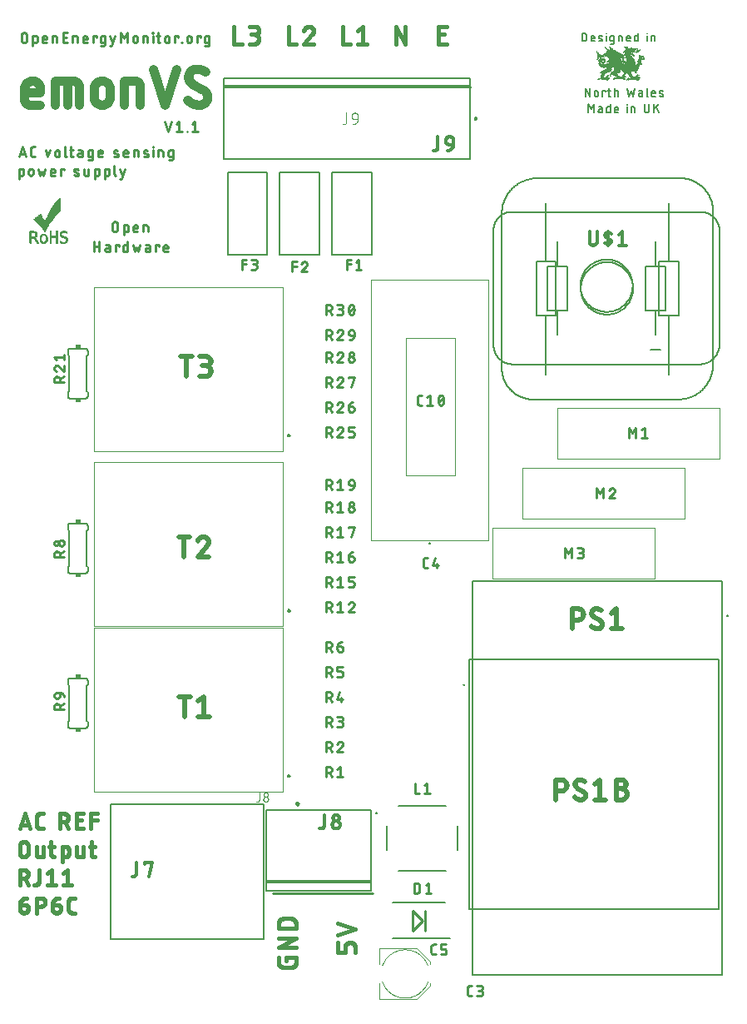
<source format=gto>
G04 EAGLE Gerber RS-274X export*
G75*
%MOMM*%
%FSLAX34Y34*%
%LPD*%
%INSilkscreen Top*%
%IPPOS*%
%AMOC8*
5,1,8,0,0,1.08239X$1,22.5*%
G01*
%ADD10C,0.431800*%
%ADD11C,0.914400*%
%ADD12C,0.254000*%
%ADD13C,0.381000*%
%ADD14C,0.355600*%
%ADD15C,0.203200*%
%ADD16C,0.152400*%
%ADD17R,0.006300X0.006400*%
%ADD18R,0.012700X0.006300*%
%ADD19R,0.019100X0.006400*%
%ADD20R,0.025400X0.006300*%
%ADD21R,0.057200X0.006300*%
%ADD22R,0.025400X0.006400*%
%ADD23R,0.088900X0.006400*%
%ADD24R,0.038100X0.006300*%
%ADD25R,0.107900X0.006300*%
%ADD26R,0.044500X0.006400*%
%ADD27R,0.127000X0.006400*%
%ADD28R,0.050800X0.006300*%
%ADD29R,0.139700X0.006300*%
%ADD30R,0.006300X0.006300*%
%ADD31R,0.050800X0.006400*%
%ADD32R,0.152400X0.006400*%
%ADD33R,0.063500X0.006300*%
%ADD34R,0.171500X0.006300*%
%ADD35R,0.069800X0.006400*%
%ADD36R,0.184100X0.006400*%
%ADD37R,0.012700X0.006400*%
%ADD38R,0.082500X0.006300*%
%ADD39R,0.196800X0.006300*%
%ADD40R,0.019000X0.006300*%
%ADD41R,0.082600X0.006300*%
%ADD42R,0.209600X0.006400*%
%ADD43R,0.019000X0.006400*%
%ADD44R,0.114300X0.006400*%
%ADD45R,0.304800X0.006300*%
%ADD46R,0.069800X0.006300*%
%ADD47R,0.031800X0.006300*%
%ADD48R,0.031700X0.006300*%
%ADD49R,0.146000X0.006300*%
%ADD50R,0.152400X0.006300*%
%ADD51R,0.006400X0.006300*%
%ADD52R,0.311100X0.006400*%
%ADD53R,0.082600X0.006400*%
%ADD54R,0.038100X0.006400*%
%ADD55R,0.044400X0.006400*%
%ADD56R,0.165100X0.006400*%
%ADD57R,0.209500X0.006400*%
%ADD58R,0.311200X0.006300*%
%ADD59R,0.165100X0.006300*%
%ADD60R,0.088900X0.006300*%
%ADD61R,0.044500X0.006300*%
%ADD62R,0.247600X0.006300*%
%ADD63R,0.266700X0.006300*%
%ADD64R,0.317500X0.006400*%
%ADD65R,0.254000X0.006400*%
%ADD66R,0.101600X0.006400*%
%ADD67R,0.057100X0.006400*%
%ADD68R,0.298500X0.006400*%
%ADD69R,0.031800X0.006400*%
%ADD70R,0.336600X0.006300*%
%ADD71R,0.120700X0.006300*%
%ADD72R,0.260400X0.006300*%
%ADD73R,0.323900X0.006300*%
%ADD74R,0.095200X0.006300*%
%ADD75R,0.698500X0.006400*%
%ADD76R,0.228600X0.006400*%
%ADD77R,0.279400X0.006400*%
%ADD78R,0.355600X0.006400*%
%ADD79R,0.177800X0.006400*%
%ADD80R,0.704800X0.006300*%
%ADD81R,0.241300X0.006300*%
%ADD82R,0.298500X0.006300*%
%ADD83R,0.406400X0.006300*%
%ADD84R,0.184200X0.006300*%
%ADD85R,0.723900X0.006400*%
%ADD86R,0.717500X0.006400*%
%ADD87R,0.190500X0.006400*%
%ADD88R,0.736600X0.006300*%
%ADD89R,0.019100X0.006300*%
%ADD90R,0.723900X0.006300*%
%ADD91R,0.203200X0.006300*%
%ADD92R,0.762000X0.006400*%
%ADD93R,0.063500X0.006400*%
%ADD94R,0.215900X0.006400*%
%ADD95R,1.168400X0.006300*%
%ADD96R,0.222300X0.006300*%
%ADD97R,1.162100X0.006400*%
%ADD98R,0.222200X0.006400*%
%ADD99R,1.155700X0.006300*%
%ADD100R,0.196900X0.006300*%
%ADD101R,0.228600X0.006300*%
%ADD102R,1.136600X0.006400*%
%ADD103R,0.203200X0.006400*%
%ADD104R,1.124000X0.006300*%
%ADD105R,0.209600X0.006300*%
%ADD106R,0.044400X0.006300*%
%ADD107R,0.717600X0.006300*%
%ADD108R,0.235000X0.006300*%
%ADD109R,1.117600X0.006400*%
%ADD110R,0.711200X0.006400*%
%ADD111R,0.241300X0.006400*%
%ADD112R,1.104900X0.006300*%
%ADD113R,0.215900X0.006300*%
%ADD114R,0.190500X0.006300*%
%ADD115R,0.114300X0.006300*%
%ADD116R,1.016000X0.006300*%
%ADD117R,1.079500X0.006400*%
%ADD118R,0.260300X0.006400*%
%ADD119R,0.901700X0.006400*%
%ADD120R,1.054100X0.006300*%
%ADD121R,0.292100X0.006300*%
%ADD122R,0.273100X0.006300*%
%ADD123R,0.895300X0.006300*%
%ADD124R,1.009700X0.006400*%
%ADD125R,0.235000X0.006400*%
%ADD126R,0.323900X0.006400*%
%ADD127R,0.285800X0.006400*%
%ADD128R,0.895400X0.006400*%
%ADD129R,0.965200X0.006300*%
%ADD130R,0.615900X0.006300*%
%ADD131R,0.882700X0.006300*%
%ADD132R,0.641400X0.006400*%
%ADD133R,0.628700X0.006400*%
%ADD134R,0.336600X0.006400*%
%ADD135R,0.882600X0.006400*%
%ADD136R,0.577800X0.006300*%
%ADD137R,0.666700X0.006300*%
%ADD138R,0.400000X0.006300*%
%ADD139R,0.076200X0.006300*%
%ADD140R,0.698500X0.006300*%
%ADD141R,0.158800X0.006300*%
%ADD142R,0.495300X0.006400*%
%ADD143R,1.104900X0.006400*%
%ADD144R,0.774700X0.006400*%
%ADD145R,0.489000X0.006300*%
%ADD146R,1.098500X0.006300*%
%ADD147R,0.743000X0.006300*%
%ADD148R,0.501700X0.006400*%
%ADD149R,1.085900X0.006400*%
%ADD150R,0.743000X0.006400*%
%ADD151R,0.057100X0.006300*%
%ADD152R,0.533400X0.006300*%
%ADD153R,1.066800X0.006300*%
%ADD154R,0.825500X0.006300*%
%ADD155R,0.558800X0.006400*%
%ADD156R,1.054100X0.006400*%
%ADD157R,0.812800X0.006400*%
%ADD158R,0.622300X0.006300*%
%ADD159R,1.041400X0.006300*%
%ADD160R,0.812800X0.006300*%
%ADD161R,0.793800X0.006400*%
%ADD162R,0.806400X0.006400*%
%ADD163R,0.806400X0.006300*%
%ADD164R,0.952500X0.006300*%
%ADD165R,0.800100X0.006300*%
%ADD166R,0.819200X0.006400*%
%ADD167R,0.952500X0.006400*%
%ADD168R,0.800100X0.006400*%
%ADD169R,0.692200X0.006300*%
%ADD170R,0.831900X0.006400*%
%ADD171R,0.685800X0.006400*%
%ADD172R,0.463500X0.006400*%
%ADD173R,0.311200X0.006400*%
%ADD174R,0.838200X0.006300*%
%ADD175R,0.679400X0.006300*%
%ADD176R,0.946200X0.006400*%
%ADD177R,0.679400X0.006400*%
%ADD178R,0.273100X0.006400*%
%ADD179R,0.254000X0.006300*%
%ADD180R,0.704800X0.006400*%
%ADD181R,0.133400X0.006400*%
%ADD182R,0.958900X0.006400*%
%ADD183R,0.742900X0.006400*%
%ADD184R,0.076200X0.006400*%
%ADD185R,0.107900X0.006400*%
%ADD186R,0.958800X0.006300*%
%ADD187R,0.755600X0.006300*%
%ADD188R,0.108000X0.006300*%
%ADD189R,0.146100X0.006400*%
%ADD190R,0.787400X0.006300*%
%ADD191R,0.260300X0.006300*%
%ADD192R,0.171400X0.006400*%
%ADD193R,0.711200X0.006300*%
%ADD194R,0.819100X0.006300*%
%ADD195R,0.444500X0.006400*%
%ADD196R,0.831800X0.006400*%
%ADD197R,0.184100X0.006300*%
%ADD198R,0.400100X0.006300*%
%ADD199R,0.850900X0.006300*%
%ADD200R,0.177800X0.006300*%
%ADD201R,0.393700X0.006400*%
%ADD202R,0.400000X0.006400*%
%ADD203R,0.406400X0.006400*%
%ADD204R,0.381000X0.006300*%
%ADD205R,0.374700X0.006300*%
%ADD206R,0.393700X0.006300*%
%ADD207R,0.158700X0.006400*%
%ADD208R,0.374700X0.006400*%
%ADD209R,0.361900X0.006400*%
%ADD210R,0.368300X0.006400*%
%ADD211R,0.374600X0.006300*%
%ADD212R,0.361900X0.006300*%
%ADD213R,0.362000X0.006300*%
%ADD214R,0.171400X0.006300*%
%ADD215R,0.431800X0.006400*%
%ADD216R,0.362000X0.006400*%
%ADD217R,0.171500X0.006400*%
%ADD218R,0.368300X0.006300*%
%ADD219R,0.419100X0.006300*%
%ADD220R,0.355600X0.006300*%
%ADD221R,0.412800X0.006400*%
%ADD222R,0.381000X0.006400*%
%ADD223R,0.006400X0.006400*%
%ADD224R,0.158800X0.006400*%
%ADD225R,0.349200X0.006400*%
%ADD226R,0.209500X0.006300*%
%ADD227R,0.349300X0.006400*%
%ADD228R,0.158700X0.006300*%
%ADD229R,0.349200X0.006300*%
%ADD230R,0.196800X0.006400*%
%ADD231R,0.342900X0.006300*%
%ADD232R,0.342900X0.006400*%
%ADD233R,0.260400X0.006400*%
%ADD234R,0.146100X0.006300*%
%ADD235R,0.139700X0.006400*%
%ADD236R,0.120600X0.006400*%
%ADD237R,0.266700X0.006400*%
%ADD238R,0.133400X0.006300*%
%ADD239R,0.127000X0.006300*%
%ADD240R,0.336500X0.006300*%
%ADD241R,0.387300X0.006300*%
%ADD242R,0.330200X0.006400*%
%ADD243R,0.330200X0.006300*%
%ADD244R,0.069900X0.006300*%
%ADD245R,0.273000X0.006300*%
%ADD246R,0.069900X0.006400*%
%ADD247R,0.273000X0.006400*%
%ADD248R,0.425400X0.006400*%
%ADD249R,0.438100X0.006300*%
%ADD250R,0.057200X0.006400*%
%ADD251R,0.457200X0.006300*%
%ADD252R,0.279400X0.006300*%
%ADD253R,0.476200X0.006300*%
%ADD254R,0.336500X0.006400*%
%ADD255R,0.482600X0.006400*%
%ADD256R,0.508000X0.006300*%
%ADD257R,0.133300X0.006300*%
%ADD258R,0.285700X0.006300*%
%ADD259R,0.031700X0.006400*%
%ADD260R,0.692100X0.006400*%
%ADD261R,0.285700X0.006400*%
%ADD262R,0.692100X0.006300*%
%ADD263R,0.292100X0.006400*%
%ADD264R,0.679500X0.006300*%
%ADD265R,0.673100X0.006400*%
%ADD266R,0.673100X0.006300*%
%ADD267R,0.298400X0.006400*%
%ADD268R,0.660400X0.006300*%
%ADD269R,0.660400X0.006400*%
%ADD270R,0.304800X0.006400*%
%ADD271R,0.311100X0.006300*%
%ADD272R,0.095300X0.006300*%
%ADD273R,0.647700X0.006300*%
%ADD274R,0.323800X0.006300*%
%ADD275R,0.647700X0.006400*%
%ADD276R,0.101600X0.006300*%
%ADD277R,0.641300X0.006300*%
%ADD278R,0.108000X0.006400*%
%ADD279R,0.635000X0.006400*%
%ADD280R,0.628700X0.006300*%
%ADD281R,0.387300X0.006400*%
%ADD282R,0.622300X0.006400*%
%ADD283R,0.387400X0.006300*%
%ADD284R,0.616000X0.006400*%
%ADD285R,0.412700X0.006300*%
%ADD286R,0.616000X0.006300*%
%ADD287R,0.609600X0.006400*%
%ADD288R,0.374600X0.006400*%
%ADD289R,0.609600X0.006300*%
%ADD290R,0.400100X0.006400*%
%ADD291R,0.635000X0.006300*%
%ADD292R,0.774700X0.006300*%
%ADD293R,0.781100X0.006400*%
%ADD294R,0.577900X0.006400*%
%ADD295R,0.781100X0.006300*%
%ADD296R,0.781000X0.006400*%
%ADD297R,0.590500X0.006400*%
%ADD298R,0.641400X0.006300*%
%ADD299R,0.596900X0.006300*%
%ADD300R,0.787400X0.006400*%
%ADD301R,0.120600X0.006300*%
%ADD302R,0.793800X0.006300*%
%ADD303R,0.793700X0.006400*%
%ADD304R,0.730200X0.006300*%
%ADD305R,0.666800X0.006400*%
%ADD306R,0.730300X0.006400*%
%ADD307R,0.768300X0.006300*%
%ADD308R,0.146000X0.006400*%
%ADD309R,0.819100X0.006400*%
%ADD310R,0.781000X0.006300*%
%ADD311R,0.838200X0.006400*%
%ADD312R,0.793700X0.006300*%
%ADD313R,0.844600X0.006300*%
%ADD314R,0.857200X0.006400*%
%ADD315R,0.762000X0.006300*%
%ADD316R,0.863600X0.006300*%
%ADD317R,0.863600X0.006400*%
%ADD318R,0.869900X0.006300*%
%ADD319R,0.825500X0.006400*%
%ADD320R,0.749300X0.006400*%
%ADD321R,0.870000X0.006400*%
%ADD322R,0.831900X0.006300*%
%ADD323R,0.876300X0.006300*%
%ADD324R,0.736600X0.006400*%
%ADD325R,0.869900X0.006400*%
%ADD326R,0.844600X0.006400*%
%ADD327R,0.850900X0.006400*%
%ADD328R,0.857300X0.006300*%
%ADD329R,0.889000X0.006400*%
%ADD330R,0.844500X0.006400*%
%ADD331R,0.901700X0.006300*%
%ADD332R,0.920700X0.006400*%
%ADD333R,0.692200X0.006400*%
%ADD334R,0.927100X0.006300*%
%ADD335R,0.685800X0.006300*%
%ADD336R,0.412700X0.006400*%
%ADD337R,0.679500X0.006400*%
%ADD338R,0.425500X0.006300*%
%ADD339R,0.958900X0.006300*%
%ADD340R,0.438100X0.006400*%
%ADD341R,0.971500X0.006400*%
%ADD342R,0.450900X0.006300*%
%ADD343R,0.984300X0.006300*%
%ADD344R,0.742900X0.006300*%
%ADD345R,0.469900X0.006400*%
%ADD346R,0.996900X0.006400*%
%ADD347R,1.492200X0.006300*%
%ADD348R,0.654100X0.006300*%
%ADD349R,1.505000X0.006400*%
%ADD350R,0.654000X0.006400*%
%ADD351R,1.524000X0.006300*%
%ADD352R,0.654000X0.006300*%
%ADD353R,1.530300X0.006400*%
%ADD354R,1.543100X0.006300*%
%ADD355R,1.555700X0.006400*%
%ADD356R,1.574800X0.006300*%
%ADD357R,1.587500X0.006400*%
%ADD358R,1.600200X0.006300*%
%ADD359R,1.612900X0.006400*%
%ADD360R,0.654100X0.006400*%
%ADD361R,1.631900X0.006300*%
%ADD362R,1.638300X0.006400*%
%ADD363R,0.628600X0.006400*%
%ADD364R,1.651000X0.006300*%
%ADD365R,1.663700X0.006400*%
%ADD366R,1.682800X0.006300*%
%ADD367R,1.701800X0.006400*%
%ADD368R,1.720900X0.006300*%
%ADD369R,0.603200X0.006300*%
%ADD370R,1.739900X0.006400*%
%ADD371R,0.603200X0.006400*%
%ADD372R,1.752600X0.006300*%
%ADD373R,1.778000X0.006400*%
%ADD374R,0.596900X0.006400*%
%ADD375R,0.590600X0.006400*%
%ADD376R,1.809700X0.006300*%
%ADD377R,0.584200X0.006300*%
%ADD378R,2.419300X0.006400*%
%ADD379R,2.425700X0.006300*%
%ADD380R,0.571500X0.006300*%
%ADD381R,2.425700X0.006400*%
%ADD382R,0.565100X0.006400*%
%ADD383R,2.438400X0.006300*%
%ADD384R,0.565100X0.006300*%
%ADD385R,2.438400X0.006400*%
%ADD386R,2.444800X0.006300*%
%ADD387R,0.552400X0.006300*%
%ADD388R,2.444800X0.006400*%
%ADD389R,0.546100X0.006400*%
%ADD390R,2.457400X0.006300*%
%ADD391R,0.546100X0.006300*%
%ADD392R,2.457400X0.006400*%
%ADD393R,0.539800X0.006400*%
%ADD394R,2.463800X0.006400*%
%ADD395R,0.533400X0.006400*%
%ADD396R,2.470200X0.006300*%
%ADD397R,0.527100X0.006300*%
%ADD398R,2.476500X0.006400*%
%ADD399R,0.520700X0.006400*%
%ADD400R,2.482800X0.006300*%
%ADD401R,0.520700X0.006300*%
%ADD402R,2.482800X0.006400*%
%ADD403R,2.495600X0.006300*%
%ADD404R,2.495600X0.006400*%
%ADD405R,2.508200X0.006300*%
%ADD406R,2.514600X0.006400*%
%ADD407R,2.514600X0.006300*%
%ADD408R,2.527300X0.006400*%
%ADD409R,2.533700X0.006300*%
%ADD410R,2.546400X0.006400*%
%ADD411R,2.559000X0.006300*%
%ADD412R,2.565400X0.006400*%
%ADD413R,0.539700X0.006400*%
%ADD414R,2.571700X0.006300*%
%ADD415R,0.539700X0.006300*%
%ADD416R,2.584500X0.006400*%
%ADD417R,2.590800X0.006300*%
%ADD418R,0.552500X0.006300*%
%ADD419R,2.609800X0.006400*%
%ADD420R,2.622500X0.006300*%
%ADD421R,2.641600X0.006400*%
%ADD422R,0.584200X0.006400*%
%ADD423R,3.232200X0.006300*%
%ADD424R,3.232200X0.006400*%
%ADD425R,0.457200X0.006400*%
%ADD426R,0.514400X0.006300*%
%ADD427R,3.232100X0.006300*%
%ADD428R,3.867100X0.006400*%
%ADD429R,3.879800X0.006300*%
%ADD430R,3.892500X0.006400*%
%ADD431R,3.911600X0.006300*%
%ADD432R,3.918000X0.006400*%
%ADD433R,3.930700X0.006300*%
%ADD434R,3.937000X0.006400*%
%ADD435R,3.949700X0.006300*%
%ADD436R,3.962400X0.006400*%
%ADD437R,3.968700X0.006300*%
%ADD438R,3.975100X0.006400*%
%ADD439R,3.981400X0.006300*%
%ADD440R,4.000500X0.006400*%
%ADD441R,4.006900X0.006300*%
%ADD442R,4.013200X0.006400*%
%ADD443R,4.013200X0.006300*%
%ADD444R,4.019600X0.006400*%
%ADD445R,4.032200X0.006300*%
%ADD446R,4.038600X0.006400*%
%ADD447R,4.044900X0.006300*%
%ADD448R,4.044900X0.006400*%
%ADD449R,0.939800X0.006300*%
%ADD450R,3.111500X0.006300*%
%ADD451R,3.111500X0.006400*%
%ADD452R,0.946200X0.006300*%
%ADD453R,3.105100X0.006300*%
%ADD454R,0.958800X0.006400*%
%ADD455R,0.514400X0.006400*%
%ADD456R,0.527000X0.006300*%
%ADD457R,0.527000X0.006400*%
%ADD458R,3.105200X0.006400*%
%ADD459R,3.098800X0.006300*%
%ADD460R,3.105100X0.006400*%
%ADD461R,3.092400X0.006400*%
%ADD462R,3.092500X0.006300*%
%ADD463R,0.552500X0.006400*%
%ADD464R,2.457500X0.006400*%
%ADD465R,0.558800X0.006300*%
%ADD466R,0.082500X0.006400*%
%ADD467R,0.565200X0.006400*%
%ADD468R,2.381200X0.006400*%
%ADD469R,2.330500X0.006300*%
%ADD470R,0.133300X0.006400*%
%ADD471R,0.247600X0.006400*%
%ADD472R,2.279700X0.006400*%
%ADD473R,2.228900X0.006300*%
%ADD474R,2.089200X0.006400*%
%ADD475R,0.323800X0.006400*%
%ADD476R,0.234900X0.006300*%
%ADD477R,1.778000X0.006300*%
%ADD478R,1.701800X0.006300*%
%ADD479R,1.625600X0.006300*%
%ADD480R,1.593800X0.006400*%
%ADD481R,1.562100X0.006300*%
%ADD482R,1.536700X0.006400*%
%ADD483R,1.511300X0.006300*%
%ADD484R,1.492300X0.006400*%
%ADD485R,0.247700X0.006400*%
%ADD486R,0.920700X0.006300*%
%ADD487R,1.466900X0.006300*%
%ADD488R,1.003300X0.006400*%
%ADD489R,1.441400X0.006400*%
%ADD490R,1.073100X0.006300*%
%ADD491R,1.422400X0.006300*%
%ADD492R,1.098500X0.006400*%
%ADD493R,1.409700X0.006400*%
%ADD494R,1.123900X0.006300*%
%ADD495R,1.390700X0.006300*%
%ADD496R,1.143000X0.006400*%
%ADD497R,1.371600X0.006400*%
%ADD498R,0.234900X0.006400*%
%ADD499R,1.346200X0.006300*%
%ADD500R,1.174700X0.006400*%
%ADD501R,1.327200X0.006400*%
%ADD502R,1.187400X0.006300*%
%ADD503R,1.314400X0.006300*%
%ADD504R,1.200100X0.006400*%
%ADD505R,1.295400X0.006400*%
%ADD506R,1.206500X0.006300*%
%ADD507R,1.276300X0.006300*%
%ADD508R,1.219200X0.006400*%
%ADD509R,1.263600X0.006400*%
%ADD510R,1.225500X0.006300*%
%ADD511R,1.244600X0.006300*%
%ADD512R,1.231900X0.006400*%
%ADD513R,1.238200X0.006300*%
%ADD514R,1.238300X0.006400*%
%ADD515R,1.187500X0.006400*%
%ADD516R,0.387400X0.006400*%
%ADD517R,1.251000X0.006400*%
%ADD518R,1.149400X0.006400*%
%ADD519R,1.257300X0.006300*%
%ADD520R,1.136700X0.006300*%
%ADD521R,0.095200X0.006400*%
%ADD522R,1.257300X0.006400*%
%ADD523R,1.123900X0.006400*%
%ADD524R,1.263700X0.006300*%
%ADD525R,1.143000X0.006300*%
%ADD526R,0.095300X0.006400*%
%ADD527R,1.270000X0.006400*%
%ADD528R,0.419100X0.006400*%
%ADD529R,1.270000X0.006300*%
%ADD530R,1.301700X0.006300*%
%ADD531R,0.184200X0.006400*%
%ADD532R,1.276300X0.006400*%
%ADD533R,0.285800X0.006300*%
%ADD534R,1.282700X0.006300*%
%ADD535R,1.251000X0.006300*%
%ADD536R,1.282700X0.006400*%
%ADD537R,1.225600X0.006400*%
%ADD538R,0.908100X0.006400*%
%ADD539R,1.181100X0.006400*%
%ADD540R,1.162000X0.006300*%
%ADD541R,1.130300X0.006400*%
%ADD542R,1.111300X0.006300*%
%ADD543R,0.247700X0.006300*%
%ADD544R,1.060400X0.006300*%
%ADD545R,1.041400X0.006400*%
%ADD546R,1.022300X0.006300*%
%ADD547R,0.806500X0.006300*%
%ADD548R,0.806500X0.006400*%
%ADD549R,0.939800X0.006400*%
%ADD550R,0.920800X0.006300*%
%ADD551R,0.222300X0.006400*%
%ADD552R,0.717600X0.006400*%
%ADD553R,0.908000X0.006300*%
%ADD554R,0.222200X0.006300*%
%ADD555R,0.298400X0.006300*%
%ADD556R,0.889000X0.006300*%
%ADD557R,0.476300X0.006400*%
%ADD558R,0.495300X0.006300*%
%ADD559R,0.450900X0.006400*%
%ADD560R,0.831800X0.006300*%
%ADD561R,0.539800X0.006300*%
%ADD562R,0.590600X0.006300*%
%ADD563R,0.755700X0.006300*%
%ADD564R,0.349300X0.006300*%
%ADD565R,0.603300X0.006400*%
%ADD566R,0.514300X0.006400*%
%ADD567R,0.717500X0.006300*%
%ADD568R,0.908100X0.006300*%
%ADD569R,0.514300X0.006300*%
%ADD570R,1.066800X0.006400*%
%ADD571R,1.117600X0.006300*%
%ADD572R,0.571500X0.006400*%
%ADD573R,0.488900X0.006300*%
%ADD574R,0.552400X0.006400*%
%ADD575R,0.704900X0.006400*%
%ADD576R,1.162000X0.006400*%
%ADD577R,0.463500X0.006300*%
%ADD578R,1.149300X0.006400*%
%ADD579R,0.450800X0.006400*%
%ADD580R,1.111300X0.006400*%
%ADD581R,1.098600X0.006300*%
%ADD582R,1.028700X0.006400*%
%ADD583R,0.704900X0.006300*%
%ADD584R,0.997000X0.006400*%
%ADD585R,0.984200X0.006300*%
%ADD586R,0.965200X0.006400*%
%ADD587R,0.933400X0.006300*%
%ADD588R,0.920800X0.006400*%
%ADD589R,0.914400X0.006300*%
%ADD590R,0.730300X0.006300*%
%ADD591R,0.882700X0.006400*%
%ADD592R,0.857300X0.006400*%
%ADD593R,0.768300X0.006400*%
%ADD594R,0.749300X0.006300*%
%ADD595R,0.590500X0.006300*%
%ADD596R,0.476300X0.006300*%
%ADD597R,0.489000X0.006400*%
%ADD598R,0.317500X0.006300*%
%ADD599R,0.482600X0.006300*%
%ADD600R,0.476200X0.006400*%
%ADD601R,0.527100X0.006400*%
%ADD602R,0.431800X0.006300*%
%ADD603R,0.425400X0.006300*%
%ADD604R,0.438200X0.006400*%
%ADD605R,0.444500X0.006300*%
%ADD606R,0.997000X0.006300*%
%ADD607R,0.469900X0.006300*%
%ADD608R,1.212800X0.006300*%
%ADD609R,0.641300X0.006400*%
%ADD610R,0.501600X0.006400*%
%ADD611R,0.628600X0.006300*%
%ADD612R,1.276400X0.006400*%
%ADD613R,1.295400X0.006300*%
%ADD614R,1.314500X0.006400*%
%ADD615R,1.339800X0.006300*%
%ADD616R,1.358900X0.006400*%
%ADD617R,1.365200X0.006300*%
%ADD618R,1.289100X0.006400*%
%ADD619R,1.200100X0.006300*%
%ADD620R,0.508000X0.006400*%
%ADD621R,1.098600X0.006400*%
%ADD622R,0.501600X0.006300*%
%ADD623R,1.073200X0.006300*%
%ADD624R,1.047800X0.006400*%
%ADD625R,1.028700X0.006300*%
%ADD626R,1.009600X0.006400*%
%ADD627R,0.844500X0.006300*%
%ADD628R,0.730200X0.006400*%
%ADD629R,0.463600X0.006300*%
%ADD630R,0.463600X0.006400*%
%ADD631R,0.577800X0.006400*%
%ADD632R,0.120700X0.006400*%
%ADD633R,1.314500X0.006300*%
%ADD634R,1.352600X0.006400*%
%ADD635R,1.517700X0.006300*%
%ADD636R,0.438200X0.006300*%
%ADD637R,1.524000X0.006400*%
%ADD638R,1.047700X0.006400*%
%ADD639R,0.425500X0.006400*%
%ADD640R,0.006400X0.006400*%
%ADD641R,0.412800X0.006300*%
%ADD642R,0.450800X0.006300*%
%ADD643R,1.060500X0.006400*%
%ADD644C,0.304800*%
%ADD645C,0.100000*%
%ADD646C,0.200000*%
%ADD647C,0.200000*%
%ADD648C,0.508000*%
%ADD649R,0.508000X0.381000*%
%ADD650C,0.127000*%
%ADD651C,0.100000*%
%ADD652C,0.101600*%
%ADD653C,0.150000*%
%ADD654C,0.250000*%
%ADD655C,0.076200*%

G36*
X38010Y870282D02*
X38010Y870282D01*
X38061Y870285D01*
X38093Y870302D01*
X38128Y870310D01*
X38168Y870343D01*
X38213Y870368D01*
X38234Y870397D01*
X38262Y870420D01*
X38273Y870446D01*
X38313Y870468D01*
X38334Y870497D01*
X38362Y870520D01*
X38383Y870567D01*
X38412Y870609D01*
X38420Y870651D01*
X38432Y870678D01*
X38432Y870688D01*
X38468Y870747D01*
X38512Y870809D01*
X38514Y870821D01*
X38519Y870829D01*
X38523Y870864D01*
X38526Y870879D01*
X38528Y870882D01*
X38568Y870947D01*
X38612Y871009D01*
X38614Y871021D01*
X38619Y871029D01*
X38623Y871064D01*
X38626Y871079D01*
X38628Y871082D01*
X38668Y871147D01*
X38712Y871209D01*
X38714Y871221D01*
X38719Y871229D01*
X38723Y871264D01*
X38726Y871279D01*
X38828Y871382D01*
X38868Y871447D01*
X38912Y871509D01*
X38914Y871521D01*
X38919Y871529D01*
X38923Y871564D01*
X38939Y871650D01*
X38939Y871700D01*
X38947Y871712D01*
X38999Y871780D01*
X39072Y871925D01*
X39128Y871982D01*
X39168Y872047D01*
X39212Y872109D01*
X39214Y872121D01*
X39219Y872129D01*
X39223Y872164D01*
X39239Y872250D01*
X39239Y872300D01*
X39241Y872303D01*
X39258Y872317D01*
X39269Y872341D01*
X39299Y872380D01*
X40095Y873971D01*
X40489Y874662D01*
X40492Y874671D01*
X40499Y874680D01*
X40895Y875471D01*
X41689Y876862D01*
X41692Y876871D01*
X41699Y876880D01*
X42086Y877654D01*
X43069Y879030D01*
X43073Y879039D01*
X43082Y879049D01*
X43575Y879839D01*
X44069Y880530D01*
X44073Y880539D01*
X44082Y880549D01*
X44573Y881335D01*
X45763Y882922D01*
X45767Y882931D01*
X45770Y882934D01*
X45772Y882936D01*
X45776Y882940D01*
X46370Y883831D01*
X46960Y884618D01*
X47356Y885113D01*
X47366Y885133D01*
X47385Y885155D01*
X47661Y885615D01*
X48028Y885982D01*
X48040Y886002D01*
X48063Y886022D01*
X48647Y886801D01*
X48928Y887082D01*
X48939Y887099D01*
X48949Y887107D01*
X48950Y887110D01*
X48963Y887122D01*
X49231Y887479D01*
X49588Y887747D01*
X49612Y887776D01*
X49663Y887822D01*
X49947Y888201D01*
X50609Y888863D01*
X50988Y889147D01*
X51003Y889165D01*
X51028Y889182D01*
X51813Y889967D01*
X52297Y890354D01*
X52308Y890368D01*
X52328Y890382D01*
X52685Y890738D01*
X52830Y890811D01*
X52857Y890834D01*
X52928Y890882D01*
X53085Y891038D01*
X53230Y891111D01*
X53269Y891143D01*
X53313Y891168D01*
X53334Y891198D01*
X53363Y891221D01*
X53383Y891268D01*
X53412Y891309D01*
X53420Y891352D01*
X53433Y891380D01*
X53432Y891386D01*
X53528Y891482D01*
X53547Y891512D01*
X53599Y891580D01*
X53699Y891780D01*
X53703Y891796D01*
X53712Y891809D01*
X53738Y891943D01*
X53739Y891949D01*
X53739Y891950D01*
X53739Y892160D01*
X53799Y892280D01*
X53803Y892296D01*
X53812Y892309D01*
X53838Y892443D01*
X53839Y892449D01*
X53839Y892450D01*
X53839Y893150D01*
X53831Y893185D01*
X53828Y893242D01*
X53739Y893597D01*
X53739Y893850D01*
X53736Y893864D01*
X53738Y893882D01*
X53539Y896266D01*
X53539Y899531D01*
X53637Y900508D01*
X53736Y901303D01*
X53734Y901323D01*
X53739Y901350D01*
X53739Y902223D01*
X53835Y902896D01*
X53833Y902920D01*
X53839Y902950D01*
X53839Y904050D01*
X53831Y904085D01*
X53820Y904170D01*
X53720Y904470D01*
X53708Y904490D01*
X53699Y904520D01*
X53599Y904720D01*
X53567Y904758D01*
X53543Y904802D01*
X53508Y904829D01*
X53489Y904853D01*
X53462Y904864D01*
X53430Y904889D01*
X53230Y904989D01*
X53155Y905007D01*
X53082Y905029D01*
X53070Y905027D01*
X53061Y905029D01*
X53027Y905021D01*
X52940Y905010D01*
X52640Y904910D01*
X52626Y904901D01*
X52610Y904898D01*
X52601Y904892D01*
X52592Y904890D01*
X52564Y904867D01*
X52498Y904822D01*
X52493Y904819D01*
X52492Y904819D01*
X52492Y904818D01*
X52419Y904745D01*
X51850Y904366D01*
X51829Y904343D01*
X51792Y904318D01*
X51211Y903737D01*
X50832Y903453D01*
X50808Y903424D01*
X50757Y903378D01*
X50489Y903021D01*
X50132Y902753D01*
X50117Y902736D01*
X50092Y902718D01*
X48592Y901218D01*
X48580Y901199D01*
X48557Y901178D01*
X48273Y900799D01*
X47992Y900518D01*
X47976Y900492D01*
X47944Y900460D01*
X47565Y899892D01*
X47292Y899618D01*
X47273Y899588D01*
X47221Y899520D01*
X47036Y899150D01*
X46157Y897978D01*
X46150Y897962D01*
X46135Y897945D01*
X45545Y896962D01*
X45257Y896578D01*
X45250Y896562D01*
X45235Y896545D01*
X43735Y894045D01*
X43727Y894020D01*
X43708Y893991D01*
X43527Y893537D01*
X43257Y893178D01*
X43242Y893143D01*
X43208Y893091D01*
X43027Y892637D01*
X42757Y892278D01*
X42742Y892243D01*
X42708Y892191D01*
X42514Y891706D01*
X42227Y891133D01*
X41935Y890645D01*
X41927Y890620D01*
X41908Y890591D01*
X41714Y890106D01*
X41427Y889533D01*
X41135Y889045D01*
X41131Y889033D01*
X41121Y889020D01*
X40821Y888420D01*
X40818Y888406D01*
X40808Y888391D01*
X40619Y887919D01*
X40335Y887445D01*
X40327Y887420D01*
X40308Y887391D01*
X39914Y886406D01*
X38921Y884420D01*
X38913Y884387D01*
X38892Y884342D01*
X38802Y883982D01*
X38631Y883641D01*
X38444Y883360D01*
X38437Y883341D01*
X38421Y883320D01*
X38221Y882920D01*
X38215Y882897D01*
X38200Y882870D01*
X38116Y882618D01*
X37944Y882360D01*
X37937Y882341D01*
X37921Y882320D01*
X37548Y881575D01*
X37403Y881429D01*
X37310Y881429D01*
X37270Y881454D01*
X37267Y881458D01*
X37242Y881503D01*
X37213Y881524D01*
X37190Y881552D01*
X37166Y881562D01*
X37128Y881618D01*
X37122Y881625D01*
X37108Y881700D01*
X37102Y881709D01*
X37100Y881718D01*
X37077Y881746D01*
X37028Y881818D01*
X36872Y881975D01*
X36811Y882096D01*
X36620Y882670D01*
X36608Y882690D01*
X36599Y882720D01*
X36399Y883120D01*
X36386Y883135D01*
X36376Y883160D01*
X36189Y883441D01*
X36006Y883806D01*
X35812Y884291D01*
X35804Y884302D01*
X35799Y884320D01*
X35606Y884706D01*
X35412Y885191D01*
X35404Y885202D01*
X35399Y885220D01*
X35206Y885606D01*
X34812Y886591D01*
X34804Y886602D01*
X34799Y886620D01*
X34409Y887400D01*
X34016Y888480D01*
X33977Y888540D01*
X33942Y888603D01*
X33930Y888612D01*
X33922Y888624D01*
X33860Y888661D01*
X33801Y888702D01*
X33784Y888705D01*
X33773Y888712D01*
X33735Y888715D01*
X33660Y888729D01*
X33260Y888729D01*
X33186Y888712D01*
X33110Y888698D01*
X33101Y888692D01*
X33092Y888690D01*
X33064Y888667D01*
X33008Y888629D01*
X32960Y888629D01*
X32886Y888612D01*
X32810Y888598D01*
X32801Y888592D01*
X32792Y888590D01*
X32764Y888567D01*
X32692Y888518D01*
X32685Y888512D01*
X32610Y888498D01*
X32601Y888492D01*
X32592Y888490D01*
X32564Y888467D01*
X32492Y888418D01*
X32435Y888362D01*
X32290Y888289D01*
X32263Y888266D01*
X32192Y888218D01*
X32135Y888162D01*
X31790Y887989D01*
X31775Y887976D01*
X31750Y887966D01*
X31450Y887766D01*
X31429Y887743D01*
X31392Y887718D01*
X31219Y887545D01*
X30950Y887366D01*
X30929Y887343D01*
X30892Y887318D01*
X30611Y887037D01*
X29832Y886453D01*
X29829Y886449D01*
X29823Y886446D01*
X29328Y886050D01*
X28532Y885453D01*
X28517Y885436D01*
X28492Y885418D01*
X28211Y885137D01*
X27832Y884853D01*
X27817Y884836D01*
X27792Y884818D01*
X27519Y884545D01*
X27250Y884366D01*
X27229Y884343D01*
X27192Y884318D01*
X26192Y883318D01*
X26156Y883260D01*
X26152Y883257D01*
X26107Y883232D01*
X26086Y883203D01*
X26058Y883180D01*
X26037Y883133D01*
X26008Y883091D01*
X26000Y883049D01*
X25988Y883022D01*
X25989Y882992D01*
X25981Y882950D01*
X25981Y882850D01*
X25992Y882800D01*
X25995Y882749D01*
X26012Y882717D01*
X26020Y882682D01*
X26053Y882642D01*
X26078Y882597D01*
X26107Y882576D01*
X26130Y882548D01*
X26154Y882538D01*
X26192Y882482D01*
X26292Y882382D01*
X26357Y882342D01*
X26408Y882306D01*
X26421Y882280D01*
X26444Y882253D01*
X26492Y882182D01*
X26792Y881882D01*
X26822Y881863D01*
X26890Y881811D01*
X27035Y881738D01*
X27492Y881282D01*
X27518Y881266D01*
X27550Y881234D01*
X27819Y881055D01*
X28892Y879982D01*
X28908Y879972D01*
X28923Y879954D01*
X29407Y879567D01*
X29792Y879182D01*
X29818Y879166D01*
X29850Y879134D01*
X30119Y878955D01*
X30492Y878582D01*
X30518Y878566D01*
X30550Y878534D01*
X30787Y878377D01*
X30944Y878140D01*
X30967Y878119D01*
X30992Y878082D01*
X31192Y877882D01*
X31218Y877866D01*
X31250Y877834D01*
X31519Y877655D01*
X31892Y877282D01*
X31922Y877263D01*
X31990Y877211D01*
X32135Y877138D01*
X32248Y877025D01*
X32321Y876880D01*
X32353Y876842D01*
X32377Y876798D01*
X32412Y876771D01*
X32431Y876747D01*
X32458Y876736D01*
X32490Y876711D01*
X32577Y876667D01*
X32621Y876580D01*
X32644Y876553D01*
X32692Y876482D01*
X33465Y875709D01*
X33644Y875440D01*
X33647Y875438D01*
X33648Y875435D01*
X33750Y875334D01*
X33987Y875177D01*
X34544Y874340D01*
X34567Y874319D01*
X34592Y874282D01*
X34865Y874009D01*
X35244Y873440D01*
X35251Y873433D01*
X35257Y873422D01*
X35845Y872638D01*
X36435Y871655D01*
X36450Y871639D01*
X36464Y871613D01*
X36839Y871144D01*
X36881Y871060D01*
X36881Y871050D01*
X36898Y870976D01*
X36912Y870900D01*
X36918Y870891D01*
X36920Y870882D01*
X36943Y870854D01*
X36992Y870782D01*
X37392Y870382D01*
X37457Y870342D01*
X37519Y870298D01*
X37531Y870296D01*
X37539Y870291D01*
X37574Y870287D01*
X37660Y870271D01*
X37960Y870271D01*
X38010Y870282D01*
G37*
G36*
X24010Y858382D02*
X24010Y858382D01*
X24061Y858385D01*
X24093Y858402D01*
X24128Y858410D01*
X24168Y858443D01*
X24213Y858468D01*
X24234Y858497D01*
X24262Y858520D01*
X24283Y858567D01*
X24312Y858609D01*
X24320Y858651D01*
X24332Y858678D01*
X24331Y858708D01*
X24339Y858750D01*
X24339Y863571D01*
X25770Y863571D01*
X25890Y863511D01*
X25906Y863507D01*
X25919Y863498D01*
X26053Y863472D01*
X26059Y863471D01*
X26060Y863471D01*
X26170Y863471D01*
X26290Y863411D01*
X26306Y863407D01*
X26319Y863398D01*
X26453Y863372D01*
X26459Y863371D01*
X26460Y863371D01*
X26470Y863371D01*
X26535Y863338D01*
X27098Y862775D01*
X27112Y862700D01*
X27118Y862691D01*
X27120Y862682D01*
X27143Y862654D01*
X27192Y862582D01*
X27293Y862481D01*
X27297Y862464D01*
X27298Y862441D01*
X27309Y862421D01*
X27319Y862387D01*
X27320Y862382D01*
X27321Y862381D01*
X27321Y862380D01*
X27421Y862180D01*
X27444Y862153D01*
X27481Y862098D01*
X27481Y862050D01*
X27498Y861976D01*
X27512Y861900D01*
X27518Y861891D01*
X27520Y861882D01*
X27543Y861854D01*
X27592Y861782D01*
X27648Y861725D01*
X28021Y860980D01*
X28044Y860953D01*
X28092Y860882D01*
X28148Y860825D01*
X28319Y860484D01*
X29217Y858588D01*
X29251Y858545D01*
X29278Y858497D01*
X29305Y858478D01*
X29325Y858452D01*
X29375Y858429D01*
X29419Y858398D01*
X29457Y858391D01*
X29482Y858379D01*
X29514Y858380D01*
X29560Y858371D01*
X31260Y858371D01*
X31319Y858385D01*
X31380Y858390D01*
X31403Y858404D01*
X31428Y858410D01*
X31476Y858449D01*
X31527Y858481D01*
X31542Y858504D01*
X31562Y858520D01*
X31587Y858576D01*
X31619Y858628D01*
X31622Y858654D01*
X31632Y858678D01*
X31630Y858740D01*
X31636Y858800D01*
X31626Y858829D01*
X31625Y858851D01*
X31608Y858883D01*
X31591Y858936D01*
X30695Y860528D01*
X30406Y861106D01*
X30012Y862091D01*
X30004Y862102D01*
X29999Y862120D01*
X29799Y862520D01*
X29786Y862535D01*
X29776Y862560D01*
X29189Y863441D01*
X28999Y863820D01*
X28967Y863858D01*
X28943Y863902D01*
X28908Y863929D01*
X28889Y863953D01*
X28862Y863964D01*
X28830Y863989D01*
X28743Y864033D01*
X28699Y864120D01*
X28676Y864147D01*
X28628Y864218D01*
X28428Y864418D01*
X28363Y864458D01*
X28338Y864476D01*
X28380Y864490D01*
X28400Y864502D01*
X28430Y864511D01*
X28830Y864711D01*
X28857Y864734D01*
X28928Y864782D01*
X29085Y864938D01*
X29230Y865011D01*
X29257Y865034D01*
X29328Y865082D01*
X29528Y865282D01*
X29547Y865312D01*
X29571Y865343D01*
X29575Y865347D01*
X29577Y865352D01*
X29599Y865380D01*
X29672Y865525D01*
X29828Y865682D01*
X29837Y865696D01*
X29850Y865705D01*
X29859Y865723D01*
X29864Y865726D01*
X29873Y865747D01*
X29917Y865824D01*
X29919Y865829D01*
X29920Y865830D01*
X30020Y866130D01*
X30023Y866166D01*
X30039Y866250D01*
X30039Y866388D01*
X30120Y866630D01*
X30123Y866666D01*
X30139Y866750D01*
X30139Y866888D01*
X30220Y867130D01*
X30223Y867166D01*
X30239Y867250D01*
X30239Y868050D01*
X30236Y868066D01*
X30238Y868082D01*
X30201Y868213D01*
X30200Y868218D01*
X30199Y868219D01*
X30199Y868220D01*
X30139Y868340D01*
X30139Y868450D01*
X30136Y868466D01*
X30138Y868482D01*
X30101Y868613D01*
X30100Y868618D01*
X30099Y868619D01*
X30099Y868620D01*
X30039Y868740D01*
X30039Y868850D01*
X30036Y868866D01*
X30038Y868882D01*
X30001Y869013D01*
X30000Y869018D01*
X29999Y869019D01*
X29999Y869020D01*
X29899Y869220D01*
X29876Y869247D01*
X29828Y869318D01*
X29772Y869375D01*
X29599Y869720D01*
X29576Y869747D01*
X29528Y869818D01*
X29472Y869875D01*
X29399Y870020D01*
X29367Y870058D01*
X29343Y870102D01*
X29308Y870129D01*
X29289Y870153D01*
X29262Y870164D01*
X29230Y870189D01*
X29085Y870262D01*
X28728Y870618D01*
X28698Y870637D01*
X28630Y870689D01*
X28485Y870762D01*
X28428Y870818D01*
X28363Y870858D01*
X28301Y870902D01*
X28289Y870904D01*
X28281Y870909D01*
X28246Y870913D01*
X28160Y870929D01*
X28110Y870929D01*
X28063Y870958D01*
X28001Y871002D01*
X27989Y871004D01*
X27981Y871009D01*
X27946Y871013D01*
X27860Y871029D01*
X27850Y871029D01*
X27730Y871089D01*
X27714Y871093D01*
X27701Y871102D01*
X27567Y871128D01*
X27561Y871129D01*
X27560Y871129D01*
X27410Y871129D01*
X27363Y871158D01*
X27301Y871202D01*
X27289Y871204D01*
X27281Y871209D01*
X27246Y871213D01*
X27160Y871229D01*
X26522Y871229D01*
X26280Y871310D01*
X26244Y871313D01*
X26160Y871329D01*
X24569Y871329D01*
X22276Y871429D01*
X22218Y871418D01*
X22159Y871415D01*
X22134Y871402D01*
X22106Y871397D01*
X22059Y871361D01*
X22007Y871332D01*
X21991Y871309D01*
X21968Y871292D01*
X21942Y871239D01*
X21908Y871191D01*
X21902Y871159D01*
X21891Y871138D01*
X21891Y871103D01*
X21881Y871050D01*
X21881Y858750D01*
X21892Y858700D01*
X21895Y858649D01*
X21912Y858617D01*
X21920Y858582D01*
X21953Y858542D01*
X21978Y858497D01*
X22007Y858476D01*
X22030Y858448D01*
X22077Y858427D01*
X22119Y858398D01*
X22161Y858390D01*
X22188Y858378D01*
X22218Y858379D01*
X22260Y858371D01*
X23960Y858371D01*
X24010Y858382D01*
G37*
G36*
X36976Y858174D02*
X36976Y858174D01*
X36992Y858172D01*
X37123Y858209D01*
X37128Y858210D01*
X37129Y858211D01*
X37130Y858211D01*
X37250Y858271D01*
X37460Y858271D01*
X37476Y858274D01*
X37492Y858272D01*
X37623Y858309D01*
X37628Y858310D01*
X37629Y858311D01*
X37630Y858311D01*
X37750Y858371D01*
X37960Y858371D01*
X37999Y858380D01*
X38038Y858379D01*
X38093Y858402D01*
X38128Y858410D01*
X38145Y858424D01*
X38170Y858434D01*
X38451Y858621D01*
X38830Y858811D01*
X38857Y858834D01*
X38928Y858882D01*
X39085Y859038D01*
X39230Y859111D01*
X39257Y859134D01*
X39328Y859182D01*
X39528Y859382D01*
X39547Y859412D01*
X39599Y859480D01*
X39672Y859625D01*
X39828Y859782D01*
X39837Y859796D01*
X39850Y859805D01*
X39917Y859924D01*
X39919Y859929D01*
X39920Y859930D01*
X40011Y860204D01*
X40099Y860380D01*
X40105Y860403D01*
X40120Y860430D01*
X40620Y861930D01*
X40623Y861966D01*
X40639Y862050D01*
X40639Y862860D01*
X40699Y862980D01*
X40703Y862996D01*
X40712Y863009D01*
X40738Y863143D01*
X40739Y863149D01*
X40739Y863150D01*
X40739Y863450D01*
X40736Y863466D01*
X40738Y863482D01*
X40710Y863580D01*
X40710Y863582D01*
X40709Y863583D01*
X40701Y863613D01*
X40700Y863618D01*
X40699Y863619D01*
X40699Y863620D01*
X40639Y863740D01*
X40639Y864450D01*
X40631Y864485D01*
X40620Y864570D01*
X40539Y864812D01*
X40539Y864950D01*
X40536Y864966D01*
X40538Y864982D01*
X40501Y865113D01*
X40500Y865118D01*
X40499Y865119D01*
X40499Y865120D01*
X40439Y865240D01*
X40439Y865450D01*
X40436Y865466D01*
X40438Y865482D01*
X40401Y865613D01*
X40400Y865618D01*
X40399Y865619D01*
X40399Y865620D01*
X40239Y865940D01*
X40239Y866050D01*
X40236Y866066D01*
X40238Y866082D01*
X40201Y866213D01*
X40200Y866218D01*
X40199Y866219D01*
X40199Y866220D01*
X40099Y866420D01*
X40076Y866447D01*
X40028Y866518D01*
X39922Y866625D01*
X39908Y866700D01*
X39902Y866709D01*
X39900Y866718D01*
X39877Y866746D01*
X39828Y866818D01*
X39722Y866925D01*
X39708Y867000D01*
X39702Y867009D01*
X39700Y867018D01*
X39677Y867046D01*
X39628Y867118D01*
X39128Y867618D01*
X39063Y867658D01*
X39001Y867702D01*
X38989Y867704D01*
X38981Y867709D01*
X38946Y867713D01*
X38931Y867716D01*
X38828Y867818D01*
X38773Y867853D01*
X38755Y867879D01*
X38740Y867905D01*
X38734Y867910D01*
X38728Y867918D01*
X38628Y868018D01*
X38563Y868058D01*
X38501Y868102D01*
X38489Y868104D01*
X38481Y868109D01*
X38446Y868113D01*
X38360Y868129D01*
X38310Y868129D01*
X38263Y868158D01*
X38201Y868202D01*
X38189Y868204D01*
X38181Y868209D01*
X38146Y868213D01*
X38060Y868229D01*
X38010Y868229D01*
X37963Y868258D01*
X37901Y868302D01*
X37889Y868304D01*
X37881Y868309D01*
X37846Y868313D01*
X37760Y868329D01*
X37610Y868329D01*
X37563Y868358D01*
X37501Y868402D01*
X37489Y868404D01*
X37481Y868409D01*
X37446Y868413D01*
X37360Y868429D01*
X35660Y868429D01*
X35644Y868426D01*
X35628Y868428D01*
X35497Y868391D01*
X35492Y868390D01*
X35491Y868389D01*
X35490Y868389D01*
X35370Y868329D01*
X35060Y868329D01*
X34986Y868312D01*
X34910Y868298D01*
X34901Y868292D01*
X34892Y868290D01*
X34864Y868267D01*
X34808Y868229D01*
X34760Y868229D01*
X34744Y868226D01*
X34728Y868228D01*
X34597Y868191D01*
X34592Y868190D01*
X34591Y868189D01*
X34590Y868189D01*
X34390Y868089D01*
X34363Y868066D01*
X34292Y868018D01*
X34235Y867962D01*
X34170Y867929D01*
X34160Y867929D01*
X34086Y867912D01*
X34010Y867898D01*
X34001Y867892D01*
X33992Y867890D01*
X33964Y867867D01*
X33892Y867818D01*
X33535Y867462D01*
X33390Y867389D01*
X33352Y867357D01*
X33308Y867333D01*
X33281Y867298D01*
X33257Y867279D01*
X33246Y867252D01*
X33221Y867220D01*
X33148Y867075D01*
X33092Y867018D01*
X33073Y866988D01*
X33021Y866920D01*
X32948Y866775D01*
X32892Y866718D01*
X32875Y866692D01*
X32856Y866676D01*
X32846Y866652D01*
X32821Y866620D01*
X32521Y866020D01*
X32517Y866004D01*
X32508Y865991D01*
X32482Y865857D01*
X32481Y865851D01*
X32481Y865850D01*
X32481Y865740D01*
X32321Y865420D01*
X32317Y865404D01*
X32308Y865391D01*
X32282Y865257D01*
X32281Y865251D01*
X32281Y865250D01*
X32281Y865112D01*
X32200Y864870D01*
X32197Y864834D01*
X32181Y864750D01*
X32181Y864300D01*
X32152Y864253D01*
X32108Y864191D01*
X32106Y864179D01*
X32101Y864171D01*
X32097Y864136D01*
X32081Y864050D01*
X32081Y862650D01*
X32089Y862615D01*
X32100Y862530D01*
X32181Y862288D01*
X32181Y861850D01*
X32189Y861815D01*
X32200Y861730D01*
X32281Y861488D01*
X32281Y861350D01*
X32284Y861334D01*
X32282Y861318D01*
X32319Y861187D01*
X32320Y861182D01*
X32321Y861181D01*
X32321Y861180D01*
X32381Y861060D01*
X32381Y860950D01*
X32384Y860934D01*
X32382Y860918D01*
X32419Y860787D01*
X32420Y860782D01*
X32421Y860781D01*
X32421Y860780D01*
X32621Y860380D01*
X32644Y860353D01*
X32692Y860282D01*
X32748Y860225D01*
X32921Y859880D01*
X32944Y859853D01*
X32965Y859822D01*
X32969Y859814D01*
X32971Y859813D01*
X32992Y859782D01*
X33048Y859725D01*
X33121Y859580D01*
X33144Y859553D01*
X33192Y859482D01*
X33692Y858982D01*
X33750Y858946D01*
X33753Y858942D01*
X33778Y858897D01*
X33807Y858876D01*
X33830Y858848D01*
X33877Y858827D01*
X33919Y858798D01*
X33961Y858790D01*
X33988Y858778D01*
X33998Y858778D01*
X34057Y858742D01*
X34119Y858698D01*
X34131Y858696D01*
X34139Y858691D01*
X34174Y858687D01*
X34189Y858684D01*
X34192Y858682D01*
X34250Y858646D01*
X34253Y858642D01*
X34278Y858597D01*
X34307Y858576D01*
X34330Y858548D01*
X34377Y858527D01*
X34419Y858498D01*
X34461Y858490D01*
X34488Y858478D01*
X34498Y858478D01*
X34557Y858442D01*
X34619Y858398D01*
X34631Y858396D01*
X34639Y858391D01*
X34674Y858387D01*
X34760Y858371D01*
X34910Y858371D01*
X34957Y858342D01*
X35019Y858298D01*
X35031Y858296D01*
X35039Y858291D01*
X35074Y858287D01*
X35160Y858271D01*
X35370Y858271D01*
X35490Y858211D01*
X35506Y858207D01*
X35519Y858198D01*
X35653Y858172D01*
X35659Y858171D01*
X35660Y858171D01*
X36960Y858171D01*
X36976Y858174D01*
G37*
G36*
X44310Y858382D02*
X44310Y858382D01*
X44361Y858385D01*
X44393Y858402D01*
X44428Y858410D01*
X44468Y858443D01*
X44513Y858468D01*
X44534Y858497D01*
X44562Y858520D01*
X44583Y858567D01*
X44612Y858609D01*
X44620Y858651D01*
X44632Y858678D01*
X44631Y858708D01*
X44639Y858750D01*
X44639Y864271D01*
X48581Y864271D01*
X48581Y858750D01*
X48592Y858700D01*
X48595Y858649D01*
X48612Y858617D01*
X48620Y858582D01*
X48653Y858542D01*
X48678Y858497D01*
X48707Y858476D01*
X48730Y858448D01*
X48777Y858427D01*
X48819Y858398D01*
X48861Y858390D01*
X48888Y858378D01*
X48918Y858379D01*
X48960Y858371D01*
X50560Y858371D01*
X50610Y858382D01*
X50661Y858385D01*
X50693Y858402D01*
X50728Y858410D01*
X50768Y858443D01*
X50813Y858468D01*
X50834Y858497D01*
X50862Y858520D01*
X50883Y858567D01*
X50912Y858609D01*
X50920Y858651D01*
X50932Y858678D01*
X50931Y858708D01*
X50939Y858750D01*
X50939Y870950D01*
X50928Y871000D01*
X50925Y871051D01*
X50908Y871083D01*
X50900Y871118D01*
X50867Y871158D01*
X50842Y871203D01*
X50813Y871224D01*
X50790Y871252D01*
X50743Y871273D01*
X50701Y871302D01*
X50659Y871310D01*
X50632Y871322D01*
X50602Y871321D01*
X50560Y871329D01*
X48960Y871329D01*
X48910Y871318D01*
X48859Y871315D01*
X48827Y871298D01*
X48792Y871290D01*
X48752Y871257D01*
X48707Y871232D01*
X48686Y871203D01*
X48658Y871180D01*
X48637Y871133D01*
X48608Y871091D01*
X48600Y871049D01*
X48588Y871022D01*
X48589Y870992D01*
X48581Y870950D01*
X48581Y866329D01*
X44639Y866329D01*
X44639Y870950D01*
X44628Y871000D01*
X44625Y871051D01*
X44608Y871083D01*
X44600Y871118D01*
X44567Y871158D01*
X44542Y871203D01*
X44513Y871224D01*
X44490Y871252D01*
X44443Y871273D01*
X44401Y871302D01*
X44359Y871310D01*
X44332Y871322D01*
X44302Y871321D01*
X44260Y871329D01*
X42660Y871329D01*
X42610Y871318D01*
X42559Y871315D01*
X42527Y871298D01*
X42492Y871290D01*
X42452Y871257D01*
X42407Y871232D01*
X42386Y871203D01*
X42358Y871180D01*
X42337Y871133D01*
X42308Y871091D01*
X42300Y871049D01*
X42288Y871022D01*
X42289Y870992D01*
X42281Y870950D01*
X42281Y858750D01*
X42292Y858700D01*
X42295Y858649D01*
X42312Y858617D01*
X42320Y858582D01*
X42353Y858542D01*
X42378Y858497D01*
X42407Y858476D01*
X42430Y858448D01*
X42477Y858427D01*
X42519Y858398D01*
X42561Y858390D01*
X42588Y858378D01*
X42618Y858379D01*
X42660Y858371D01*
X44260Y858371D01*
X44310Y858382D01*
G37*
G36*
X57376Y858174D02*
X57376Y858174D01*
X57392Y858172D01*
X57523Y858209D01*
X57528Y858210D01*
X57529Y858211D01*
X57530Y858211D01*
X57650Y858271D01*
X58060Y858271D01*
X58076Y858274D01*
X58092Y858272D01*
X58223Y858309D01*
X58228Y858310D01*
X58229Y858311D01*
X58230Y858311D01*
X58350Y858371D01*
X58460Y858371D01*
X58476Y858374D01*
X58492Y858372D01*
X58623Y858409D01*
X58628Y858410D01*
X58629Y858411D01*
X58630Y858411D01*
X59030Y858611D01*
X59057Y858634D01*
X59112Y858671D01*
X59160Y858671D01*
X59176Y858674D01*
X59192Y858672D01*
X59323Y858709D01*
X59328Y858710D01*
X59329Y858711D01*
X59330Y858711D01*
X59530Y858811D01*
X59568Y858843D01*
X59612Y858867D01*
X59639Y858902D01*
X59663Y858921D01*
X59674Y858948D01*
X59699Y858980D01*
X59743Y859067D01*
X59830Y859111D01*
X59857Y859134D01*
X59928Y859182D01*
X60428Y859682D01*
X60447Y859712D01*
X60499Y859780D01*
X60572Y859925D01*
X60628Y859982D01*
X60647Y860012D01*
X60699Y860080D01*
X60799Y860280D01*
X60803Y860296D01*
X60812Y860309D01*
X60820Y860352D01*
X60831Y860375D01*
X60830Y860385D01*
X60868Y860447D01*
X60912Y860509D01*
X60914Y860521D01*
X60919Y860529D01*
X60923Y860564D01*
X60926Y860579D01*
X60928Y860582D01*
X60936Y860595D01*
X60937Y860596D01*
X60939Y860599D01*
X60968Y860647D01*
X61012Y860709D01*
X61014Y860721D01*
X61019Y860729D01*
X61023Y860764D01*
X61039Y860850D01*
X61039Y863250D01*
X61022Y863324D01*
X61008Y863400D01*
X61002Y863409D01*
X61000Y863418D01*
X60977Y863446D01*
X60939Y863502D01*
X60939Y863550D01*
X60922Y863624D01*
X60908Y863700D01*
X60902Y863709D01*
X60900Y863718D01*
X60877Y863746D01*
X60828Y863818D01*
X60772Y863875D01*
X60499Y864420D01*
X60467Y864458D01*
X60443Y864502D01*
X60408Y864529D01*
X60389Y864553D01*
X60362Y864564D01*
X60330Y864589D01*
X60243Y864633D01*
X60199Y864720D01*
X60167Y864758D01*
X60143Y864802D01*
X60108Y864829D01*
X60089Y864853D01*
X60062Y864864D01*
X60030Y864889D01*
X59885Y864962D01*
X59628Y865218D01*
X59614Y865227D01*
X59605Y865240D01*
X59486Y865307D01*
X59481Y865309D01*
X59480Y865310D01*
X59206Y865401D01*
X58830Y865589D01*
X58807Y865595D01*
X58780Y865610D01*
X57880Y865910D01*
X57867Y865911D01*
X57852Y865918D01*
X57092Y866108D01*
X56930Y866189D01*
X56914Y866193D01*
X56901Y866202D01*
X56767Y866228D01*
X56761Y866229D01*
X56760Y866229D01*
X56650Y866229D01*
X56530Y866289D01*
X56514Y866293D01*
X56501Y866302D01*
X56367Y866328D01*
X56361Y866329D01*
X56360Y866329D01*
X56250Y866329D01*
X55930Y866489D01*
X55914Y866493D01*
X55901Y866502D01*
X55767Y866528D01*
X55761Y866529D01*
X55760Y866529D01*
X55750Y866529D01*
X55685Y866562D01*
X55628Y866618D01*
X55563Y866658D01*
X55501Y866702D01*
X55489Y866704D01*
X55481Y866709D01*
X55446Y866713D01*
X55360Y866729D01*
X55350Y866729D01*
X55285Y866762D01*
X55022Y867025D01*
X55008Y867100D01*
X55002Y867109D01*
X55000Y867118D01*
X54977Y867146D01*
X54939Y867202D01*
X54939Y867250D01*
X54922Y867324D01*
X54908Y867400D01*
X54902Y867409D01*
X54900Y867418D01*
X54877Y867446D01*
X54839Y867502D01*
X54839Y868100D01*
X54868Y868147D01*
X54912Y868209D01*
X54914Y868221D01*
X54919Y868229D01*
X54923Y868264D01*
X54939Y868350D01*
X54939Y868388D01*
X55011Y868604D01*
X55089Y868759D01*
X55220Y868956D01*
X55330Y869011D01*
X55345Y869024D01*
X55370Y869034D01*
X55651Y869221D01*
X55806Y869299D01*
X56066Y869386D01*
X56407Y869471D01*
X56660Y869471D01*
X56695Y869479D01*
X56752Y869482D01*
X57060Y869559D01*
X57368Y869482D01*
X57404Y869482D01*
X57460Y869471D01*
X57713Y869471D01*
X58828Y869192D01*
X59135Y869038D01*
X59192Y868982D01*
X59257Y868942D01*
X59319Y868898D01*
X59331Y868896D01*
X59339Y868891D01*
X59374Y868887D01*
X59398Y868883D01*
X59407Y868876D01*
X59430Y868848D01*
X59477Y868827D01*
X59519Y868798D01*
X59561Y868790D01*
X59588Y868778D01*
X59604Y868778D01*
X59607Y868776D01*
X59630Y868748D01*
X59677Y868727D01*
X59719Y868698D01*
X59761Y868690D01*
X59788Y868678D01*
X59818Y868679D01*
X59860Y868671D01*
X60060Y868671D01*
X60110Y868682D01*
X60161Y868685D01*
X60193Y868702D01*
X60228Y868710D01*
X60268Y868743D01*
X60313Y868768D01*
X60334Y868797D01*
X60362Y868820D01*
X60383Y868867D01*
X60412Y868909D01*
X60420Y868951D01*
X60432Y868978D01*
X60431Y869008D01*
X60439Y869050D01*
X60439Y870550D01*
X60424Y870614D01*
X60416Y870680D01*
X60405Y870698D01*
X60400Y870718D01*
X60358Y870770D01*
X60321Y870825D01*
X60301Y870838D01*
X60290Y870852D01*
X60255Y870867D01*
X60201Y870902D01*
X59701Y871102D01*
X59560Y871129D01*
X59510Y871129D01*
X59463Y871158D01*
X59401Y871202D01*
X59389Y871204D01*
X59381Y871209D01*
X59346Y871213D01*
X59260Y871229D01*
X59150Y871229D01*
X59030Y871289D01*
X59014Y871293D01*
X59001Y871302D01*
X58867Y871328D01*
X58861Y871329D01*
X58860Y871329D01*
X58850Y871329D01*
X58730Y871389D01*
X58714Y871393D01*
X58701Y871402D01*
X58567Y871428D01*
X58561Y871429D01*
X58560Y871429D01*
X58210Y871429D01*
X58163Y871458D01*
X58101Y871502D01*
X58089Y871504D01*
X58081Y871509D01*
X58046Y871513D01*
X57960Y871529D01*
X55960Y871529D01*
X55944Y871526D01*
X55928Y871528D01*
X55797Y871491D01*
X55792Y871490D01*
X55791Y871489D01*
X55790Y871489D01*
X55670Y871429D01*
X55560Y871429D01*
X55544Y871426D01*
X55528Y871428D01*
X55397Y871391D01*
X55392Y871390D01*
X55391Y871389D01*
X55390Y871389D01*
X55270Y871329D01*
X55260Y871329D01*
X55244Y871326D01*
X55228Y871328D01*
X55097Y871291D01*
X55092Y871290D01*
X55091Y871289D01*
X55090Y871289D01*
X54770Y871129D01*
X54760Y871129D01*
X54744Y871126D01*
X54728Y871128D01*
X54597Y871091D01*
X54592Y871090D01*
X54591Y871089D01*
X54590Y871089D01*
X54390Y870989D01*
X54363Y870966D01*
X54292Y870918D01*
X54035Y870662D01*
X53890Y870589D01*
X53863Y870566D01*
X53792Y870518D01*
X53392Y870118D01*
X53376Y870092D01*
X53344Y870060D01*
X53144Y869760D01*
X53137Y869741D01*
X53121Y869720D01*
X53031Y869541D01*
X52844Y869260D01*
X52834Y869231D01*
X52792Y869142D01*
X52696Y868756D01*
X52600Y868470D01*
X52597Y868434D01*
X52581Y868350D01*
X52581Y868112D01*
X52500Y867870D01*
X52497Y867834D01*
X52484Y867801D01*
X52488Y867735D01*
X52484Y867698D01*
X52491Y867681D01*
X52492Y867658D01*
X52581Y867303D01*
X52581Y867050D01*
X52589Y867015D01*
X52600Y866930D01*
X53000Y865730D01*
X53009Y865716D01*
X53012Y865700D01*
X53088Y865588D01*
X53091Y865583D01*
X53091Y865582D01*
X53092Y865582D01*
X53292Y865382D01*
X53318Y865366D01*
X53350Y865334D01*
X53504Y865231D01*
X53512Y865217D01*
X53520Y865182D01*
X53553Y865142D01*
X53577Y865098D01*
X53611Y865072D01*
X53630Y865048D01*
X53657Y865036D01*
X53690Y865011D01*
X53835Y864938D01*
X53892Y864882D01*
X53957Y864842D01*
X54019Y864798D01*
X54031Y864796D01*
X54039Y864791D01*
X54074Y864787D01*
X54089Y864784D01*
X54092Y864782D01*
X54122Y864763D01*
X54190Y864711D01*
X54335Y864638D01*
X54392Y864582D01*
X54457Y864542D01*
X54519Y864498D01*
X54531Y864496D01*
X54539Y864491D01*
X54574Y864487D01*
X54660Y864471D01*
X54770Y864471D01*
X54835Y864438D01*
X54892Y864382D01*
X54957Y864342D01*
X55019Y864298D01*
X55031Y864296D01*
X55039Y864291D01*
X55074Y864287D01*
X55160Y864271D01*
X55298Y864271D01*
X55514Y864199D01*
X55690Y864111D01*
X55706Y864107D01*
X55719Y864098D01*
X55853Y864072D01*
X55859Y864071D01*
X55860Y864071D01*
X55970Y864071D01*
X56090Y864011D01*
X56113Y864005D01*
X56140Y863990D01*
X56440Y863890D01*
X56476Y863887D01*
X56560Y863871D01*
X56698Y863871D01*
X56940Y863790D01*
X56976Y863787D01*
X57060Y863771D01*
X57170Y863771D01*
X57490Y863611D01*
X57506Y863607D01*
X57519Y863598D01*
X57653Y863572D01*
X57659Y863571D01*
X57660Y863571D01*
X57670Y863571D01*
X57790Y863511D01*
X57798Y863509D01*
X57800Y863507D01*
X57808Y863506D01*
X57819Y863498D01*
X57889Y863484D01*
X57892Y863482D01*
X57957Y863442D01*
X58019Y863398D01*
X58031Y863396D01*
X58039Y863391D01*
X58074Y863387D01*
X58089Y863384D01*
X58192Y863282D01*
X58257Y863242D01*
X58319Y863198D01*
X58331Y863196D01*
X58339Y863191D01*
X58374Y863187D01*
X58389Y863184D01*
X58492Y863082D01*
X58498Y863078D01*
X58498Y863076D01*
X58512Y863000D01*
X58518Y862991D01*
X58520Y862982D01*
X58543Y862954D01*
X58592Y862882D01*
X58693Y862781D01*
X58719Y862687D01*
X58720Y862682D01*
X58721Y862681D01*
X58721Y862680D01*
X58781Y862560D01*
X58781Y862550D01*
X58784Y862534D01*
X58782Y862518D01*
X58819Y862387D01*
X58820Y862382D01*
X58821Y862381D01*
X58821Y862380D01*
X58881Y862260D01*
X58881Y861840D01*
X58821Y861720D01*
X58817Y861704D01*
X58808Y861691D01*
X58782Y861557D01*
X58781Y861551D01*
X58781Y861550D01*
X58781Y861400D01*
X58752Y861353D01*
X58708Y861291D01*
X58706Y861279D01*
X58701Y861271D01*
X58697Y861236D01*
X58681Y861150D01*
X58681Y861107D01*
X58055Y860482D01*
X57298Y860229D01*
X57060Y860229D01*
X57025Y860221D01*
X56968Y860218D01*
X56675Y860145D01*
X56480Y860210D01*
X56444Y860213D01*
X56360Y860229D01*
X56007Y860229D01*
X54492Y860608D01*
X54137Y860785D01*
X53244Y861282D01*
X53186Y861298D01*
X53132Y861322D01*
X53104Y861321D01*
X53078Y861329D01*
X53019Y861318D01*
X52959Y861315D01*
X52935Y861302D01*
X52908Y861297D01*
X52860Y861261D01*
X52807Y861232D01*
X52791Y861210D01*
X52769Y861193D01*
X52742Y861140D01*
X52708Y861091D01*
X52702Y861060D01*
X52691Y861039D01*
X52691Y861004D01*
X52681Y860950D01*
X52681Y859250D01*
X52700Y859167D01*
X52719Y859084D01*
X52720Y859083D01*
X52720Y859082D01*
X52774Y859016D01*
X52828Y858950D01*
X52830Y858949D01*
X52830Y858948D01*
X52841Y858944D01*
X52956Y858885D01*
X53451Y858744D01*
X53453Y858742D01*
X53478Y858697D01*
X53507Y858676D01*
X53530Y858648D01*
X53577Y858627D01*
X53619Y858598D01*
X53661Y858590D01*
X53688Y858578D01*
X53718Y858579D01*
X53760Y858571D01*
X53910Y858571D01*
X53957Y858542D01*
X54019Y858498D01*
X54031Y858496D01*
X54039Y858491D01*
X54074Y858487D01*
X54160Y858471D01*
X54210Y858471D01*
X54257Y858442D01*
X54319Y858398D01*
X54331Y858396D01*
X54339Y858391D01*
X54374Y858387D01*
X54460Y858371D01*
X54612Y858371D01*
X54630Y858348D01*
X54677Y858327D01*
X54719Y858298D01*
X54761Y858290D01*
X54788Y858278D01*
X54818Y858279D01*
X54860Y858271D01*
X55370Y858271D01*
X55490Y858211D01*
X55506Y858207D01*
X55519Y858198D01*
X55653Y858172D01*
X55659Y858171D01*
X55660Y858171D01*
X57360Y858171D01*
X57376Y858174D01*
G37*
%LPC*%
G36*
X36010Y860129D02*
X36010Y860129D01*
X35963Y860158D01*
X35901Y860202D01*
X35889Y860204D01*
X35881Y860209D01*
X35846Y860213D01*
X35831Y860216D01*
X35828Y860218D01*
X35763Y860258D01*
X35701Y860302D01*
X35689Y860304D01*
X35681Y860309D01*
X35646Y860313D01*
X35560Y860329D01*
X35550Y860329D01*
X35457Y860375D01*
X35428Y860418D01*
X35328Y860518D01*
X35263Y860558D01*
X35201Y860602D01*
X35189Y860604D01*
X35181Y860609D01*
X35146Y860613D01*
X35131Y860616D01*
X35022Y860725D01*
X35008Y860800D01*
X35002Y860809D01*
X35000Y860818D01*
X34977Y860846D01*
X34928Y860918D01*
X34822Y861025D01*
X34808Y861100D01*
X34802Y861109D01*
X34800Y861118D01*
X34777Y861146D01*
X34728Y861218D01*
X34672Y861275D01*
X34639Y861340D01*
X34639Y861450D01*
X34636Y861466D01*
X34638Y861482D01*
X34601Y861613D01*
X34600Y861618D01*
X34599Y861619D01*
X34599Y861620D01*
X34539Y861740D01*
X34539Y861850D01*
X34536Y861866D01*
X34538Y861882D01*
X34501Y862013D01*
X34500Y862018D01*
X34499Y862019D01*
X34499Y862020D01*
X34439Y862140D01*
X34439Y864260D01*
X34499Y864380D01*
X34503Y864396D01*
X34512Y864409D01*
X34520Y864451D01*
X34532Y864478D01*
X34532Y864485D01*
X34531Y864508D01*
X34538Y864543D01*
X34539Y864549D01*
X34539Y864550D01*
X34539Y864900D01*
X34568Y864947D01*
X34612Y865009D01*
X34614Y865021D01*
X34619Y865029D01*
X34623Y865064D01*
X34639Y865150D01*
X34639Y865200D01*
X34668Y865247D01*
X34712Y865309D01*
X34714Y865321D01*
X34719Y865329D01*
X34723Y865364D01*
X34739Y865450D01*
X34739Y865500D01*
X34768Y865547D01*
X34812Y865609D01*
X34814Y865621D01*
X34819Y865629D01*
X34823Y865664D01*
X34826Y865679D01*
X34828Y865682D01*
X34847Y865712D01*
X34899Y865780D01*
X34972Y865925D01*
X35235Y866188D01*
X35310Y866202D01*
X35319Y866208D01*
X35328Y866210D01*
X35356Y866233D01*
X35428Y866282D01*
X35517Y866371D01*
X35660Y866371D01*
X35734Y866388D01*
X35810Y866402D01*
X35819Y866408D01*
X35828Y866410D01*
X35856Y866433D01*
X35912Y866471D01*
X36810Y866471D01*
X36857Y866442D01*
X36919Y866398D01*
X36931Y866396D01*
X36939Y866391D01*
X36974Y866387D01*
X37060Y866371D01*
X37110Y866371D01*
X37122Y866363D01*
X37190Y866311D01*
X37390Y866211D01*
X37406Y866207D01*
X37419Y866198D01*
X37489Y866184D01*
X37648Y866025D01*
X37721Y865880D01*
X37744Y865853D01*
X37792Y865782D01*
X37848Y865725D01*
X37921Y865580D01*
X37944Y865553D01*
X37962Y865526D01*
X37975Y865503D01*
X37980Y865499D01*
X37992Y865482D01*
X38048Y865425D01*
X38181Y865160D01*
X38181Y865050D01*
X38198Y864976D01*
X38212Y864900D01*
X38218Y864891D01*
X38220Y864882D01*
X38243Y864854D01*
X38281Y864798D01*
X38281Y864550D01*
X38284Y864534D01*
X38282Y864518D01*
X38319Y864387D01*
X38320Y864382D01*
X38321Y864381D01*
X38321Y864380D01*
X38381Y864260D01*
X38381Y862612D01*
X38300Y862370D01*
X38297Y862334D01*
X38281Y862250D01*
X38281Y861940D01*
X38221Y861820D01*
X38217Y861804D01*
X38208Y861791D01*
X38182Y861657D01*
X38181Y861651D01*
X38181Y861650D01*
X38181Y861600D01*
X38152Y861553D01*
X38108Y861491D01*
X38106Y861479D01*
X38101Y861471D01*
X38097Y861436D01*
X38081Y861350D01*
X38081Y861300D01*
X38052Y861253D01*
X38008Y861191D01*
X38006Y861179D01*
X38001Y861171D01*
X37997Y861136D01*
X37994Y861121D01*
X37992Y861118D01*
X37952Y861053D01*
X37908Y860991D01*
X37906Y860979D01*
X37901Y860971D01*
X37897Y860936D01*
X37894Y860921D01*
X37792Y860818D01*
X37752Y860753D01*
X37708Y860691D01*
X37706Y860679D01*
X37701Y860671D01*
X37697Y860636D01*
X37694Y860621D01*
X37685Y860612D01*
X37610Y860598D01*
X37601Y860592D01*
X37592Y860590D01*
X37564Y860567D01*
X37492Y860518D01*
X37392Y860418D01*
X37357Y860363D01*
X37308Y860329D01*
X37260Y860329D01*
X37186Y860312D01*
X37110Y860298D01*
X37101Y860292D01*
X37092Y860290D01*
X37064Y860267D01*
X37008Y860229D01*
X36860Y860229D01*
X36786Y860212D01*
X36710Y860198D01*
X36701Y860192D01*
X36692Y860190D01*
X36664Y860167D01*
X36608Y860129D01*
X36010Y860129D01*
G37*
%LPD*%
%LPC*%
G36*
X24339Y865629D02*
X24339Y865629D01*
X24339Y869271D01*
X26310Y869271D01*
X26357Y869242D01*
X26419Y869198D01*
X26431Y869196D01*
X26439Y869191D01*
X26474Y869187D01*
X26560Y869171D01*
X26610Y869171D01*
X26657Y869142D01*
X26719Y869098D01*
X26731Y869096D01*
X26739Y869091D01*
X26774Y869087D01*
X26860Y869071D01*
X26903Y869071D01*
X26992Y868982D01*
X27057Y868942D01*
X27119Y868898D01*
X27131Y868896D01*
X27139Y868891D01*
X27174Y868887D01*
X27189Y868884D01*
X27398Y868675D01*
X27412Y868600D01*
X27418Y868591D01*
X27420Y868582D01*
X27443Y868554D01*
X27492Y868482D01*
X27581Y868393D01*
X27581Y868250D01*
X27598Y868176D01*
X27612Y868100D01*
X27618Y868091D01*
X27620Y868082D01*
X27643Y868054D01*
X27681Y867998D01*
X27681Y867550D01*
X27698Y867476D01*
X27712Y867400D01*
X27718Y867391D01*
X27720Y867382D01*
X27743Y867354D01*
X27781Y867298D01*
X27781Y867200D01*
X27752Y867153D01*
X27708Y867091D01*
X27706Y867079D01*
X27701Y867071D01*
X27697Y867036D01*
X27681Y866950D01*
X27681Y866600D01*
X27659Y866565D01*
X27658Y866565D01*
X27657Y866562D01*
X27652Y866553D01*
X27608Y866491D01*
X27606Y866479D01*
X27601Y866471D01*
X27597Y866436D01*
X27595Y866423D01*
X27593Y866420D01*
X27492Y866318D01*
X27452Y866253D01*
X27414Y866199D01*
X27410Y866198D01*
X27401Y866192D01*
X27392Y866190D01*
X27364Y866167D01*
X27292Y866118D01*
X27192Y866018D01*
X27157Y865963D01*
X27092Y865918D01*
X27085Y865912D01*
X27010Y865898D01*
X27001Y865892D01*
X26992Y865890D01*
X26964Y865867D01*
X26908Y865829D01*
X26860Y865829D01*
X26786Y865812D01*
X26710Y865798D01*
X26701Y865792D01*
X26692Y865790D01*
X26664Y865767D01*
X26608Y865729D01*
X26360Y865729D01*
X26286Y865712D01*
X26210Y865698D01*
X26201Y865692D01*
X26192Y865690D01*
X26164Y865667D01*
X26108Y865629D01*
X24339Y865629D01*
G37*
%LPD*%
D10*
X394699Y1061629D02*
X394699Y1079155D01*
X404436Y1061629D01*
X404436Y1079155D01*
X340329Y1079155D02*
X340329Y1061629D01*
X348118Y1061629D01*
X355715Y1075260D02*
X360584Y1079155D01*
X360584Y1061629D01*
X365452Y1061629D02*
X355715Y1061629D01*
X285799Y1061629D02*
X285799Y1079155D01*
X285799Y1061629D02*
X293588Y1061629D01*
X310923Y1074774D02*
X310921Y1074904D01*
X310915Y1075034D01*
X310906Y1075163D01*
X310892Y1075292D01*
X310875Y1075421D01*
X310854Y1075549D01*
X310829Y1075677D01*
X310800Y1075803D01*
X310768Y1075929D01*
X310732Y1076054D01*
X310692Y1076177D01*
X310649Y1076300D01*
X310602Y1076421D01*
X310551Y1076540D01*
X310497Y1076659D01*
X310439Y1076775D01*
X310378Y1076890D01*
X310314Y1077002D01*
X310246Y1077113D01*
X310175Y1077222D01*
X310101Y1077329D01*
X310024Y1077433D01*
X309944Y1077535D01*
X309860Y1077635D01*
X309774Y1077732D01*
X309685Y1077826D01*
X309593Y1077918D01*
X309499Y1078007D01*
X309402Y1078093D01*
X309302Y1078177D01*
X309200Y1078257D01*
X309096Y1078334D01*
X308989Y1078408D01*
X308880Y1078479D01*
X308769Y1078547D01*
X308657Y1078611D01*
X308542Y1078672D01*
X308426Y1078730D01*
X308307Y1078784D01*
X308188Y1078835D01*
X308067Y1078882D01*
X307944Y1078925D01*
X307821Y1078965D01*
X307696Y1079001D01*
X307570Y1079033D01*
X307444Y1079062D01*
X307316Y1079087D01*
X307188Y1079108D01*
X307059Y1079125D01*
X306930Y1079139D01*
X306801Y1079148D01*
X306671Y1079154D01*
X306541Y1079156D01*
X306541Y1079155D02*
X306394Y1079153D01*
X306246Y1079147D01*
X306099Y1079138D01*
X305952Y1079124D01*
X305806Y1079107D01*
X305660Y1079086D01*
X305514Y1079061D01*
X305370Y1079032D01*
X305226Y1078999D01*
X305083Y1078963D01*
X304941Y1078923D01*
X304800Y1078879D01*
X304661Y1078832D01*
X304522Y1078781D01*
X304385Y1078726D01*
X304250Y1078668D01*
X304116Y1078606D01*
X303984Y1078541D01*
X303853Y1078472D01*
X303725Y1078400D01*
X303598Y1078324D01*
X303473Y1078246D01*
X303351Y1078164D01*
X303230Y1078078D01*
X303112Y1077990D01*
X302996Y1077899D01*
X302883Y1077804D01*
X302772Y1077707D01*
X302664Y1077607D01*
X302558Y1077504D01*
X302455Y1077398D01*
X302355Y1077290D01*
X302258Y1077179D01*
X302164Y1077065D01*
X302073Y1076950D01*
X301985Y1076831D01*
X301900Y1076711D01*
X301818Y1076588D01*
X301739Y1076463D01*
X301664Y1076337D01*
X301592Y1076208D01*
X301523Y1076077D01*
X301458Y1075945D01*
X301397Y1075811D01*
X301339Y1075675D01*
X301284Y1075538D01*
X301233Y1075400D01*
X301186Y1075260D01*
X309462Y1071366D02*
X309559Y1071462D01*
X309653Y1071560D01*
X309745Y1071660D01*
X309833Y1071764D01*
X309919Y1071869D01*
X310001Y1071978D01*
X310080Y1072088D01*
X310156Y1072201D01*
X310229Y1072316D01*
X310299Y1072433D01*
X310365Y1072552D01*
X310427Y1072673D01*
X310486Y1072796D01*
X310542Y1072920D01*
X310593Y1073046D01*
X310641Y1073173D01*
X310686Y1073302D01*
X310727Y1073432D01*
X310763Y1073563D01*
X310797Y1073695D01*
X310826Y1073828D01*
X310851Y1073961D01*
X310873Y1074096D01*
X310891Y1074231D01*
X310904Y1074366D01*
X310914Y1074502D01*
X310920Y1074638D01*
X310922Y1074774D01*
X309462Y1071366D02*
X301185Y1061629D01*
X310922Y1061629D01*
X230079Y1061629D02*
X230079Y1079155D01*
X230079Y1061629D02*
X237868Y1061629D01*
X245465Y1061629D02*
X250334Y1061629D01*
X250472Y1061631D01*
X250609Y1061637D01*
X250747Y1061647D01*
X250884Y1061660D01*
X251021Y1061678D01*
X251157Y1061699D01*
X251292Y1061724D01*
X251427Y1061753D01*
X251561Y1061786D01*
X251693Y1061823D01*
X251825Y1061863D01*
X251956Y1061907D01*
X252085Y1061955D01*
X252213Y1062006D01*
X252339Y1062061D01*
X252464Y1062120D01*
X252587Y1062182D01*
X252708Y1062247D01*
X252827Y1062316D01*
X252945Y1062388D01*
X253060Y1062464D01*
X253173Y1062543D01*
X253284Y1062624D01*
X253392Y1062710D01*
X253498Y1062798D01*
X253602Y1062889D01*
X253702Y1062983D01*
X253800Y1063079D01*
X253896Y1063179D01*
X253988Y1063281D01*
X254078Y1063386D01*
X254164Y1063493D01*
X254248Y1063602D01*
X254328Y1063714D01*
X254405Y1063828D01*
X254479Y1063945D01*
X254550Y1064063D01*
X254617Y1064183D01*
X254681Y1064305D01*
X254741Y1064429D01*
X254798Y1064555D01*
X254851Y1064682D01*
X254901Y1064810D01*
X254946Y1064940D01*
X254989Y1065072D01*
X255027Y1065204D01*
X255062Y1065337D01*
X255093Y1065471D01*
X255120Y1065606D01*
X255143Y1065742D01*
X255163Y1065879D01*
X255178Y1066016D01*
X255190Y1066153D01*
X255198Y1066290D01*
X255202Y1066428D01*
X255202Y1066566D01*
X255198Y1066704D01*
X255190Y1066841D01*
X255178Y1066978D01*
X255163Y1067115D01*
X255143Y1067252D01*
X255120Y1067388D01*
X255093Y1067523D01*
X255062Y1067657D01*
X255027Y1067790D01*
X254989Y1067922D01*
X254946Y1068054D01*
X254901Y1068184D01*
X254851Y1068312D01*
X254798Y1068439D01*
X254741Y1068565D01*
X254681Y1068689D01*
X254617Y1068811D01*
X254550Y1068931D01*
X254479Y1069049D01*
X254405Y1069166D01*
X254328Y1069280D01*
X254248Y1069392D01*
X254164Y1069501D01*
X254078Y1069608D01*
X253988Y1069713D01*
X253896Y1069815D01*
X253800Y1069915D01*
X253702Y1070011D01*
X253602Y1070105D01*
X253498Y1070196D01*
X253392Y1070284D01*
X253284Y1070370D01*
X253173Y1070451D01*
X253060Y1070530D01*
X252945Y1070606D01*
X252827Y1070678D01*
X252708Y1070747D01*
X252587Y1070812D01*
X252464Y1070874D01*
X252339Y1070933D01*
X252213Y1070988D01*
X252085Y1071039D01*
X251956Y1071087D01*
X251825Y1071131D01*
X251693Y1071171D01*
X251561Y1071208D01*
X251427Y1071241D01*
X251292Y1071270D01*
X251157Y1071295D01*
X251021Y1071316D01*
X250884Y1071334D01*
X250747Y1071347D01*
X250609Y1071357D01*
X250472Y1071363D01*
X250334Y1071365D01*
X251307Y1079155D02*
X245465Y1079155D01*
X251307Y1079155D02*
X251431Y1079153D01*
X251554Y1079147D01*
X251677Y1079137D01*
X251800Y1079124D01*
X251922Y1079106D01*
X252044Y1079085D01*
X252165Y1079059D01*
X252285Y1079030D01*
X252404Y1078997D01*
X252522Y1078961D01*
X252639Y1078920D01*
X252755Y1078876D01*
X252869Y1078828D01*
X252981Y1078777D01*
X253092Y1078722D01*
X253201Y1078664D01*
X253308Y1078602D01*
X253413Y1078537D01*
X253516Y1078468D01*
X253616Y1078397D01*
X253715Y1078322D01*
X253811Y1078244D01*
X253904Y1078163D01*
X253995Y1078079D01*
X254083Y1077992D01*
X254168Y1077903D01*
X254251Y1077811D01*
X254330Y1077716D01*
X254406Y1077619D01*
X254480Y1077519D01*
X254550Y1077418D01*
X254617Y1077314D01*
X254680Y1077208D01*
X254740Y1077099D01*
X254797Y1076990D01*
X254850Y1076878D01*
X254900Y1076765D01*
X254946Y1076650D01*
X254988Y1076534D01*
X255026Y1076417D01*
X255061Y1076298D01*
X255092Y1076178D01*
X255119Y1076058D01*
X255143Y1075936D01*
X255162Y1075814D01*
X255178Y1075692D01*
X255190Y1075569D01*
X255198Y1075445D01*
X255202Y1075322D01*
X255202Y1075198D01*
X255198Y1075075D01*
X255190Y1074951D01*
X255178Y1074828D01*
X255162Y1074706D01*
X255143Y1074584D01*
X255119Y1074462D01*
X255092Y1074342D01*
X255061Y1074222D01*
X255026Y1074103D01*
X254988Y1073986D01*
X254946Y1073870D01*
X254900Y1073755D01*
X254850Y1073642D01*
X254797Y1073530D01*
X254740Y1073421D01*
X254680Y1073313D01*
X254617Y1073206D01*
X254550Y1073102D01*
X254480Y1073001D01*
X254406Y1072901D01*
X254330Y1072804D01*
X254251Y1072709D01*
X254168Y1072617D01*
X254083Y1072528D01*
X253995Y1072441D01*
X253904Y1072357D01*
X253811Y1072276D01*
X253715Y1072198D01*
X253616Y1072123D01*
X253516Y1072052D01*
X253413Y1071983D01*
X253308Y1071918D01*
X253201Y1071856D01*
X253092Y1071798D01*
X252981Y1071743D01*
X252869Y1071692D01*
X252755Y1071644D01*
X252639Y1071600D01*
X252522Y1071559D01*
X252404Y1071523D01*
X252285Y1071490D01*
X252165Y1071461D01*
X252044Y1071435D01*
X251922Y1071414D01*
X251800Y1071396D01*
X251677Y1071383D01*
X251554Y1071373D01*
X251431Y1071367D01*
X251307Y1071365D01*
X251307Y1071366D02*
X247413Y1071366D01*
X353081Y143561D02*
X353081Y137719D01*
X353081Y143561D02*
X353079Y143683D01*
X353073Y143806D01*
X353064Y143928D01*
X353050Y144049D01*
X353033Y144170D01*
X353012Y144291D01*
X352987Y144411D01*
X352959Y144530D01*
X352926Y144648D01*
X352890Y144765D01*
X352851Y144880D01*
X352807Y144995D01*
X352761Y145108D01*
X352710Y145219D01*
X352656Y145329D01*
X352599Y145437D01*
X352539Y145544D01*
X352475Y145648D01*
X352407Y145750D01*
X352337Y145850D01*
X352264Y145948D01*
X352187Y146044D01*
X352108Y146137D01*
X352025Y146227D01*
X351940Y146315D01*
X351852Y146400D01*
X351762Y146483D01*
X351669Y146562D01*
X351573Y146639D01*
X351475Y146712D01*
X351375Y146782D01*
X351273Y146850D01*
X351169Y146914D01*
X351062Y146974D01*
X350954Y147031D01*
X350844Y147085D01*
X350733Y147136D01*
X350620Y147182D01*
X350505Y147226D01*
X350390Y147265D01*
X350273Y147301D01*
X350155Y147334D01*
X350036Y147362D01*
X349916Y147387D01*
X349795Y147408D01*
X349674Y147425D01*
X349553Y147439D01*
X349431Y147448D01*
X349308Y147454D01*
X349186Y147456D01*
X347239Y147456D01*
X347117Y147454D01*
X346994Y147448D01*
X346872Y147439D01*
X346751Y147425D01*
X346630Y147408D01*
X346509Y147387D01*
X346389Y147362D01*
X346270Y147334D01*
X346152Y147301D01*
X346035Y147265D01*
X345920Y147226D01*
X345805Y147182D01*
X345692Y147136D01*
X345581Y147085D01*
X345471Y147031D01*
X345363Y146974D01*
X345256Y146914D01*
X345152Y146850D01*
X345050Y146782D01*
X344950Y146712D01*
X344852Y146639D01*
X344756Y146562D01*
X344663Y146483D01*
X344573Y146400D01*
X344485Y146315D01*
X344400Y146227D01*
X344317Y146137D01*
X344238Y146044D01*
X344161Y145948D01*
X344088Y145850D01*
X344018Y145750D01*
X343950Y145648D01*
X343886Y145544D01*
X343826Y145437D01*
X343769Y145329D01*
X343715Y145219D01*
X343664Y145108D01*
X343618Y144995D01*
X343574Y144880D01*
X343535Y144765D01*
X343499Y144648D01*
X343466Y144530D01*
X343438Y144411D01*
X343413Y144291D01*
X343392Y144170D01*
X343375Y144049D01*
X343361Y143928D01*
X343352Y143806D01*
X343346Y143683D01*
X343344Y143561D01*
X343344Y137719D01*
X335555Y137719D01*
X335555Y147456D01*
X335555Y155284D02*
X353081Y161126D01*
X335555Y166968D01*
X283264Y132456D02*
X283264Y129535D01*
X283264Y132456D02*
X293001Y132456D01*
X293001Y126614D01*
X292999Y126492D01*
X292993Y126369D01*
X292984Y126247D01*
X292970Y126126D01*
X292953Y126005D01*
X292932Y125884D01*
X292907Y125764D01*
X292879Y125645D01*
X292846Y125527D01*
X292810Y125410D01*
X292771Y125295D01*
X292727Y125180D01*
X292681Y125067D01*
X292630Y124956D01*
X292576Y124846D01*
X292519Y124738D01*
X292459Y124631D01*
X292395Y124527D01*
X292327Y124425D01*
X292257Y124325D01*
X292184Y124227D01*
X292107Y124131D01*
X292028Y124038D01*
X291945Y123948D01*
X291860Y123860D01*
X291772Y123775D01*
X291682Y123692D01*
X291589Y123613D01*
X291493Y123536D01*
X291395Y123463D01*
X291295Y123393D01*
X291193Y123325D01*
X291089Y123261D01*
X290982Y123201D01*
X290874Y123144D01*
X290764Y123090D01*
X290653Y123039D01*
X290540Y122993D01*
X290425Y122949D01*
X290310Y122910D01*
X290193Y122874D01*
X290075Y122841D01*
X289956Y122813D01*
X289836Y122788D01*
X289715Y122767D01*
X289594Y122750D01*
X289473Y122736D01*
X289351Y122727D01*
X289228Y122721D01*
X289106Y122719D01*
X279370Y122719D01*
X279248Y122721D01*
X279125Y122727D01*
X279003Y122736D01*
X278882Y122750D01*
X278761Y122767D01*
X278640Y122788D01*
X278520Y122813D01*
X278401Y122841D01*
X278283Y122874D01*
X278166Y122910D01*
X278051Y122949D01*
X277936Y122993D01*
X277823Y123039D01*
X277712Y123090D01*
X277602Y123144D01*
X277494Y123201D01*
X277387Y123261D01*
X277283Y123325D01*
X277181Y123393D01*
X277081Y123463D01*
X276983Y123536D01*
X276887Y123613D01*
X276794Y123692D01*
X276704Y123775D01*
X276616Y123860D01*
X276531Y123948D01*
X276448Y124038D01*
X276369Y124131D01*
X276292Y124227D01*
X276219Y124325D01*
X276149Y124425D01*
X276081Y124527D01*
X276017Y124631D01*
X275957Y124738D01*
X275900Y124846D01*
X275846Y124956D01*
X275795Y125067D01*
X275749Y125180D01*
X275705Y125295D01*
X275666Y125410D01*
X275630Y125527D01*
X275597Y125645D01*
X275569Y125764D01*
X275544Y125884D01*
X275523Y126005D01*
X275506Y126126D01*
X275492Y126247D01*
X275483Y126369D01*
X275477Y126492D01*
X275475Y126614D01*
X275475Y132456D01*
X275475Y142493D02*
X293001Y142493D01*
X293001Y152230D02*
X275475Y142493D01*
X275475Y152230D02*
X293001Y152230D01*
X293001Y162267D02*
X275475Y162267D01*
X275475Y167136D01*
X275477Y167273D01*
X275483Y167409D01*
X275492Y167545D01*
X275506Y167681D01*
X275523Y167817D01*
X275544Y167951D01*
X275569Y168086D01*
X275597Y168219D01*
X275629Y168352D01*
X275665Y168484D01*
X275705Y168614D01*
X275748Y168744D01*
X275795Y168872D01*
X275846Y168999D01*
X275900Y169124D01*
X275957Y169248D01*
X276018Y169370D01*
X276082Y169491D01*
X276150Y169609D01*
X276221Y169726D01*
X276295Y169841D01*
X276373Y169953D01*
X276453Y170063D01*
X276537Y170171D01*
X276624Y170277D01*
X276713Y170380D01*
X276806Y170480D01*
X276901Y170578D01*
X276999Y170673D01*
X277099Y170766D01*
X277202Y170855D01*
X277308Y170942D01*
X277416Y171026D01*
X277526Y171106D01*
X277639Y171184D01*
X277753Y171258D01*
X277870Y171329D01*
X277988Y171397D01*
X278109Y171461D01*
X278231Y171522D01*
X278355Y171579D01*
X278480Y171633D01*
X278607Y171684D01*
X278735Y171731D01*
X278865Y171774D01*
X278995Y171814D01*
X279127Y171850D01*
X279260Y171882D01*
X279393Y171910D01*
X279528Y171935D01*
X279663Y171956D01*
X279798Y171973D01*
X279934Y171987D01*
X280070Y171996D01*
X280207Y172002D01*
X280343Y172004D01*
X288133Y172004D01*
X288270Y172002D01*
X288406Y171996D01*
X288542Y171987D01*
X288678Y171973D01*
X288813Y171956D01*
X288948Y171935D01*
X289083Y171910D01*
X289216Y171882D01*
X289349Y171850D01*
X289481Y171814D01*
X289611Y171774D01*
X289741Y171731D01*
X289869Y171684D01*
X289996Y171633D01*
X290121Y171579D01*
X290245Y171522D01*
X290367Y171461D01*
X290488Y171397D01*
X290606Y171329D01*
X290723Y171258D01*
X290838Y171184D01*
X290950Y171106D01*
X291060Y171026D01*
X291168Y170942D01*
X291274Y170855D01*
X291377Y170766D01*
X291477Y170673D01*
X291575Y170578D01*
X291670Y170480D01*
X291763Y170380D01*
X291852Y170277D01*
X291939Y170171D01*
X292023Y170063D01*
X292103Y169953D01*
X292181Y169841D01*
X292255Y169726D01*
X292326Y169609D01*
X292394Y169491D01*
X292458Y169370D01*
X292519Y169248D01*
X292576Y169124D01*
X292630Y168999D01*
X292681Y168872D01*
X292728Y168744D01*
X292771Y168614D01*
X292811Y168484D01*
X292847Y168352D01*
X292879Y168219D01*
X292907Y168086D01*
X292932Y167951D01*
X292953Y167816D01*
X292970Y167681D01*
X292984Y167545D01*
X292993Y167409D01*
X292999Y167273D01*
X293001Y167136D01*
X293001Y162267D01*
D11*
X32788Y999692D02*
X22628Y999692D01*
X22474Y999694D01*
X22319Y999700D01*
X22165Y999710D01*
X22011Y999723D01*
X21858Y999741D01*
X21705Y999762D01*
X21553Y999788D01*
X21401Y999817D01*
X21250Y999850D01*
X21100Y999887D01*
X20951Y999927D01*
X20803Y999972D01*
X20656Y1000020D01*
X20511Y1000071D01*
X20367Y1000127D01*
X20224Y1000186D01*
X20083Y1000249D01*
X19943Y1000315D01*
X19806Y1000385D01*
X19670Y1000458D01*
X19536Y1000535D01*
X19403Y1000615D01*
X19273Y1000698D01*
X19146Y1000785D01*
X19020Y1000874D01*
X18897Y1000967D01*
X18776Y1001064D01*
X18657Y1001163D01*
X18541Y1001265D01*
X18428Y1001370D01*
X18317Y1001477D01*
X18210Y1001588D01*
X18105Y1001701D01*
X18003Y1001817D01*
X17904Y1001936D01*
X17807Y1002057D01*
X17714Y1002180D01*
X17625Y1002306D01*
X17538Y1002433D01*
X17455Y1002563D01*
X17375Y1002696D01*
X17298Y1002830D01*
X17225Y1002966D01*
X17155Y1003103D01*
X17089Y1003243D01*
X17026Y1003384D01*
X16967Y1003527D01*
X16911Y1003671D01*
X16860Y1003816D01*
X16812Y1003963D01*
X16767Y1004111D01*
X16727Y1004260D01*
X16690Y1004410D01*
X16657Y1004561D01*
X16628Y1004713D01*
X16602Y1004865D01*
X16581Y1005018D01*
X16563Y1005171D01*
X16550Y1005325D01*
X16540Y1005479D01*
X16534Y1005634D01*
X16532Y1005788D01*
X16532Y1015948D01*
X16534Y1016146D01*
X16542Y1016344D01*
X16554Y1016541D01*
X16571Y1016739D01*
X16592Y1016935D01*
X16619Y1017131D01*
X16650Y1017327D01*
X16686Y1017522D01*
X16726Y1017715D01*
X16772Y1017908D01*
X16822Y1018099D01*
X16877Y1018290D01*
X16936Y1018479D01*
X17000Y1018666D01*
X17068Y1018852D01*
X17141Y1019036D01*
X17219Y1019218D01*
X17301Y1019398D01*
X17387Y1019576D01*
X17477Y1019752D01*
X17572Y1019926D01*
X17671Y1020097D01*
X17774Y1020266D01*
X17881Y1020433D01*
X17992Y1020597D01*
X18108Y1020757D01*
X18227Y1020916D01*
X18350Y1021071D01*
X18476Y1021223D01*
X18606Y1021372D01*
X18740Y1021518D01*
X18878Y1021660D01*
X19019Y1021799D01*
X19163Y1021935D01*
X19310Y1022067D01*
X19461Y1022196D01*
X19614Y1022320D01*
X19771Y1022441D01*
X19931Y1022558D01*
X20093Y1022672D01*
X20258Y1022781D01*
X20426Y1022886D01*
X20596Y1022987D01*
X20769Y1023084D01*
X20944Y1023177D01*
X21121Y1023265D01*
X21300Y1023349D01*
X21481Y1023429D01*
X21664Y1023504D01*
X21849Y1023574D01*
X22036Y1023641D01*
X22224Y1023702D01*
X22413Y1023759D01*
X22604Y1023812D01*
X22796Y1023859D01*
X22989Y1023902D01*
X23184Y1023941D01*
X23379Y1023974D01*
X23575Y1024003D01*
X23771Y1024027D01*
X23968Y1024046D01*
X24165Y1024061D01*
X24363Y1024071D01*
X24561Y1024075D01*
X24759Y1024075D01*
X24957Y1024071D01*
X25155Y1024061D01*
X25352Y1024046D01*
X25549Y1024027D01*
X25745Y1024003D01*
X25941Y1023974D01*
X26136Y1023941D01*
X26331Y1023902D01*
X26524Y1023859D01*
X26716Y1023812D01*
X26907Y1023759D01*
X27096Y1023702D01*
X27284Y1023641D01*
X27471Y1023574D01*
X27656Y1023504D01*
X27839Y1023429D01*
X28020Y1023349D01*
X28199Y1023265D01*
X28376Y1023177D01*
X28551Y1023084D01*
X28724Y1022987D01*
X28894Y1022886D01*
X29062Y1022781D01*
X29227Y1022672D01*
X29389Y1022558D01*
X29549Y1022441D01*
X29706Y1022320D01*
X29859Y1022196D01*
X30010Y1022067D01*
X30157Y1021935D01*
X30301Y1021799D01*
X30442Y1021660D01*
X30580Y1021518D01*
X30714Y1021372D01*
X30844Y1021223D01*
X30970Y1021071D01*
X31093Y1020916D01*
X31212Y1020757D01*
X31328Y1020597D01*
X31439Y1020433D01*
X31546Y1020266D01*
X31649Y1020097D01*
X31748Y1019926D01*
X31843Y1019752D01*
X31933Y1019576D01*
X32019Y1019398D01*
X32101Y1019218D01*
X32179Y1019036D01*
X32252Y1018852D01*
X32320Y1018666D01*
X32384Y1018479D01*
X32443Y1018290D01*
X32498Y1018099D01*
X32548Y1017908D01*
X32594Y1017715D01*
X32634Y1017522D01*
X32670Y1017327D01*
X32701Y1017131D01*
X32728Y1016935D01*
X32749Y1016739D01*
X32766Y1016541D01*
X32778Y1016344D01*
X32786Y1016146D01*
X32788Y1015948D01*
X32788Y1011884D01*
X16532Y1011884D01*
X47901Y999692D02*
X47901Y1024076D01*
X66189Y1024076D01*
X66343Y1024074D01*
X66498Y1024068D01*
X66652Y1024058D01*
X66806Y1024045D01*
X66959Y1024027D01*
X67112Y1024006D01*
X67264Y1023980D01*
X67416Y1023951D01*
X67567Y1023918D01*
X67717Y1023881D01*
X67866Y1023841D01*
X68014Y1023796D01*
X68161Y1023748D01*
X68306Y1023697D01*
X68450Y1023641D01*
X68593Y1023582D01*
X68734Y1023519D01*
X68874Y1023453D01*
X69011Y1023383D01*
X69147Y1023310D01*
X69281Y1023233D01*
X69414Y1023153D01*
X69544Y1023070D01*
X69671Y1022983D01*
X69797Y1022894D01*
X69920Y1022801D01*
X70041Y1022704D01*
X70160Y1022605D01*
X70276Y1022503D01*
X70389Y1022398D01*
X70500Y1022291D01*
X70607Y1022180D01*
X70712Y1022067D01*
X70814Y1021951D01*
X70913Y1021832D01*
X71010Y1021711D01*
X71103Y1021588D01*
X71192Y1021462D01*
X71279Y1021335D01*
X71362Y1021205D01*
X71442Y1021072D01*
X71519Y1020938D01*
X71592Y1020802D01*
X71662Y1020665D01*
X71728Y1020525D01*
X71791Y1020384D01*
X71850Y1020241D01*
X71906Y1020097D01*
X71957Y1019952D01*
X72005Y1019805D01*
X72050Y1019657D01*
X72090Y1019508D01*
X72127Y1019358D01*
X72160Y1019207D01*
X72189Y1019055D01*
X72215Y1018903D01*
X72236Y1018750D01*
X72254Y1018597D01*
X72267Y1018443D01*
X72277Y1018289D01*
X72283Y1018134D01*
X72285Y1017980D01*
X72285Y999692D01*
X60093Y999692D02*
X60093Y1024076D01*
X87398Y1015948D02*
X87398Y1007820D01*
X87398Y1015948D02*
X87400Y1016146D01*
X87408Y1016344D01*
X87420Y1016541D01*
X87437Y1016739D01*
X87458Y1016935D01*
X87485Y1017131D01*
X87516Y1017327D01*
X87552Y1017522D01*
X87592Y1017715D01*
X87638Y1017908D01*
X87688Y1018099D01*
X87743Y1018290D01*
X87802Y1018479D01*
X87866Y1018666D01*
X87934Y1018852D01*
X88007Y1019036D01*
X88085Y1019218D01*
X88167Y1019398D01*
X88253Y1019576D01*
X88343Y1019752D01*
X88438Y1019926D01*
X88537Y1020097D01*
X88640Y1020266D01*
X88747Y1020433D01*
X88858Y1020597D01*
X88974Y1020757D01*
X89093Y1020916D01*
X89216Y1021071D01*
X89342Y1021223D01*
X89472Y1021372D01*
X89606Y1021518D01*
X89744Y1021660D01*
X89885Y1021799D01*
X90029Y1021935D01*
X90176Y1022067D01*
X90327Y1022196D01*
X90480Y1022320D01*
X90637Y1022441D01*
X90797Y1022558D01*
X90959Y1022672D01*
X91124Y1022781D01*
X91292Y1022886D01*
X91462Y1022987D01*
X91635Y1023084D01*
X91810Y1023177D01*
X91987Y1023265D01*
X92166Y1023349D01*
X92347Y1023429D01*
X92530Y1023504D01*
X92715Y1023574D01*
X92902Y1023641D01*
X93090Y1023702D01*
X93279Y1023759D01*
X93470Y1023812D01*
X93662Y1023859D01*
X93855Y1023902D01*
X94050Y1023941D01*
X94245Y1023974D01*
X94441Y1024003D01*
X94637Y1024027D01*
X94834Y1024046D01*
X95031Y1024061D01*
X95229Y1024071D01*
X95427Y1024075D01*
X95625Y1024075D01*
X95823Y1024071D01*
X96021Y1024061D01*
X96218Y1024046D01*
X96415Y1024027D01*
X96611Y1024003D01*
X96807Y1023974D01*
X97002Y1023941D01*
X97197Y1023902D01*
X97390Y1023859D01*
X97582Y1023812D01*
X97773Y1023759D01*
X97962Y1023702D01*
X98150Y1023641D01*
X98337Y1023574D01*
X98522Y1023504D01*
X98705Y1023429D01*
X98886Y1023349D01*
X99065Y1023265D01*
X99242Y1023177D01*
X99417Y1023084D01*
X99590Y1022987D01*
X99760Y1022886D01*
X99928Y1022781D01*
X100093Y1022672D01*
X100255Y1022558D01*
X100415Y1022441D01*
X100572Y1022320D01*
X100725Y1022196D01*
X100876Y1022067D01*
X101023Y1021935D01*
X101167Y1021799D01*
X101308Y1021660D01*
X101446Y1021518D01*
X101580Y1021372D01*
X101710Y1021223D01*
X101836Y1021071D01*
X101959Y1020916D01*
X102078Y1020757D01*
X102194Y1020597D01*
X102305Y1020433D01*
X102412Y1020266D01*
X102515Y1020097D01*
X102614Y1019926D01*
X102709Y1019752D01*
X102799Y1019576D01*
X102885Y1019398D01*
X102967Y1019218D01*
X103045Y1019036D01*
X103118Y1018852D01*
X103186Y1018666D01*
X103250Y1018479D01*
X103309Y1018290D01*
X103364Y1018099D01*
X103414Y1017908D01*
X103460Y1017715D01*
X103500Y1017522D01*
X103536Y1017327D01*
X103567Y1017131D01*
X103594Y1016935D01*
X103615Y1016739D01*
X103632Y1016541D01*
X103644Y1016344D01*
X103652Y1016146D01*
X103654Y1015948D01*
X103654Y1007820D01*
X103652Y1007622D01*
X103644Y1007424D01*
X103632Y1007227D01*
X103615Y1007029D01*
X103594Y1006833D01*
X103567Y1006637D01*
X103536Y1006441D01*
X103500Y1006246D01*
X103460Y1006053D01*
X103414Y1005860D01*
X103364Y1005669D01*
X103309Y1005478D01*
X103250Y1005289D01*
X103186Y1005102D01*
X103118Y1004916D01*
X103045Y1004732D01*
X102967Y1004550D01*
X102885Y1004370D01*
X102799Y1004192D01*
X102709Y1004016D01*
X102614Y1003842D01*
X102515Y1003671D01*
X102412Y1003502D01*
X102305Y1003335D01*
X102194Y1003171D01*
X102078Y1003011D01*
X101959Y1002852D01*
X101836Y1002697D01*
X101710Y1002545D01*
X101580Y1002396D01*
X101446Y1002250D01*
X101308Y1002108D01*
X101167Y1001969D01*
X101023Y1001833D01*
X100876Y1001701D01*
X100725Y1001572D01*
X100572Y1001448D01*
X100415Y1001327D01*
X100255Y1001210D01*
X100093Y1001096D01*
X99928Y1000987D01*
X99760Y1000882D01*
X99590Y1000781D01*
X99417Y1000684D01*
X99242Y1000591D01*
X99065Y1000503D01*
X98886Y1000419D01*
X98705Y1000339D01*
X98522Y1000264D01*
X98337Y1000194D01*
X98150Y1000127D01*
X97962Y1000066D01*
X97773Y1000009D01*
X97582Y999956D01*
X97390Y999909D01*
X97197Y999866D01*
X97002Y999827D01*
X96807Y999794D01*
X96611Y999765D01*
X96415Y999741D01*
X96218Y999722D01*
X96021Y999707D01*
X95823Y999697D01*
X95625Y999693D01*
X95427Y999693D01*
X95229Y999697D01*
X95031Y999707D01*
X94834Y999722D01*
X94637Y999741D01*
X94441Y999765D01*
X94245Y999794D01*
X94050Y999827D01*
X93855Y999866D01*
X93662Y999909D01*
X93470Y999956D01*
X93279Y1000009D01*
X93090Y1000066D01*
X92902Y1000127D01*
X92715Y1000194D01*
X92530Y1000264D01*
X92347Y1000339D01*
X92166Y1000419D01*
X91987Y1000503D01*
X91810Y1000591D01*
X91635Y1000684D01*
X91462Y1000781D01*
X91292Y1000882D01*
X91124Y1000987D01*
X90959Y1001096D01*
X90797Y1001210D01*
X90637Y1001327D01*
X90480Y1001448D01*
X90327Y1001572D01*
X90176Y1001701D01*
X90029Y1001833D01*
X89885Y1001969D01*
X89744Y1002108D01*
X89606Y1002250D01*
X89472Y1002396D01*
X89342Y1002545D01*
X89216Y1002697D01*
X89093Y1002852D01*
X88974Y1003011D01*
X88858Y1003171D01*
X88747Y1003335D01*
X88640Y1003502D01*
X88537Y1003671D01*
X88438Y1003842D01*
X88343Y1004016D01*
X88253Y1004192D01*
X88167Y1004370D01*
X88085Y1004550D01*
X88007Y1004732D01*
X87934Y1004916D01*
X87866Y1005102D01*
X87802Y1005289D01*
X87743Y1005478D01*
X87688Y1005669D01*
X87638Y1005860D01*
X87592Y1006053D01*
X87552Y1006246D01*
X87516Y1006441D01*
X87485Y1006637D01*
X87458Y1006833D01*
X87437Y1007029D01*
X87420Y1007227D01*
X87408Y1007424D01*
X87400Y1007622D01*
X87398Y1007820D01*
X118259Y999692D02*
X118259Y1024076D01*
X128419Y1024076D01*
X128573Y1024074D01*
X128728Y1024068D01*
X128882Y1024058D01*
X129036Y1024045D01*
X129189Y1024027D01*
X129342Y1024006D01*
X129494Y1023980D01*
X129646Y1023951D01*
X129797Y1023918D01*
X129947Y1023881D01*
X130096Y1023841D01*
X130244Y1023796D01*
X130391Y1023748D01*
X130536Y1023697D01*
X130680Y1023641D01*
X130823Y1023582D01*
X130964Y1023519D01*
X131104Y1023453D01*
X131241Y1023383D01*
X131377Y1023310D01*
X131511Y1023233D01*
X131644Y1023153D01*
X131774Y1023070D01*
X131901Y1022983D01*
X132027Y1022894D01*
X132150Y1022801D01*
X132271Y1022704D01*
X132390Y1022605D01*
X132506Y1022503D01*
X132619Y1022398D01*
X132730Y1022291D01*
X132837Y1022180D01*
X132942Y1022067D01*
X133044Y1021951D01*
X133143Y1021832D01*
X133240Y1021711D01*
X133333Y1021588D01*
X133422Y1021462D01*
X133509Y1021335D01*
X133592Y1021205D01*
X133672Y1021072D01*
X133749Y1020938D01*
X133822Y1020802D01*
X133892Y1020665D01*
X133958Y1020525D01*
X134021Y1020384D01*
X134080Y1020241D01*
X134136Y1020097D01*
X134187Y1019952D01*
X134235Y1019805D01*
X134280Y1019657D01*
X134320Y1019508D01*
X134357Y1019358D01*
X134390Y1019207D01*
X134419Y1019055D01*
X134445Y1018903D01*
X134466Y1018750D01*
X134484Y1018597D01*
X134497Y1018443D01*
X134507Y1018289D01*
X134513Y1018134D01*
X134515Y1017980D01*
X134515Y999692D01*
X159534Y999692D02*
X147342Y1036268D01*
X171726Y1036268D02*
X159534Y999692D01*
X194713Y999692D02*
X194909Y999694D01*
X195106Y999701D01*
X195302Y999713D01*
X195497Y999730D01*
X195693Y999751D01*
X195887Y999777D01*
X196081Y999808D01*
X196275Y999843D01*
X196467Y999883D01*
X196658Y999928D01*
X196848Y999977D01*
X197037Y1000031D01*
X197225Y1000090D01*
X197411Y1000153D01*
X197595Y1000220D01*
X197778Y1000292D01*
X197959Y1000368D01*
X198138Y1000449D01*
X198315Y1000534D01*
X198490Y1000623D01*
X198663Y1000716D01*
X198834Y1000814D01*
X199002Y1000916D01*
X199167Y1001021D01*
X199330Y1001131D01*
X199491Y1001244D01*
X199648Y1001362D01*
X199803Y1001483D01*
X199954Y1001608D01*
X200103Y1001736D01*
X200248Y1001868D01*
X200391Y1002004D01*
X200529Y1002142D01*
X200665Y1002285D01*
X200797Y1002430D01*
X200925Y1002579D01*
X201050Y1002730D01*
X201171Y1002885D01*
X201289Y1003042D01*
X201402Y1003203D01*
X201512Y1003366D01*
X201617Y1003531D01*
X201719Y1003699D01*
X201817Y1003870D01*
X201910Y1004043D01*
X201999Y1004218D01*
X202084Y1004395D01*
X202165Y1004574D01*
X202241Y1004755D01*
X202313Y1004938D01*
X202380Y1005122D01*
X202443Y1005308D01*
X202502Y1005496D01*
X202556Y1005685D01*
X202605Y1005875D01*
X202650Y1006066D01*
X202690Y1006258D01*
X202725Y1006452D01*
X202756Y1006646D01*
X202782Y1006840D01*
X202803Y1007036D01*
X202820Y1007231D01*
X202832Y1007427D01*
X202839Y1007624D01*
X202841Y1007820D01*
X194713Y999692D02*
X194302Y999697D01*
X193892Y999712D01*
X193482Y999736D01*
X193072Y999771D01*
X192664Y999815D01*
X192257Y999869D01*
X191851Y999932D01*
X191446Y1000006D01*
X191044Y1000089D01*
X190644Y1000181D01*
X190246Y1000283D01*
X189851Y1000395D01*
X189458Y1000516D01*
X189068Y1000646D01*
X188682Y1000786D01*
X188299Y1000935D01*
X187920Y1001093D01*
X187545Y1001260D01*
X187173Y1001436D01*
X186807Y1001621D01*
X186444Y1001814D01*
X186087Y1002016D01*
X185734Y1002227D01*
X185386Y1002446D01*
X185044Y1002673D01*
X184707Y1002909D01*
X184376Y1003152D01*
X184051Y1003403D01*
X183732Y1003662D01*
X183420Y1003929D01*
X183114Y1004203D01*
X182814Y1004484D01*
X182521Y1004772D01*
X183537Y1028140D02*
X183539Y1028336D01*
X183546Y1028533D01*
X183558Y1028729D01*
X183575Y1028924D01*
X183596Y1029120D01*
X183622Y1029314D01*
X183653Y1029508D01*
X183688Y1029702D01*
X183728Y1029894D01*
X183773Y1030085D01*
X183822Y1030275D01*
X183876Y1030464D01*
X183935Y1030652D01*
X183998Y1030838D01*
X184065Y1031022D01*
X184137Y1031205D01*
X184213Y1031386D01*
X184294Y1031565D01*
X184379Y1031742D01*
X184468Y1031917D01*
X184561Y1032090D01*
X184659Y1032261D01*
X184761Y1032429D01*
X184866Y1032594D01*
X184976Y1032757D01*
X185089Y1032918D01*
X185207Y1033075D01*
X185328Y1033230D01*
X185453Y1033381D01*
X185581Y1033530D01*
X185713Y1033675D01*
X185849Y1033818D01*
X185987Y1033956D01*
X186130Y1034092D01*
X186275Y1034224D01*
X186424Y1034352D01*
X186575Y1034477D01*
X186730Y1034598D01*
X186887Y1034716D01*
X187048Y1034829D01*
X187211Y1034939D01*
X187376Y1035044D01*
X187544Y1035146D01*
X187715Y1035244D01*
X187888Y1035337D01*
X188063Y1035426D01*
X188240Y1035511D01*
X188419Y1035592D01*
X188600Y1035668D01*
X188783Y1035740D01*
X188967Y1035807D01*
X189153Y1035870D01*
X189341Y1035929D01*
X189530Y1035983D01*
X189720Y1036032D01*
X189911Y1036077D01*
X190103Y1036117D01*
X190297Y1036152D01*
X190491Y1036183D01*
X190685Y1036209D01*
X190881Y1036230D01*
X191076Y1036247D01*
X191272Y1036259D01*
X191469Y1036266D01*
X191665Y1036268D01*
X192028Y1036264D01*
X192391Y1036251D01*
X192754Y1036229D01*
X193116Y1036199D01*
X193477Y1036160D01*
X193837Y1036112D01*
X194196Y1036056D01*
X194553Y1035992D01*
X194909Y1035919D01*
X195263Y1035837D01*
X195615Y1035747D01*
X195964Y1035649D01*
X196312Y1035542D01*
X196656Y1035427D01*
X196998Y1035304D01*
X197337Y1035173D01*
X197672Y1035034D01*
X198004Y1034887D01*
X198333Y1034732D01*
X198657Y1034569D01*
X198978Y1034399D01*
X199295Y1034221D01*
X199607Y1034035D01*
X199915Y1033842D01*
X200218Y1033642D01*
X200516Y1033434D01*
X200809Y1033220D01*
X187601Y1021028D02*
X187431Y1021131D01*
X187263Y1021239D01*
X187097Y1021350D01*
X186935Y1021465D01*
X186775Y1021585D01*
X186618Y1021708D01*
X186464Y1021834D01*
X186314Y1021965D01*
X186166Y1022099D01*
X186022Y1022236D01*
X185881Y1022378D01*
X185744Y1022522D01*
X185610Y1022670D01*
X185480Y1022820D01*
X185353Y1022974D01*
X185230Y1023131D01*
X185111Y1023291D01*
X184996Y1023454D01*
X184885Y1023619D01*
X184778Y1023788D01*
X184675Y1023958D01*
X184576Y1024131D01*
X184481Y1024307D01*
X184391Y1024484D01*
X184305Y1024664D01*
X184223Y1024846D01*
X184145Y1025030D01*
X184073Y1025215D01*
X184004Y1025402D01*
X183940Y1025591D01*
X183881Y1025781D01*
X183826Y1025973D01*
X183776Y1026166D01*
X183731Y1026360D01*
X183691Y1026555D01*
X183655Y1026751D01*
X183623Y1026948D01*
X183597Y1027146D01*
X183575Y1027344D01*
X183559Y1027543D01*
X183547Y1027741D01*
X183539Y1027941D01*
X183537Y1028140D01*
X198777Y1014932D02*
X198947Y1014829D01*
X199115Y1014721D01*
X199281Y1014610D01*
X199443Y1014495D01*
X199603Y1014375D01*
X199760Y1014252D01*
X199914Y1014126D01*
X200064Y1013995D01*
X200212Y1013861D01*
X200356Y1013724D01*
X200497Y1013582D01*
X200634Y1013438D01*
X200768Y1013290D01*
X200898Y1013140D01*
X201025Y1012986D01*
X201148Y1012829D01*
X201267Y1012669D01*
X201382Y1012506D01*
X201493Y1012341D01*
X201600Y1012172D01*
X201703Y1012002D01*
X201802Y1011829D01*
X201897Y1011653D01*
X201987Y1011476D01*
X202073Y1011296D01*
X202155Y1011114D01*
X202233Y1010930D01*
X202305Y1010745D01*
X202374Y1010558D01*
X202438Y1010369D01*
X202497Y1010179D01*
X202552Y1009987D01*
X202602Y1009794D01*
X202647Y1009600D01*
X202687Y1009405D01*
X202723Y1009209D01*
X202755Y1009012D01*
X202781Y1008814D01*
X202803Y1008616D01*
X202819Y1008417D01*
X202831Y1008219D01*
X202839Y1008019D01*
X202841Y1007820D01*
X198777Y1014932D02*
X187601Y1021028D01*
D12*
X13470Y1065652D02*
X13470Y1070168D01*
X13472Y1070274D01*
X13478Y1070379D01*
X13488Y1070484D01*
X13502Y1070589D01*
X13519Y1070693D01*
X13541Y1070796D01*
X13566Y1070898D01*
X13595Y1071000D01*
X13628Y1071100D01*
X13665Y1071199D01*
X13705Y1071296D01*
X13749Y1071392D01*
X13797Y1071487D01*
X13848Y1071579D01*
X13903Y1071669D01*
X13960Y1071758D01*
X14021Y1071844D01*
X14086Y1071927D01*
X14153Y1072009D01*
X14223Y1072087D01*
X14297Y1072163D01*
X14373Y1072237D01*
X14451Y1072307D01*
X14533Y1072374D01*
X14616Y1072439D01*
X14702Y1072500D01*
X14791Y1072557D01*
X14881Y1072612D01*
X14973Y1072663D01*
X15068Y1072711D01*
X15164Y1072755D01*
X15261Y1072795D01*
X15360Y1072832D01*
X15460Y1072865D01*
X15562Y1072894D01*
X15664Y1072919D01*
X15767Y1072941D01*
X15871Y1072958D01*
X15976Y1072972D01*
X16081Y1072982D01*
X16186Y1072988D01*
X16292Y1072990D01*
X16398Y1072988D01*
X16503Y1072982D01*
X16608Y1072972D01*
X16713Y1072958D01*
X16817Y1072941D01*
X16920Y1072919D01*
X17022Y1072894D01*
X17124Y1072865D01*
X17224Y1072832D01*
X17323Y1072795D01*
X17420Y1072755D01*
X17516Y1072711D01*
X17611Y1072663D01*
X17703Y1072612D01*
X17793Y1072557D01*
X17882Y1072500D01*
X17968Y1072439D01*
X18051Y1072374D01*
X18133Y1072307D01*
X18211Y1072237D01*
X18287Y1072163D01*
X18361Y1072087D01*
X18431Y1072009D01*
X18498Y1071927D01*
X18563Y1071844D01*
X18624Y1071758D01*
X18681Y1071669D01*
X18736Y1071579D01*
X18787Y1071487D01*
X18835Y1071392D01*
X18879Y1071296D01*
X18919Y1071199D01*
X18956Y1071100D01*
X18989Y1071000D01*
X19018Y1070898D01*
X19043Y1070796D01*
X19065Y1070693D01*
X19082Y1070589D01*
X19096Y1070484D01*
X19106Y1070379D01*
X19112Y1070274D01*
X19114Y1070168D01*
X19114Y1065652D01*
X19112Y1065546D01*
X19106Y1065441D01*
X19096Y1065336D01*
X19082Y1065231D01*
X19065Y1065127D01*
X19043Y1065024D01*
X19018Y1064922D01*
X18989Y1064820D01*
X18956Y1064720D01*
X18919Y1064621D01*
X18879Y1064524D01*
X18835Y1064428D01*
X18787Y1064333D01*
X18736Y1064241D01*
X18681Y1064151D01*
X18624Y1064062D01*
X18563Y1063976D01*
X18498Y1063893D01*
X18431Y1063811D01*
X18361Y1063733D01*
X18287Y1063657D01*
X18211Y1063583D01*
X18133Y1063513D01*
X18051Y1063446D01*
X17968Y1063381D01*
X17882Y1063320D01*
X17793Y1063263D01*
X17703Y1063208D01*
X17611Y1063157D01*
X17516Y1063109D01*
X17420Y1063065D01*
X17323Y1063025D01*
X17224Y1062988D01*
X17124Y1062955D01*
X17022Y1062926D01*
X16920Y1062901D01*
X16817Y1062879D01*
X16713Y1062862D01*
X16608Y1062848D01*
X16503Y1062838D01*
X16398Y1062832D01*
X16292Y1062830D01*
X16186Y1062832D01*
X16081Y1062838D01*
X15976Y1062848D01*
X15871Y1062862D01*
X15767Y1062879D01*
X15664Y1062901D01*
X15562Y1062926D01*
X15460Y1062955D01*
X15360Y1062988D01*
X15261Y1063025D01*
X15164Y1063065D01*
X15068Y1063109D01*
X14973Y1063157D01*
X14881Y1063208D01*
X14791Y1063263D01*
X14702Y1063320D01*
X14616Y1063381D01*
X14533Y1063446D01*
X14451Y1063513D01*
X14373Y1063583D01*
X14297Y1063657D01*
X14223Y1063733D01*
X14153Y1063811D01*
X14086Y1063893D01*
X14021Y1063976D01*
X13960Y1064062D01*
X13903Y1064151D01*
X13848Y1064241D01*
X13797Y1064333D01*
X13749Y1064428D01*
X13705Y1064524D01*
X13665Y1064621D01*
X13628Y1064720D01*
X13595Y1064820D01*
X13566Y1064922D01*
X13541Y1065024D01*
X13519Y1065127D01*
X13502Y1065231D01*
X13488Y1065336D01*
X13478Y1065441D01*
X13472Y1065546D01*
X13470Y1065652D01*
X25187Y1069603D02*
X25187Y1059443D01*
X25187Y1069603D02*
X28009Y1069603D01*
X28090Y1069601D01*
X28170Y1069595D01*
X28250Y1069586D01*
X28329Y1069572D01*
X28408Y1069555D01*
X28486Y1069534D01*
X28563Y1069510D01*
X28638Y1069482D01*
X28712Y1069450D01*
X28785Y1069415D01*
X28856Y1069376D01*
X28924Y1069334D01*
X28991Y1069289D01*
X29056Y1069241D01*
X29118Y1069189D01*
X29177Y1069135D01*
X29234Y1069078D01*
X29288Y1069019D01*
X29340Y1068957D01*
X29388Y1068892D01*
X29433Y1068825D01*
X29475Y1068757D01*
X29514Y1068686D01*
X29549Y1068613D01*
X29581Y1068539D01*
X29609Y1068464D01*
X29633Y1068387D01*
X29654Y1068309D01*
X29671Y1068230D01*
X29685Y1068151D01*
X29694Y1068071D01*
X29700Y1067991D01*
X29702Y1067910D01*
X29702Y1064523D01*
X29700Y1064442D01*
X29694Y1064362D01*
X29685Y1064282D01*
X29671Y1064203D01*
X29654Y1064124D01*
X29633Y1064046D01*
X29609Y1063969D01*
X29581Y1063894D01*
X29549Y1063820D01*
X29514Y1063747D01*
X29475Y1063677D01*
X29433Y1063608D01*
X29388Y1063541D01*
X29340Y1063476D01*
X29288Y1063414D01*
X29234Y1063355D01*
X29177Y1063298D01*
X29118Y1063244D01*
X29056Y1063192D01*
X28991Y1063144D01*
X28924Y1063099D01*
X28856Y1063057D01*
X28785Y1063018D01*
X28712Y1062983D01*
X28638Y1062951D01*
X28563Y1062923D01*
X28486Y1062899D01*
X28408Y1062878D01*
X28329Y1062861D01*
X28250Y1062847D01*
X28170Y1062838D01*
X28090Y1062832D01*
X28009Y1062830D01*
X25187Y1062830D01*
X36683Y1062830D02*
X39505Y1062830D01*
X36683Y1062830D02*
X36602Y1062832D01*
X36522Y1062838D01*
X36442Y1062847D01*
X36363Y1062861D01*
X36284Y1062878D01*
X36206Y1062899D01*
X36129Y1062923D01*
X36054Y1062951D01*
X35980Y1062983D01*
X35907Y1063018D01*
X35837Y1063057D01*
X35768Y1063099D01*
X35701Y1063144D01*
X35636Y1063192D01*
X35574Y1063244D01*
X35515Y1063298D01*
X35458Y1063355D01*
X35404Y1063414D01*
X35352Y1063476D01*
X35304Y1063541D01*
X35259Y1063608D01*
X35217Y1063677D01*
X35178Y1063747D01*
X35143Y1063820D01*
X35111Y1063894D01*
X35083Y1063969D01*
X35059Y1064046D01*
X35038Y1064124D01*
X35021Y1064203D01*
X35007Y1064282D01*
X34998Y1064362D01*
X34992Y1064442D01*
X34990Y1064523D01*
X34989Y1064523D02*
X34989Y1067346D01*
X34991Y1067439D01*
X34997Y1067532D01*
X35006Y1067625D01*
X35020Y1067718D01*
X35037Y1067809D01*
X35058Y1067900D01*
X35083Y1067990D01*
X35111Y1068079D01*
X35143Y1068167D01*
X35179Y1068253D01*
X35218Y1068338D01*
X35261Y1068421D01*
X35307Y1068502D01*
X35357Y1068581D01*
X35409Y1068658D01*
X35465Y1068733D01*
X35524Y1068805D01*
X35586Y1068875D01*
X35650Y1068943D01*
X35718Y1069007D01*
X35788Y1069069D01*
X35860Y1069128D01*
X35935Y1069184D01*
X36012Y1069236D01*
X36091Y1069286D01*
X36172Y1069332D01*
X36255Y1069375D01*
X36340Y1069414D01*
X36426Y1069450D01*
X36514Y1069482D01*
X36603Y1069510D01*
X36693Y1069535D01*
X36784Y1069556D01*
X36875Y1069573D01*
X36968Y1069587D01*
X37061Y1069596D01*
X37154Y1069602D01*
X37247Y1069604D01*
X37340Y1069602D01*
X37433Y1069596D01*
X37526Y1069587D01*
X37619Y1069573D01*
X37710Y1069556D01*
X37801Y1069535D01*
X37891Y1069510D01*
X37980Y1069482D01*
X38068Y1069450D01*
X38154Y1069414D01*
X38239Y1069375D01*
X38322Y1069332D01*
X38403Y1069286D01*
X38482Y1069236D01*
X38559Y1069184D01*
X38634Y1069128D01*
X38706Y1069069D01*
X38776Y1069007D01*
X38844Y1068943D01*
X38908Y1068875D01*
X38970Y1068805D01*
X39029Y1068733D01*
X39085Y1068658D01*
X39137Y1068581D01*
X39187Y1068502D01*
X39233Y1068421D01*
X39276Y1068338D01*
X39315Y1068253D01*
X39351Y1068167D01*
X39383Y1068079D01*
X39411Y1067990D01*
X39436Y1067900D01*
X39457Y1067809D01*
X39474Y1067718D01*
X39488Y1067625D01*
X39497Y1067532D01*
X39503Y1067439D01*
X39505Y1067346D01*
X39505Y1066217D01*
X34989Y1066217D01*
X45276Y1069603D02*
X45276Y1062830D01*
X45276Y1069603D02*
X48099Y1069603D01*
X48180Y1069601D01*
X48260Y1069595D01*
X48340Y1069586D01*
X48419Y1069572D01*
X48498Y1069555D01*
X48576Y1069534D01*
X48653Y1069510D01*
X48728Y1069482D01*
X48802Y1069450D01*
X48875Y1069415D01*
X48946Y1069376D01*
X49014Y1069334D01*
X49081Y1069289D01*
X49146Y1069241D01*
X49208Y1069189D01*
X49267Y1069135D01*
X49324Y1069078D01*
X49378Y1069019D01*
X49430Y1068957D01*
X49478Y1068892D01*
X49523Y1068825D01*
X49565Y1068757D01*
X49604Y1068686D01*
X49639Y1068613D01*
X49671Y1068539D01*
X49699Y1068464D01*
X49723Y1068387D01*
X49744Y1068309D01*
X49761Y1068230D01*
X49775Y1068151D01*
X49784Y1068071D01*
X49790Y1067991D01*
X49792Y1067910D01*
X49792Y1062830D01*
X56181Y1062830D02*
X60697Y1062830D01*
X56181Y1062830D02*
X56181Y1072990D01*
X60697Y1072990D01*
X59568Y1068474D02*
X56181Y1068474D01*
X65850Y1069603D02*
X65850Y1062830D01*
X65850Y1069603D02*
X68673Y1069603D01*
X68754Y1069601D01*
X68834Y1069595D01*
X68914Y1069586D01*
X68993Y1069572D01*
X69072Y1069555D01*
X69150Y1069534D01*
X69227Y1069510D01*
X69302Y1069482D01*
X69376Y1069450D01*
X69449Y1069415D01*
X69520Y1069376D01*
X69588Y1069334D01*
X69655Y1069289D01*
X69720Y1069241D01*
X69782Y1069189D01*
X69841Y1069135D01*
X69898Y1069078D01*
X69952Y1069019D01*
X70004Y1068957D01*
X70052Y1068892D01*
X70097Y1068825D01*
X70139Y1068757D01*
X70178Y1068686D01*
X70213Y1068613D01*
X70245Y1068539D01*
X70273Y1068464D01*
X70297Y1068387D01*
X70318Y1068309D01*
X70335Y1068230D01*
X70349Y1068151D01*
X70358Y1068071D01*
X70364Y1067991D01*
X70366Y1067910D01*
X70366Y1062830D01*
X77831Y1062830D02*
X80653Y1062830D01*
X77831Y1062830D02*
X77750Y1062832D01*
X77670Y1062838D01*
X77590Y1062847D01*
X77511Y1062861D01*
X77432Y1062878D01*
X77354Y1062899D01*
X77277Y1062923D01*
X77202Y1062951D01*
X77128Y1062983D01*
X77055Y1063018D01*
X76985Y1063057D01*
X76916Y1063099D01*
X76849Y1063144D01*
X76784Y1063192D01*
X76722Y1063244D01*
X76663Y1063298D01*
X76606Y1063355D01*
X76552Y1063414D01*
X76500Y1063476D01*
X76452Y1063541D01*
X76407Y1063608D01*
X76365Y1063677D01*
X76326Y1063747D01*
X76291Y1063820D01*
X76259Y1063894D01*
X76231Y1063969D01*
X76207Y1064046D01*
X76186Y1064124D01*
X76169Y1064203D01*
X76155Y1064282D01*
X76146Y1064362D01*
X76140Y1064442D01*
X76138Y1064523D01*
X76137Y1064523D02*
X76137Y1067346D01*
X76139Y1067439D01*
X76145Y1067532D01*
X76154Y1067625D01*
X76168Y1067718D01*
X76185Y1067809D01*
X76206Y1067900D01*
X76231Y1067990D01*
X76259Y1068079D01*
X76291Y1068167D01*
X76327Y1068253D01*
X76366Y1068338D01*
X76409Y1068421D01*
X76455Y1068502D01*
X76505Y1068581D01*
X76557Y1068658D01*
X76613Y1068733D01*
X76672Y1068805D01*
X76734Y1068875D01*
X76798Y1068943D01*
X76866Y1069007D01*
X76936Y1069069D01*
X77008Y1069128D01*
X77083Y1069184D01*
X77160Y1069236D01*
X77239Y1069286D01*
X77320Y1069332D01*
X77403Y1069375D01*
X77488Y1069414D01*
X77574Y1069450D01*
X77662Y1069482D01*
X77751Y1069510D01*
X77841Y1069535D01*
X77932Y1069556D01*
X78023Y1069573D01*
X78116Y1069587D01*
X78209Y1069596D01*
X78302Y1069602D01*
X78395Y1069604D01*
X78488Y1069602D01*
X78581Y1069596D01*
X78674Y1069587D01*
X78767Y1069573D01*
X78858Y1069556D01*
X78949Y1069535D01*
X79039Y1069510D01*
X79128Y1069482D01*
X79216Y1069450D01*
X79302Y1069414D01*
X79387Y1069375D01*
X79470Y1069332D01*
X79551Y1069286D01*
X79630Y1069236D01*
X79707Y1069184D01*
X79782Y1069128D01*
X79854Y1069069D01*
X79924Y1069007D01*
X79992Y1068943D01*
X80056Y1068875D01*
X80118Y1068805D01*
X80177Y1068733D01*
X80233Y1068658D01*
X80285Y1068581D01*
X80335Y1068502D01*
X80381Y1068421D01*
X80424Y1068338D01*
X80463Y1068253D01*
X80499Y1068167D01*
X80531Y1068079D01*
X80559Y1067990D01*
X80584Y1067900D01*
X80605Y1067809D01*
X80622Y1067718D01*
X80636Y1067625D01*
X80645Y1067532D01*
X80651Y1067439D01*
X80653Y1067346D01*
X80653Y1066217D01*
X76137Y1066217D01*
X86540Y1062830D02*
X86540Y1069603D01*
X89927Y1069603D01*
X89927Y1068474D01*
X95634Y1062830D02*
X98457Y1062830D01*
X95634Y1062830D02*
X95553Y1062832D01*
X95473Y1062838D01*
X95393Y1062847D01*
X95314Y1062861D01*
X95235Y1062878D01*
X95157Y1062899D01*
X95080Y1062923D01*
X95005Y1062951D01*
X94931Y1062983D01*
X94858Y1063018D01*
X94788Y1063057D01*
X94719Y1063099D01*
X94652Y1063144D01*
X94587Y1063192D01*
X94525Y1063244D01*
X94466Y1063298D01*
X94409Y1063355D01*
X94355Y1063414D01*
X94303Y1063476D01*
X94255Y1063541D01*
X94210Y1063608D01*
X94168Y1063677D01*
X94129Y1063747D01*
X94094Y1063820D01*
X94062Y1063894D01*
X94034Y1063969D01*
X94010Y1064046D01*
X93989Y1064124D01*
X93972Y1064203D01*
X93958Y1064282D01*
X93949Y1064362D01*
X93943Y1064442D01*
X93941Y1064523D01*
X93941Y1067910D01*
X93943Y1067991D01*
X93949Y1068071D01*
X93958Y1068151D01*
X93972Y1068230D01*
X93989Y1068309D01*
X94010Y1068387D01*
X94034Y1068464D01*
X94062Y1068539D01*
X94094Y1068613D01*
X94129Y1068686D01*
X94168Y1068757D01*
X94210Y1068825D01*
X94255Y1068892D01*
X94303Y1068957D01*
X94355Y1069019D01*
X94409Y1069078D01*
X94466Y1069135D01*
X94525Y1069189D01*
X94587Y1069241D01*
X94652Y1069289D01*
X94719Y1069334D01*
X94788Y1069376D01*
X94858Y1069415D01*
X94931Y1069450D01*
X95005Y1069482D01*
X95080Y1069510D01*
X95157Y1069534D01*
X95235Y1069555D01*
X95314Y1069572D01*
X95393Y1069586D01*
X95473Y1069595D01*
X95553Y1069601D01*
X95634Y1069603D01*
X98457Y1069603D01*
X98457Y1061137D01*
X98456Y1061137D02*
X98454Y1061056D01*
X98448Y1060976D01*
X98439Y1060896D01*
X98425Y1060817D01*
X98408Y1060738D01*
X98387Y1060660D01*
X98363Y1060583D01*
X98335Y1060508D01*
X98303Y1060434D01*
X98268Y1060361D01*
X98229Y1060291D01*
X98187Y1060222D01*
X98142Y1060155D01*
X98094Y1060090D01*
X98043Y1060028D01*
X97988Y1059969D01*
X97931Y1059912D01*
X97872Y1059858D01*
X97810Y1059806D01*
X97745Y1059758D01*
X97678Y1059713D01*
X97610Y1059671D01*
X97539Y1059632D01*
X97466Y1059597D01*
X97392Y1059565D01*
X97317Y1059537D01*
X97240Y1059513D01*
X97162Y1059492D01*
X97083Y1059475D01*
X97004Y1059461D01*
X96924Y1059452D01*
X96844Y1059446D01*
X96763Y1059444D01*
X96763Y1059443D02*
X94506Y1059443D01*
X103950Y1059443D02*
X105079Y1059443D01*
X108466Y1069603D01*
X103950Y1069603D02*
X106208Y1062830D01*
X114251Y1062830D02*
X114251Y1072990D01*
X117638Y1067346D01*
X121025Y1072990D01*
X121025Y1062830D01*
X127191Y1065088D02*
X127191Y1067346D01*
X127193Y1067439D01*
X127199Y1067532D01*
X127208Y1067625D01*
X127222Y1067718D01*
X127239Y1067809D01*
X127260Y1067900D01*
X127285Y1067990D01*
X127313Y1068079D01*
X127345Y1068167D01*
X127381Y1068253D01*
X127420Y1068338D01*
X127463Y1068421D01*
X127509Y1068502D01*
X127559Y1068581D01*
X127611Y1068658D01*
X127667Y1068733D01*
X127726Y1068805D01*
X127788Y1068875D01*
X127852Y1068943D01*
X127920Y1069007D01*
X127990Y1069069D01*
X128062Y1069128D01*
X128137Y1069184D01*
X128214Y1069236D01*
X128293Y1069286D01*
X128374Y1069332D01*
X128457Y1069375D01*
X128542Y1069414D01*
X128628Y1069450D01*
X128716Y1069482D01*
X128805Y1069510D01*
X128895Y1069535D01*
X128986Y1069556D01*
X129077Y1069573D01*
X129170Y1069587D01*
X129263Y1069596D01*
X129356Y1069602D01*
X129449Y1069604D01*
X129542Y1069602D01*
X129635Y1069596D01*
X129728Y1069587D01*
X129821Y1069573D01*
X129912Y1069556D01*
X130003Y1069535D01*
X130093Y1069510D01*
X130182Y1069482D01*
X130270Y1069450D01*
X130356Y1069414D01*
X130441Y1069375D01*
X130524Y1069332D01*
X130605Y1069286D01*
X130684Y1069236D01*
X130761Y1069184D01*
X130836Y1069128D01*
X130908Y1069069D01*
X130978Y1069007D01*
X131046Y1068943D01*
X131110Y1068875D01*
X131172Y1068805D01*
X131231Y1068733D01*
X131287Y1068658D01*
X131339Y1068581D01*
X131389Y1068502D01*
X131435Y1068421D01*
X131478Y1068338D01*
X131517Y1068253D01*
X131553Y1068167D01*
X131585Y1068079D01*
X131613Y1067990D01*
X131638Y1067900D01*
X131659Y1067809D01*
X131676Y1067718D01*
X131690Y1067625D01*
X131699Y1067532D01*
X131705Y1067439D01*
X131707Y1067346D01*
X131707Y1065088D01*
X131705Y1064995D01*
X131699Y1064902D01*
X131690Y1064809D01*
X131676Y1064716D01*
X131659Y1064625D01*
X131638Y1064534D01*
X131613Y1064444D01*
X131585Y1064355D01*
X131553Y1064267D01*
X131517Y1064181D01*
X131478Y1064096D01*
X131435Y1064013D01*
X131389Y1063932D01*
X131339Y1063853D01*
X131287Y1063776D01*
X131231Y1063701D01*
X131172Y1063629D01*
X131110Y1063559D01*
X131046Y1063491D01*
X130978Y1063427D01*
X130908Y1063365D01*
X130836Y1063306D01*
X130761Y1063250D01*
X130684Y1063198D01*
X130605Y1063148D01*
X130524Y1063102D01*
X130441Y1063059D01*
X130356Y1063020D01*
X130270Y1062984D01*
X130182Y1062952D01*
X130093Y1062924D01*
X130003Y1062899D01*
X129912Y1062878D01*
X129821Y1062861D01*
X129728Y1062847D01*
X129635Y1062838D01*
X129542Y1062832D01*
X129449Y1062830D01*
X129356Y1062832D01*
X129263Y1062838D01*
X129170Y1062847D01*
X129077Y1062861D01*
X128986Y1062878D01*
X128895Y1062899D01*
X128805Y1062924D01*
X128716Y1062952D01*
X128628Y1062984D01*
X128542Y1063020D01*
X128457Y1063059D01*
X128374Y1063102D01*
X128293Y1063148D01*
X128214Y1063198D01*
X128137Y1063250D01*
X128062Y1063306D01*
X127990Y1063365D01*
X127920Y1063427D01*
X127852Y1063491D01*
X127788Y1063559D01*
X127726Y1063629D01*
X127667Y1063701D01*
X127611Y1063776D01*
X127559Y1063853D01*
X127509Y1063932D01*
X127463Y1064013D01*
X127420Y1064096D01*
X127381Y1064181D01*
X127345Y1064267D01*
X127313Y1064355D01*
X127285Y1064444D01*
X127260Y1064534D01*
X127239Y1064625D01*
X127222Y1064716D01*
X127208Y1064809D01*
X127199Y1064902D01*
X127193Y1064995D01*
X127191Y1065088D01*
X137478Y1062830D02*
X137478Y1069603D01*
X140300Y1069603D01*
X140381Y1069601D01*
X140461Y1069595D01*
X140541Y1069586D01*
X140620Y1069572D01*
X140699Y1069555D01*
X140777Y1069534D01*
X140854Y1069510D01*
X140929Y1069482D01*
X141003Y1069450D01*
X141076Y1069415D01*
X141147Y1069376D01*
X141215Y1069334D01*
X141282Y1069289D01*
X141347Y1069241D01*
X141409Y1069189D01*
X141468Y1069135D01*
X141525Y1069078D01*
X141579Y1069019D01*
X141631Y1068957D01*
X141679Y1068892D01*
X141724Y1068825D01*
X141766Y1068757D01*
X141805Y1068686D01*
X141840Y1068613D01*
X141872Y1068539D01*
X141900Y1068464D01*
X141924Y1068387D01*
X141945Y1068309D01*
X141962Y1068230D01*
X141976Y1068151D01*
X141985Y1068071D01*
X141991Y1067991D01*
X141993Y1067910D01*
X141994Y1067910D02*
X141994Y1062830D01*
X147356Y1062830D02*
X147356Y1069603D01*
X147074Y1072426D02*
X147074Y1072990D01*
X147638Y1072990D01*
X147638Y1072426D01*
X147074Y1072426D01*
X151216Y1069603D02*
X154603Y1069603D01*
X152345Y1072990D02*
X152345Y1064523D01*
X152347Y1064442D01*
X152353Y1064362D01*
X152362Y1064282D01*
X152376Y1064203D01*
X152393Y1064124D01*
X152414Y1064046D01*
X152438Y1063969D01*
X152466Y1063894D01*
X152498Y1063820D01*
X152533Y1063747D01*
X152572Y1063676D01*
X152614Y1063608D01*
X152659Y1063541D01*
X152707Y1063476D01*
X152759Y1063414D01*
X152813Y1063355D01*
X152870Y1063298D01*
X152929Y1063244D01*
X152991Y1063192D01*
X153056Y1063144D01*
X153123Y1063099D01*
X153192Y1063057D01*
X153262Y1063018D01*
X153335Y1062983D01*
X153409Y1062951D01*
X153484Y1062923D01*
X153561Y1062899D01*
X153639Y1062878D01*
X153718Y1062861D01*
X153797Y1062847D01*
X153877Y1062838D01*
X153957Y1062832D01*
X154038Y1062830D01*
X154603Y1062830D01*
X159576Y1065088D02*
X159576Y1067346D01*
X159578Y1067439D01*
X159584Y1067532D01*
X159593Y1067625D01*
X159607Y1067718D01*
X159624Y1067809D01*
X159645Y1067900D01*
X159670Y1067990D01*
X159698Y1068079D01*
X159730Y1068167D01*
X159766Y1068253D01*
X159805Y1068338D01*
X159848Y1068421D01*
X159894Y1068502D01*
X159944Y1068581D01*
X159996Y1068658D01*
X160052Y1068733D01*
X160111Y1068805D01*
X160173Y1068875D01*
X160237Y1068943D01*
X160305Y1069007D01*
X160375Y1069069D01*
X160447Y1069128D01*
X160522Y1069184D01*
X160599Y1069236D01*
X160678Y1069286D01*
X160759Y1069332D01*
X160842Y1069375D01*
X160927Y1069414D01*
X161013Y1069450D01*
X161101Y1069482D01*
X161190Y1069510D01*
X161280Y1069535D01*
X161371Y1069556D01*
X161462Y1069573D01*
X161555Y1069587D01*
X161648Y1069596D01*
X161741Y1069602D01*
X161834Y1069604D01*
X161927Y1069602D01*
X162020Y1069596D01*
X162113Y1069587D01*
X162206Y1069573D01*
X162297Y1069556D01*
X162388Y1069535D01*
X162478Y1069510D01*
X162567Y1069482D01*
X162655Y1069450D01*
X162741Y1069414D01*
X162826Y1069375D01*
X162909Y1069332D01*
X162990Y1069286D01*
X163069Y1069236D01*
X163146Y1069184D01*
X163221Y1069128D01*
X163293Y1069069D01*
X163363Y1069007D01*
X163431Y1068943D01*
X163495Y1068875D01*
X163557Y1068805D01*
X163616Y1068733D01*
X163672Y1068658D01*
X163724Y1068581D01*
X163774Y1068502D01*
X163820Y1068421D01*
X163863Y1068338D01*
X163902Y1068253D01*
X163938Y1068167D01*
X163970Y1068079D01*
X163998Y1067990D01*
X164023Y1067900D01*
X164044Y1067809D01*
X164061Y1067718D01*
X164075Y1067625D01*
X164084Y1067532D01*
X164090Y1067439D01*
X164092Y1067346D01*
X164092Y1065088D01*
X164090Y1064995D01*
X164084Y1064902D01*
X164075Y1064809D01*
X164061Y1064716D01*
X164044Y1064625D01*
X164023Y1064534D01*
X163998Y1064444D01*
X163970Y1064355D01*
X163938Y1064267D01*
X163902Y1064181D01*
X163863Y1064096D01*
X163820Y1064013D01*
X163774Y1063932D01*
X163724Y1063853D01*
X163672Y1063776D01*
X163616Y1063701D01*
X163557Y1063629D01*
X163495Y1063559D01*
X163431Y1063491D01*
X163363Y1063427D01*
X163293Y1063365D01*
X163221Y1063306D01*
X163146Y1063250D01*
X163069Y1063198D01*
X162990Y1063148D01*
X162909Y1063102D01*
X162826Y1063059D01*
X162741Y1063020D01*
X162655Y1062984D01*
X162567Y1062952D01*
X162478Y1062924D01*
X162388Y1062899D01*
X162297Y1062878D01*
X162206Y1062861D01*
X162113Y1062847D01*
X162020Y1062838D01*
X161927Y1062832D01*
X161834Y1062830D01*
X161741Y1062832D01*
X161648Y1062838D01*
X161555Y1062847D01*
X161462Y1062861D01*
X161371Y1062878D01*
X161280Y1062899D01*
X161190Y1062924D01*
X161101Y1062952D01*
X161013Y1062984D01*
X160927Y1063020D01*
X160842Y1063059D01*
X160759Y1063102D01*
X160678Y1063148D01*
X160599Y1063198D01*
X160522Y1063250D01*
X160447Y1063306D01*
X160375Y1063365D01*
X160305Y1063427D01*
X160237Y1063491D01*
X160173Y1063559D01*
X160111Y1063629D01*
X160052Y1063701D01*
X159996Y1063776D01*
X159944Y1063853D01*
X159894Y1063932D01*
X159848Y1064013D01*
X159805Y1064096D01*
X159766Y1064181D01*
X159730Y1064267D01*
X159698Y1064355D01*
X159670Y1064444D01*
X159645Y1064534D01*
X159624Y1064625D01*
X159607Y1064716D01*
X159593Y1064809D01*
X159584Y1064902D01*
X159578Y1064995D01*
X159576Y1065088D01*
X169979Y1062830D02*
X169979Y1069603D01*
X173366Y1069603D01*
X173366Y1068474D01*
X176792Y1063394D02*
X176792Y1062830D01*
X176792Y1063394D02*
X177356Y1063394D01*
X177356Y1062830D01*
X176792Y1062830D01*
X182055Y1065088D02*
X182055Y1067346D01*
X182057Y1067439D01*
X182063Y1067532D01*
X182072Y1067625D01*
X182086Y1067718D01*
X182103Y1067809D01*
X182124Y1067900D01*
X182149Y1067990D01*
X182177Y1068079D01*
X182209Y1068167D01*
X182245Y1068253D01*
X182284Y1068338D01*
X182327Y1068421D01*
X182373Y1068502D01*
X182423Y1068581D01*
X182475Y1068658D01*
X182531Y1068733D01*
X182590Y1068805D01*
X182652Y1068875D01*
X182716Y1068943D01*
X182784Y1069007D01*
X182854Y1069069D01*
X182926Y1069128D01*
X183001Y1069184D01*
X183078Y1069236D01*
X183157Y1069286D01*
X183238Y1069332D01*
X183321Y1069375D01*
X183406Y1069414D01*
X183492Y1069450D01*
X183580Y1069482D01*
X183669Y1069510D01*
X183759Y1069535D01*
X183850Y1069556D01*
X183941Y1069573D01*
X184034Y1069587D01*
X184127Y1069596D01*
X184220Y1069602D01*
X184313Y1069604D01*
X184406Y1069602D01*
X184499Y1069596D01*
X184592Y1069587D01*
X184685Y1069573D01*
X184776Y1069556D01*
X184867Y1069535D01*
X184957Y1069510D01*
X185046Y1069482D01*
X185134Y1069450D01*
X185220Y1069414D01*
X185305Y1069375D01*
X185388Y1069332D01*
X185469Y1069286D01*
X185548Y1069236D01*
X185625Y1069184D01*
X185700Y1069128D01*
X185772Y1069069D01*
X185842Y1069007D01*
X185910Y1068943D01*
X185974Y1068875D01*
X186036Y1068805D01*
X186095Y1068733D01*
X186151Y1068658D01*
X186203Y1068581D01*
X186253Y1068502D01*
X186299Y1068421D01*
X186342Y1068338D01*
X186381Y1068253D01*
X186417Y1068167D01*
X186449Y1068079D01*
X186477Y1067990D01*
X186502Y1067900D01*
X186523Y1067809D01*
X186540Y1067718D01*
X186554Y1067625D01*
X186563Y1067532D01*
X186569Y1067439D01*
X186571Y1067346D01*
X186571Y1065088D01*
X186569Y1064995D01*
X186563Y1064902D01*
X186554Y1064809D01*
X186540Y1064716D01*
X186523Y1064625D01*
X186502Y1064534D01*
X186477Y1064444D01*
X186449Y1064355D01*
X186417Y1064267D01*
X186381Y1064181D01*
X186342Y1064096D01*
X186299Y1064013D01*
X186253Y1063932D01*
X186203Y1063853D01*
X186151Y1063776D01*
X186095Y1063701D01*
X186036Y1063629D01*
X185974Y1063559D01*
X185910Y1063491D01*
X185842Y1063427D01*
X185772Y1063365D01*
X185700Y1063306D01*
X185625Y1063250D01*
X185548Y1063198D01*
X185469Y1063148D01*
X185388Y1063102D01*
X185305Y1063059D01*
X185220Y1063020D01*
X185134Y1062984D01*
X185046Y1062952D01*
X184957Y1062924D01*
X184867Y1062899D01*
X184776Y1062878D01*
X184685Y1062861D01*
X184592Y1062847D01*
X184499Y1062838D01*
X184406Y1062832D01*
X184313Y1062830D01*
X184220Y1062832D01*
X184127Y1062838D01*
X184034Y1062847D01*
X183941Y1062861D01*
X183850Y1062878D01*
X183759Y1062899D01*
X183669Y1062924D01*
X183580Y1062952D01*
X183492Y1062984D01*
X183406Y1063020D01*
X183321Y1063059D01*
X183238Y1063102D01*
X183157Y1063148D01*
X183078Y1063198D01*
X183001Y1063250D01*
X182926Y1063306D01*
X182854Y1063365D01*
X182784Y1063427D01*
X182716Y1063491D01*
X182652Y1063559D01*
X182590Y1063629D01*
X182531Y1063701D01*
X182475Y1063776D01*
X182423Y1063853D01*
X182373Y1063932D01*
X182327Y1064013D01*
X182284Y1064096D01*
X182245Y1064181D01*
X182209Y1064267D01*
X182177Y1064355D01*
X182149Y1064444D01*
X182124Y1064534D01*
X182103Y1064625D01*
X182086Y1064716D01*
X182072Y1064809D01*
X182063Y1064902D01*
X182057Y1064995D01*
X182055Y1065088D01*
X192458Y1062830D02*
X192458Y1069603D01*
X195845Y1069603D01*
X195845Y1068474D01*
X201552Y1062830D02*
X204374Y1062830D01*
X201552Y1062830D02*
X201471Y1062832D01*
X201391Y1062838D01*
X201311Y1062847D01*
X201232Y1062861D01*
X201153Y1062878D01*
X201075Y1062899D01*
X200998Y1062923D01*
X200923Y1062951D01*
X200849Y1062983D01*
X200776Y1063018D01*
X200706Y1063057D01*
X200637Y1063099D01*
X200570Y1063144D01*
X200505Y1063192D01*
X200443Y1063244D01*
X200384Y1063298D01*
X200327Y1063355D01*
X200273Y1063414D01*
X200221Y1063476D01*
X200173Y1063541D01*
X200128Y1063608D01*
X200086Y1063677D01*
X200047Y1063747D01*
X200012Y1063820D01*
X199980Y1063894D01*
X199952Y1063969D01*
X199928Y1064046D01*
X199907Y1064124D01*
X199890Y1064203D01*
X199876Y1064282D01*
X199867Y1064362D01*
X199861Y1064442D01*
X199859Y1064523D01*
X199859Y1067910D01*
X199861Y1067991D01*
X199867Y1068071D01*
X199876Y1068151D01*
X199890Y1068230D01*
X199907Y1068309D01*
X199928Y1068387D01*
X199952Y1068464D01*
X199980Y1068539D01*
X200012Y1068613D01*
X200047Y1068686D01*
X200086Y1068757D01*
X200128Y1068825D01*
X200173Y1068892D01*
X200221Y1068957D01*
X200273Y1069019D01*
X200327Y1069078D01*
X200384Y1069135D01*
X200443Y1069189D01*
X200505Y1069241D01*
X200570Y1069289D01*
X200637Y1069334D01*
X200706Y1069376D01*
X200776Y1069415D01*
X200849Y1069450D01*
X200923Y1069482D01*
X200998Y1069510D01*
X201075Y1069534D01*
X201153Y1069555D01*
X201232Y1069572D01*
X201311Y1069586D01*
X201391Y1069595D01*
X201471Y1069601D01*
X201552Y1069603D01*
X204374Y1069603D01*
X204374Y1061137D01*
X204372Y1061056D01*
X204366Y1060976D01*
X204357Y1060896D01*
X204343Y1060817D01*
X204326Y1060738D01*
X204305Y1060660D01*
X204281Y1060583D01*
X204253Y1060508D01*
X204221Y1060434D01*
X204186Y1060361D01*
X204147Y1060291D01*
X204105Y1060222D01*
X204060Y1060155D01*
X204012Y1060090D01*
X203961Y1060028D01*
X203906Y1059969D01*
X203849Y1059912D01*
X203790Y1059858D01*
X203728Y1059806D01*
X203663Y1059758D01*
X203596Y1059713D01*
X203528Y1059671D01*
X203457Y1059632D01*
X203384Y1059597D01*
X203310Y1059565D01*
X203235Y1059537D01*
X203158Y1059513D01*
X203080Y1059492D01*
X203001Y1059475D01*
X202922Y1059461D01*
X202842Y1059452D01*
X202762Y1059446D01*
X202681Y1059444D01*
X202681Y1059443D02*
X200423Y1059443D01*
D13*
X17065Y278750D02*
X11985Y263510D01*
X22145Y263510D02*
X17065Y278750D01*
X20875Y267320D02*
X13255Y267320D01*
X32713Y263510D02*
X36099Y263510D01*
X32713Y263510D02*
X32597Y263512D01*
X32482Y263518D01*
X32367Y263528D01*
X32252Y263542D01*
X32138Y263559D01*
X32024Y263581D01*
X31911Y263606D01*
X31799Y263636D01*
X31688Y263669D01*
X31579Y263706D01*
X31470Y263746D01*
X31364Y263790D01*
X31258Y263838D01*
X31155Y263890D01*
X31053Y263945D01*
X30953Y264003D01*
X30855Y264065D01*
X30760Y264130D01*
X30666Y264198D01*
X30576Y264270D01*
X30487Y264344D01*
X30401Y264422D01*
X30318Y264502D01*
X30238Y264585D01*
X30160Y264671D01*
X30086Y264760D01*
X30014Y264850D01*
X29946Y264944D01*
X29881Y265039D01*
X29819Y265137D01*
X29761Y265237D01*
X29706Y265339D01*
X29654Y265442D01*
X29606Y265548D01*
X29562Y265654D01*
X29522Y265763D01*
X29485Y265872D01*
X29452Y265983D01*
X29422Y266095D01*
X29397Y266208D01*
X29375Y266322D01*
X29358Y266436D01*
X29344Y266551D01*
X29334Y266666D01*
X29328Y266781D01*
X29326Y266897D01*
X29326Y275363D01*
X29328Y275479D01*
X29334Y275594D01*
X29344Y275709D01*
X29358Y275824D01*
X29375Y275938D01*
X29397Y276052D01*
X29422Y276165D01*
X29452Y276277D01*
X29485Y276388D01*
X29522Y276497D01*
X29562Y276606D01*
X29606Y276712D01*
X29654Y276818D01*
X29706Y276921D01*
X29761Y277023D01*
X29819Y277123D01*
X29881Y277221D01*
X29946Y277316D01*
X30014Y277410D01*
X30086Y277500D01*
X30160Y277589D01*
X30238Y277675D01*
X30318Y277758D01*
X30401Y277838D01*
X30487Y277916D01*
X30575Y277990D01*
X30666Y278062D01*
X30760Y278130D01*
X30855Y278195D01*
X30953Y278257D01*
X31053Y278315D01*
X31155Y278370D01*
X31258Y278422D01*
X31364Y278470D01*
X31470Y278514D01*
X31579Y278554D01*
X31688Y278591D01*
X31799Y278624D01*
X31911Y278654D01*
X32024Y278679D01*
X32137Y278701D01*
X32252Y278718D01*
X32367Y278732D01*
X32482Y278742D01*
X32597Y278748D01*
X32713Y278750D01*
X36099Y278750D01*
X52762Y278750D02*
X52762Y263510D01*
X52762Y278750D02*
X56995Y278750D01*
X57124Y278748D01*
X57253Y278742D01*
X57382Y278732D01*
X57510Y278719D01*
X57638Y278701D01*
X57765Y278679D01*
X57892Y278654D01*
X58018Y278625D01*
X58142Y278592D01*
X58266Y278555D01*
X58389Y278514D01*
X58510Y278470D01*
X58630Y278422D01*
X58748Y278370D01*
X58865Y278315D01*
X58980Y278256D01*
X59093Y278194D01*
X59204Y278128D01*
X59313Y278059D01*
X59420Y277987D01*
X59525Y277911D01*
X59627Y277832D01*
X59727Y277750D01*
X59824Y277666D01*
X59919Y277578D01*
X60011Y277487D01*
X60100Y277394D01*
X60186Y277298D01*
X60270Y277199D01*
X60350Y277098D01*
X60427Y276995D01*
X60501Y276889D01*
X60572Y276781D01*
X60639Y276671D01*
X60703Y276559D01*
X60764Y276444D01*
X60821Y276329D01*
X60874Y276211D01*
X60924Y276092D01*
X60970Y275972D01*
X61013Y275850D01*
X61052Y275726D01*
X61087Y275602D01*
X61118Y275477D01*
X61145Y275351D01*
X61169Y275224D01*
X61188Y275096D01*
X61204Y274968D01*
X61216Y274839D01*
X61224Y274711D01*
X61228Y274582D01*
X61228Y274452D01*
X61224Y274323D01*
X61216Y274195D01*
X61204Y274066D01*
X61188Y273938D01*
X61169Y273810D01*
X61145Y273683D01*
X61118Y273557D01*
X61087Y273432D01*
X61052Y273308D01*
X61013Y273184D01*
X60970Y273062D01*
X60924Y272942D01*
X60874Y272823D01*
X60821Y272705D01*
X60764Y272590D01*
X60703Y272475D01*
X60639Y272363D01*
X60572Y272253D01*
X60501Y272145D01*
X60427Y272039D01*
X60350Y271936D01*
X60270Y271835D01*
X60186Y271736D01*
X60100Y271640D01*
X60011Y271547D01*
X59919Y271456D01*
X59824Y271368D01*
X59727Y271284D01*
X59627Y271202D01*
X59525Y271123D01*
X59420Y271047D01*
X59313Y270975D01*
X59204Y270906D01*
X59093Y270840D01*
X58980Y270778D01*
X58865Y270719D01*
X58748Y270664D01*
X58630Y270612D01*
X58510Y270564D01*
X58389Y270520D01*
X58266Y270479D01*
X58142Y270442D01*
X58018Y270409D01*
X57892Y270380D01*
X57765Y270355D01*
X57638Y270333D01*
X57510Y270315D01*
X57382Y270302D01*
X57253Y270292D01*
X57124Y270286D01*
X56995Y270284D01*
X56995Y270283D02*
X52762Y270283D01*
X57842Y270283D02*
X61228Y263510D01*
X69766Y263510D02*
X76540Y263510D01*
X69766Y263510D02*
X69766Y278750D01*
X76540Y278750D01*
X74846Y271977D02*
X69766Y271977D01*
X84124Y278750D02*
X84124Y263510D01*
X84124Y278750D02*
X90897Y278750D01*
X90897Y271977D02*
X84124Y271977D01*
X11985Y245942D02*
X11985Y239168D01*
X11985Y245942D02*
X11987Y246071D01*
X11993Y246200D01*
X12003Y246329D01*
X12016Y246457D01*
X12034Y246585D01*
X12056Y246712D01*
X12081Y246839D01*
X12110Y246965D01*
X12143Y247089D01*
X12180Y247213D01*
X12221Y247336D01*
X12265Y247457D01*
X12313Y247577D01*
X12365Y247695D01*
X12420Y247812D01*
X12479Y247927D01*
X12541Y248040D01*
X12607Y248151D01*
X12676Y248260D01*
X12748Y248367D01*
X12824Y248472D01*
X12903Y248574D01*
X12985Y248674D01*
X13069Y248771D01*
X13157Y248866D01*
X13248Y248958D01*
X13341Y249047D01*
X13437Y249133D01*
X13536Y249217D01*
X13637Y249297D01*
X13740Y249374D01*
X13846Y249448D01*
X13954Y249519D01*
X14064Y249586D01*
X14176Y249650D01*
X14291Y249711D01*
X14406Y249768D01*
X14524Y249821D01*
X14643Y249871D01*
X14763Y249917D01*
X14885Y249960D01*
X15009Y249999D01*
X15133Y250034D01*
X15258Y250065D01*
X15384Y250092D01*
X15511Y250116D01*
X15639Y250135D01*
X15767Y250151D01*
X15896Y250163D01*
X16024Y250171D01*
X16153Y250175D01*
X16283Y250175D01*
X16412Y250171D01*
X16540Y250163D01*
X16669Y250151D01*
X16797Y250135D01*
X16925Y250116D01*
X17052Y250092D01*
X17178Y250065D01*
X17303Y250034D01*
X17427Y249999D01*
X17551Y249960D01*
X17673Y249917D01*
X17793Y249871D01*
X17912Y249821D01*
X18030Y249768D01*
X18145Y249711D01*
X18260Y249650D01*
X18372Y249586D01*
X18482Y249519D01*
X18590Y249448D01*
X18696Y249374D01*
X18799Y249297D01*
X18900Y249217D01*
X18999Y249133D01*
X19095Y249047D01*
X19188Y248958D01*
X19279Y248866D01*
X19367Y248771D01*
X19451Y248674D01*
X19533Y248574D01*
X19612Y248472D01*
X19688Y248367D01*
X19760Y248260D01*
X19829Y248151D01*
X19895Y248040D01*
X19957Y247927D01*
X20016Y247812D01*
X20071Y247695D01*
X20123Y247577D01*
X20171Y247457D01*
X20215Y247336D01*
X20256Y247213D01*
X20293Y247089D01*
X20326Y246965D01*
X20355Y246839D01*
X20380Y246712D01*
X20402Y246585D01*
X20420Y246457D01*
X20433Y246329D01*
X20443Y246200D01*
X20449Y246071D01*
X20451Y245942D01*
X20452Y245942D02*
X20452Y239168D01*
X20451Y239168D02*
X20449Y239039D01*
X20443Y238910D01*
X20433Y238781D01*
X20420Y238653D01*
X20402Y238525D01*
X20380Y238398D01*
X20355Y238271D01*
X20326Y238145D01*
X20293Y238021D01*
X20256Y237897D01*
X20215Y237774D01*
X20171Y237653D01*
X20123Y237533D01*
X20071Y237415D01*
X20016Y237298D01*
X19957Y237183D01*
X19895Y237070D01*
X19829Y236959D01*
X19760Y236850D01*
X19688Y236743D01*
X19612Y236638D01*
X19533Y236536D01*
X19451Y236436D01*
X19367Y236339D01*
X19279Y236244D01*
X19188Y236152D01*
X19095Y236063D01*
X18999Y235977D01*
X18900Y235893D01*
X18799Y235813D01*
X18696Y235736D01*
X18590Y235662D01*
X18482Y235591D01*
X18372Y235524D01*
X18260Y235460D01*
X18145Y235399D01*
X18030Y235342D01*
X17912Y235289D01*
X17793Y235239D01*
X17673Y235193D01*
X17551Y235150D01*
X17427Y235111D01*
X17303Y235076D01*
X17178Y235045D01*
X17052Y235018D01*
X16925Y234994D01*
X16797Y234975D01*
X16669Y234959D01*
X16540Y234947D01*
X16412Y234939D01*
X16283Y234935D01*
X16153Y234935D01*
X16024Y234939D01*
X15896Y234947D01*
X15767Y234959D01*
X15639Y234975D01*
X15511Y234994D01*
X15384Y235018D01*
X15258Y235045D01*
X15133Y235076D01*
X15009Y235111D01*
X14885Y235150D01*
X14763Y235193D01*
X14643Y235239D01*
X14524Y235289D01*
X14406Y235342D01*
X14291Y235399D01*
X14176Y235460D01*
X14064Y235524D01*
X13954Y235591D01*
X13846Y235662D01*
X13740Y235736D01*
X13637Y235813D01*
X13536Y235893D01*
X13437Y235977D01*
X13341Y236063D01*
X13248Y236152D01*
X13157Y236244D01*
X13069Y236339D01*
X12985Y236436D01*
X12903Y236536D01*
X12824Y236638D01*
X12748Y236743D01*
X12676Y236850D01*
X12607Y236959D01*
X12541Y237070D01*
X12479Y237183D01*
X12420Y237298D01*
X12365Y237415D01*
X12313Y237533D01*
X12265Y237653D01*
X12221Y237774D01*
X12180Y237897D01*
X12143Y238021D01*
X12110Y238145D01*
X12081Y238271D01*
X12056Y238398D01*
X12034Y238525D01*
X12016Y238653D01*
X12003Y238781D01*
X11993Y238910D01*
X11987Y239039D01*
X11985Y239168D01*
X28846Y237475D02*
X28846Y245095D01*
X28846Y237475D02*
X28848Y237375D01*
X28854Y237276D01*
X28864Y237176D01*
X28877Y237078D01*
X28895Y236979D01*
X28916Y236882D01*
X28941Y236786D01*
X28970Y236690D01*
X29003Y236596D01*
X29039Y236503D01*
X29079Y236412D01*
X29123Y236322D01*
X29170Y236234D01*
X29220Y236148D01*
X29274Y236064D01*
X29331Y235982D01*
X29391Y235903D01*
X29455Y235825D01*
X29521Y235751D01*
X29590Y235679D01*
X29662Y235610D01*
X29736Y235544D01*
X29814Y235480D01*
X29893Y235420D01*
X29975Y235363D01*
X30059Y235309D01*
X30145Y235259D01*
X30233Y235212D01*
X30323Y235168D01*
X30414Y235128D01*
X30507Y235092D01*
X30601Y235059D01*
X30697Y235030D01*
X30793Y235005D01*
X30890Y234984D01*
X30989Y234966D01*
X31087Y234953D01*
X31187Y234943D01*
X31286Y234937D01*
X31386Y234935D01*
X35619Y234935D01*
X35619Y245095D01*
X42175Y245095D02*
X47255Y245095D01*
X43869Y250175D02*
X43869Y237475D01*
X43871Y237375D01*
X43877Y237276D01*
X43887Y237176D01*
X43900Y237078D01*
X43918Y236979D01*
X43939Y236882D01*
X43964Y236786D01*
X43993Y236690D01*
X44026Y236596D01*
X44062Y236503D01*
X44102Y236412D01*
X44146Y236322D01*
X44193Y236234D01*
X44243Y236148D01*
X44297Y236064D01*
X44354Y235982D01*
X44414Y235903D01*
X44478Y235825D01*
X44544Y235751D01*
X44613Y235679D01*
X44685Y235610D01*
X44759Y235544D01*
X44837Y235480D01*
X44916Y235420D01*
X44998Y235363D01*
X45082Y235309D01*
X45168Y235259D01*
X45256Y235212D01*
X45346Y235168D01*
X45437Y235128D01*
X45530Y235092D01*
X45624Y235059D01*
X45720Y235030D01*
X45816Y235005D01*
X45913Y234984D01*
X46012Y234966D01*
X46110Y234953D01*
X46210Y234943D01*
X46309Y234937D01*
X46409Y234935D01*
X47255Y234935D01*
X54936Y229855D02*
X54936Y245095D01*
X59169Y245095D01*
X59269Y245093D01*
X59368Y245087D01*
X59468Y245077D01*
X59566Y245064D01*
X59665Y245046D01*
X59762Y245025D01*
X59858Y245000D01*
X59954Y244971D01*
X60048Y244938D01*
X60141Y244902D01*
X60232Y244862D01*
X60322Y244818D01*
X60410Y244771D01*
X60496Y244721D01*
X60580Y244667D01*
X60662Y244610D01*
X60741Y244550D01*
X60819Y244486D01*
X60893Y244420D01*
X60965Y244351D01*
X61034Y244279D01*
X61100Y244205D01*
X61164Y244127D01*
X61224Y244048D01*
X61281Y243966D01*
X61335Y243882D01*
X61385Y243796D01*
X61432Y243708D01*
X61476Y243618D01*
X61516Y243527D01*
X61552Y243434D01*
X61585Y243340D01*
X61614Y243244D01*
X61639Y243148D01*
X61660Y243051D01*
X61678Y242952D01*
X61691Y242854D01*
X61701Y242754D01*
X61707Y242655D01*
X61709Y242555D01*
X61709Y237475D01*
X61707Y237375D01*
X61701Y237276D01*
X61691Y237176D01*
X61678Y237078D01*
X61660Y236979D01*
X61639Y236882D01*
X61614Y236786D01*
X61585Y236690D01*
X61552Y236596D01*
X61516Y236503D01*
X61476Y236412D01*
X61432Y236322D01*
X61385Y236234D01*
X61335Y236148D01*
X61281Y236064D01*
X61224Y235982D01*
X61164Y235903D01*
X61100Y235825D01*
X61034Y235751D01*
X60965Y235679D01*
X60893Y235610D01*
X60819Y235544D01*
X60741Y235480D01*
X60662Y235420D01*
X60580Y235363D01*
X60496Y235309D01*
X60410Y235259D01*
X60322Y235212D01*
X60232Y235168D01*
X60141Y235128D01*
X60048Y235092D01*
X59954Y235059D01*
X59858Y235030D01*
X59762Y235005D01*
X59665Y234984D01*
X59566Y234966D01*
X59468Y234953D01*
X59368Y234943D01*
X59269Y234937D01*
X59169Y234935D01*
X54936Y234935D01*
X69709Y237475D02*
X69709Y245095D01*
X69709Y237475D02*
X69711Y237375D01*
X69717Y237276D01*
X69727Y237176D01*
X69740Y237078D01*
X69758Y236979D01*
X69779Y236882D01*
X69804Y236786D01*
X69833Y236690D01*
X69866Y236596D01*
X69902Y236503D01*
X69942Y236412D01*
X69986Y236322D01*
X70033Y236234D01*
X70083Y236148D01*
X70137Y236064D01*
X70194Y235982D01*
X70254Y235903D01*
X70318Y235825D01*
X70384Y235751D01*
X70453Y235679D01*
X70525Y235610D01*
X70599Y235544D01*
X70677Y235480D01*
X70756Y235420D01*
X70838Y235363D01*
X70922Y235309D01*
X71008Y235259D01*
X71096Y235212D01*
X71186Y235168D01*
X71277Y235128D01*
X71370Y235092D01*
X71464Y235059D01*
X71560Y235030D01*
X71656Y235005D01*
X71753Y234984D01*
X71852Y234966D01*
X71950Y234953D01*
X72050Y234943D01*
X72149Y234937D01*
X72249Y234935D01*
X76483Y234935D01*
X76483Y245095D01*
X83039Y245095D02*
X88119Y245095D01*
X84732Y250175D02*
X84732Y237475D01*
X84734Y237375D01*
X84740Y237276D01*
X84750Y237176D01*
X84763Y237078D01*
X84781Y236979D01*
X84802Y236882D01*
X84827Y236786D01*
X84856Y236690D01*
X84889Y236596D01*
X84925Y236503D01*
X84965Y236412D01*
X85009Y236322D01*
X85056Y236234D01*
X85106Y236148D01*
X85160Y236064D01*
X85217Y235982D01*
X85277Y235903D01*
X85341Y235825D01*
X85407Y235751D01*
X85476Y235679D01*
X85548Y235610D01*
X85622Y235544D01*
X85700Y235480D01*
X85779Y235420D01*
X85861Y235363D01*
X85945Y235309D01*
X86031Y235259D01*
X86119Y235212D01*
X86209Y235168D01*
X86300Y235128D01*
X86393Y235092D01*
X86487Y235059D01*
X86583Y235030D01*
X86679Y235005D01*
X86776Y234984D01*
X86875Y234966D01*
X86973Y234953D01*
X87073Y234943D01*
X87172Y234937D01*
X87272Y234935D01*
X88119Y234935D01*
X11985Y221600D02*
X11985Y206360D01*
X11985Y221600D02*
X16218Y221600D01*
X16347Y221598D01*
X16476Y221592D01*
X16605Y221582D01*
X16733Y221569D01*
X16861Y221551D01*
X16988Y221529D01*
X17115Y221504D01*
X17241Y221475D01*
X17365Y221442D01*
X17489Y221405D01*
X17612Y221364D01*
X17733Y221320D01*
X17853Y221272D01*
X17971Y221220D01*
X18088Y221165D01*
X18203Y221106D01*
X18316Y221044D01*
X18427Y220978D01*
X18536Y220909D01*
X18643Y220837D01*
X18748Y220761D01*
X18850Y220682D01*
X18950Y220600D01*
X19047Y220516D01*
X19142Y220428D01*
X19234Y220337D01*
X19323Y220244D01*
X19409Y220148D01*
X19493Y220049D01*
X19573Y219948D01*
X19650Y219845D01*
X19724Y219739D01*
X19795Y219631D01*
X19862Y219521D01*
X19926Y219409D01*
X19987Y219294D01*
X20044Y219179D01*
X20097Y219061D01*
X20147Y218942D01*
X20193Y218822D01*
X20236Y218700D01*
X20275Y218576D01*
X20310Y218452D01*
X20341Y218327D01*
X20368Y218201D01*
X20392Y218074D01*
X20411Y217946D01*
X20427Y217818D01*
X20439Y217689D01*
X20447Y217561D01*
X20451Y217432D01*
X20451Y217302D01*
X20447Y217173D01*
X20439Y217045D01*
X20427Y216916D01*
X20411Y216788D01*
X20392Y216660D01*
X20368Y216533D01*
X20341Y216407D01*
X20310Y216282D01*
X20275Y216158D01*
X20236Y216034D01*
X20193Y215912D01*
X20147Y215792D01*
X20097Y215673D01*
X20044Y215555D01*
X19987Y215440D01*
X19926Y215325D01*
X19862Y215213D01*
X19795Y215103D01*
X19724Y214995D01*
X19650Y214889D01*
X19573Y214786D01*
X19493Y214685D01*
X19409Y214586D01*
X19323Y214490D01*
X19234Y214397D01*
X19142Y214306D01*
X19047Y214218D01*
X18950Y214134D01*
X18850Y214052D01*
X18748Y213973D01*
X18643Y213897D01*
X18536Y213825D01*
X18427Y213756D01*
X18316Y213690D01*
X18203Y213628D01*
X18088Y213569D01*
X17971Y213514D01*
X17853Y213462D01*
X17733Y213414D01*
X17612Y213370D01*
X17489Y213329D01*
X17365Y213292D01*
X17241Y213259D01*
X17115Y213230D01*
X16988Y213205D01*
X16861Y213183D01*
X16733Y213165D01*
X16605Y213152D01*
X16476Y213142D01*
X16347Y213136D01*
X16218Y213134D01*
X16218Y213133D02*
X11985Y213133D01*
X17065Y213133D02*
X20452Y206360D01*
X31423Y209747D02*
X31423Y221600D01*
X31423Y209747D02*
X31421Y209631D01*
X31415Y209516D01*
X31405Y209401D01*
X31391Y209286D01*
X31374Y209172D01*
X31352Y209058D01*
X31327Y208945D01*
X31297Y208833D01*
X31264Y208722D01*
X31227Y208613D01*
X31187Y208504D01*
X31143Y208398D01*
X31095Y208292D01*
X31043Y208189D01*
X30988Y208087D01*
X30930Y207987D01*
X30868Y207889D01*
X30803Y207794D01*
X30735Y207700D01*
X30663Y207609D01*
X30589Y207521D01*
X30511Y207435D01*
X30431Y207352D01*
X30348Y207272D01*
X30262Y207194D01*
X30173Y207120D01*
X30083Y207048D01*
X29989Y206980D01*
X29894Y206915D01*
X29796Y206853D01*
X29696Y206795D01*
X29594Y206740D01*
X29491Y206688D01*
X29385Y206640D01*
X29279Y206596D01*
X29170Y206556D01*
X29061Y206519D01*
X28950Y206486D01*
X28838Y206456D01*
X28725Y206431D01*
X28611Y206409D01*
X28497Y206392D01*
X28382Y206378D01*
X28267Y206368D01*
X28152Y206362D01*
X28036Y206360D01*
X26343Y206360D01*
X39977Y218213D02*
X44210Y221600D01*
X44210Y206360D01*
X39977Y206360D02*
X48444Y206360D01*
X56543Y218213D02*
X60777Y221600D01*
X60777Y206360D01*
X65010Y206360D02*
X56543Y206360D01*
X17065Y186252D02*
X11985Y186252D01*
X17065Y186252D02*
X17181Y186250D01*
X17296Y186244D01*
X17411Y186234D01*
X17526Y186220D01*
X17640Y186203D01*
X17754Y186181D01*
X17867Y186156D01*
X17979Y186126D01*
X18090Y186093D01*
X18199Y186056D01*
X18308Y186016D01*
X18414Y185972D01*
X18520Y185924D01*
X18623Y185872D01*
X18725Y185817D01*
X18825Y185759D01*
X18923Y185697D01*
X19018Y185632D01*
X19112Y185564D01*
X19202Y185492D01*
X19291Y185418D01*
X19377Y185340D01*
X19460Y185260D01*
X19540Y185177D01*
X19618Y185091D01*
X19692Y185002D01*
X19764Y184912D01*
X19832Y184818D01*
X19897Y184723D01*
X19959Y184625D01*
X20017Y184525D01*
X20072Y184423D01*
X20124Y184320D01*
X20172Y184214D01*
X20216Y184108D01*
X20256Y183999D01*
X20293Y183890D01*
X20326Y183779D01*
X20356Y183667D01*
X20381Y183554D01*
X20403Y183440D01*
X20420Y183326D01*
X20434Y183211D01*
X20444Y183096D01*
X20450Y182981D01*
X20452Y182865D01*
X20452Y182018D01*
X20451Y182018D02*
X20449Y181889D01*
X20443Y181760D01*
X20433Y181631D01*
X20420Y181503D01*
X20402Y181375D01*
X20380Y181248D01*
X20355Y181121D01*
X20326Y180995D01*
X20293Y180871D01*
X20256Y180747D01*
X20215Y180624D01*
X20171Y180503D01*
X20123Y180383D01*
X20071Y180265D01*
X20016Y180148D01*
X19957Y180033D01*
X19895Y179920D01*
X19829Y179809D01*
X19760Y179700D01*
X19688Y179593D01*
X19612Y179488D01*
X19533Y179386D01*
X19451Y179286D01*
X19367Y179189D01*
X19279Y179094D01*
X19188Y179002D01*
X19095Y178913D01*
X18999Y178827D01*
X18900Y178743D01*
X18799Y178663D01*
X18696Y178586D01*
X18590Y178512D01*
X18482Y178441D01*
X18372Y178374D01*
X18260Y178310D01*
X18145Y178249D01*
X18030Y178192D01*
X17912Y178139D01*
X17793Y178089D01*
X17673Y178043D01*
X17551Y178000D01*
X17427Y177961D01*
X17303Y177926D01*
X17178Y177895D01*
X17052Y177868D01*
X16925Y177844D01*
X16797Y177825D01*
X16669Y177809D01*
X16540Y177797D01*
X16412Y177789D01*
X16283Y177785D01*
X16153Y177785D01*
X16024Y177789D01*
X15896Y177797D01*
X15767Y177809D01*
X15639Y177825D01*
X15511Y177844D01*
X15384Y177868D01*
X15258Y177895D01*
X15133Y177926D01*
X15009Y177961D01*
X14885Y178000D01*
X14763Y178043D01*
X14643Y178089D01*
X14524Y178139D01*
X14406Y178192D01*
X14291Y178249D01*
X14176Y178310D01*
X14064Y178374D01*
X13954Y178441D01*
X13846Y178512D01*
X13740Y178586D01*
X13637Y178663D01*
X13536Y178743D01*
X13437Y178827D01*
X13341Y178913D01*
X13248Y179002D01*
X13157Y179094D01*
X13069Y179189D01*
X12985Y179286D01*
X12903Y179386D01*
X12824Y179488D01*
X12748Y179593D01*
X12676Y179700D01*
X12607Y179809D01*
X12541Y179920D01*
X12479Y180033D01*
X12420Y180148D01*
X12365Y180265D01*
X12313Y180383D01*
X12265Y180503D01*
X12221Y180624D01*
X12180Y180747D01*
X12143Y180871D01*
X12110Y180995D01*
X12081Y181121D01*
X12056Y181248D01*
X12034Y181375D01*
X12016Y181503D01*
X12003Y181631D01*
X11993Y181760D01*
X11987Y181889D01*
X11985Y182018D01*
X11985Y186252D01*
X11987Y186418D01*
X11993Y186584D01*
X12003Y186750D01*
X12018Y186916D01*
X12036Y187081D01*
X12058Y187246D01*
X12085Y187410D01*
X12115Y187573D01*
X12150Y187736D01*
X12188Y187898D01*
X12230Y188058D01*
X12277Y188218D01*
X12327Y188377D01*
X12381Y188534D01*
X12439Y188690D01*
X12501Y188844D01*
X12566Y188997D01*
X12635Y189148D01*
X12708Y189297D01*
X12785Y189445D01*
X12865Y189590D01*
X12949Y189734D01*
X13036Y189876D01*
X13126Y190015D01*
X13220Y190152D01*
X13318Y190287D01*
X13419Y190419D01*
X13522Y190549D01*
X13629Y190676D01*
X13740Y190800D01*
X13853Y190922D01*
X13969Y191041D01*
X14088Y191157D01*
X14210Y191270D01*
X14334Y191381D01*
X14461Y191488D01*
X14591Y191591D01*
X14723Y191692D01*
X14858Y191789D01*
X14995Y191884D01*
X15134Y191974D01*
X15276Y192061D01*
X15420Y192145D01*
X15565Y192225D01*
X15713Y192302D01*
X15862Y192375D01*
X16013Y192444D01*
X16166Y192509D01*
X16320Y192571D01*
X16476Y192629D01*
X16633Y192683D01*
X16792Y192733D01*
X16952Y192780D01*
X17112Y192822D01*
X17274Y192860D01*
X17437Y192895D01*
X17600Y192925D01*
X17764Y192952D01*
X17929Y192974D01*
X18094Y192992D01*
X18260Y193007D01*
X18426Y193017D01*
X18592Y193023D01*
X18758Y193025D01*
X29497Y193025D02*
X29497Y177785D01*
X29497Y193025D02*
X33730Y193025D01*
X33859Y193023D01*
X33988Y193017D01*
X34117Y193007D01*
X34245Y192994D01*
X34373Y192976D01*
X34500Y192954D01*
X34627Y192929D01*
X34753Y192900D01*
X34877Y192867D01*
X35001Y192830D01*
X35124Y192789D01*
X35245Y192745D01*
X35365Y192697D01*
X35483Y192645D01*
X35600Y192590D01*
X35715Y192531D01*
X35828Y192469D01*
X35939Y192403D01*
X36048Y192334D01*
X36155Y192262D01*
X36260Y192186D01*
X36362Y192107D01*
X36462Y192025D01*
X36559Y191941D01*
X36654Y191853D01*
X36746Y191762D01*
X36835Y191669D01*
X36921Y191573D01*
X37005Y191474D01*
X37085Y191373D01*
X37162Y191270D01*
X37236Y191164D01*
X37307Y191056D01*
X37374Y190946D01*
X37438Y190834D01*
X37499Y190719D01*
X37556Y190604D01*
X37609Y190486D01*
X37659Y190367D01*
X37705Y190247D01*
X37748Y190125D01*
X37787Y190001D01*
X37822Y189877D01*
X37853Y189752D01*
X37880Y189626D01*
X37904Y189499D01*
X37923Y189371D01*
X37939Y189243D01*
X37951Y189114D01*
X37959Y188986D01*
X37963Y188857D01*
X37963Y188727D01*
X37959Y188598D01*
X37951Y188470D01*
X37939Y188341D01*
X37923Y188213D01*
X37904Y188085D01*
X37880Y187958D01*
X37853Y187832D01*
X37822Y187707D01*
X37787Y187583D01*
X37748Y187459D01*
X37705Y187337D01*
X37659Y187217D01*
X37609Y187098D01*
X37556Y186980D01*
X37499Y186865D01*
X37438Y186750D01*
X37374Y186638D01*
X37307Y186528D01*
X37236Y186420D01*
X37162Y186314D01*
X37085Y186211D01*
X37005Y186110D01*
X36921Y186011D01*
X36835Y185915D01*
X36746Y185822D01*
X36654Y185731D01*
X36559Y185643D01*
X36462Y185559D01*
X36362Y185477D01*
X36260Y185398D01*
X36155Y185322D01*
X36048Y185250D01*
X35939Y185181D01*
X35828Y185115D01*
X35715Y185053D01*
X35600Y184994D01*
X35483Y184939D01*
X35365Y184887D01*
X35245Y184839D01*
X35124Y184795D01*
X35001Y184754D01*
X34877Y184717D01*
X34753Y184684D01*
X34627Y184655D01*
X34500Y184630D01*
X34373Y184608D01*
X34245Y184590D01*
X34117Y184577D01*
X33988Y184567D01*
X33859Y184561D01*
X33730Y184559D01*
X33730Y184558D02*
X29497Y184558D01*
X45118Y186252D02*
X50198Y186252D01*
X50314Y186250D01*
X50429Y186244D01*
X50544Y186234D01*
X50659Y186220D01*
X50773Y186203D01*
X50887Y186181D01*
X51000Y186156D01*
X51112Y186126D01*
X51223Y186093D01*
X51332Y186056D01*
X51441Y186016D01*
X51547Y185972D01*
X51653Y185924D01*
X51756Y185872D01*
X51858Y185817D01*
X51958Y185759D01*
X52056Y185697D01*
X52151Y185632D01*
X52245Y185564D01*
X52335Y185492D01*
X52424Y185418D01*
X52510Y185340D01*
X52593Y185260D01*
X52673Y185177D01*
X52751Y185091D01*
X52825Y185002D01*
X52897Y184912D01*
X52965Y184818D01*
X53030Y184723D01*
X53092Y184625D01*
X53150Y184525D01*
X53205Y184423D01*
X53257Y184320D01*
X53305Y184214D01*
X53349Y184108D01*
X53389Y183999D01*
X53426Y183890D01*
X53459Y183779D01*
X53489Y183667D01*
X53514Y183554D01*
X53536Y183440D01*
X53553Y183326D01*
X53567Y183211D01*
X53577Y183096D01*
X53583Y182981D01*
X53585Y182865D01*
X53584Y182865D02*
X53584Y182018D01*
X53582Y181889D01*
X53576Y181760D01*
X53566Y181631D01*
X53553Y181503D01*
X53535Y181375D01*
X53513Y181248D01*
X53488Y181121D01*
X53459Y180995D01*
X53426Y180871D01*
X53389Y180747D01*
X53348Y180624D01*
X53304Y180503D01*
X53256Y180383D01*
X53204Y180265D01*
X53149Y180148D01*
X53090Y180033D01*
X53028Y179920D01*
X52962Y179809D01*
X52893Y179700D01*
X52821Y179593D01*
X52745Y179488D01*
X52666Y179386D01*
X52584Y179286D01*
X52500Y179189D01*
X52412Y179094D01*
X52321Y179002D01*
X52228Y178913D01*
X52132Y178827D01*
X52033Y178743D01*
X51932Y178663D01*
X51829Y178586D01*
X51723Y178512D01*
X51615Y178441D01*
X51505Y178374D01*
X51393Y178310D01*
X51278Y178249D01*
X51163Y178192D01*
X51045Y178139D01*
X50926Y178089D01*
X50806Y178043D01*
X50684Y178000D01*
X50560Y177961D01*
X50436Y177926D01*
X50311Y177895D01*
X50185Y177868D01*
X50058Y177844D01*
X49930Y177825D01*
X49802Y177809D01*
X49673Y177797D01*
X49545Y177789D01*
X49416Y177785D01*
X49286Y177785D01*
X49157Y177789D01*
X49029Y177797D01*
X48900Y177809D01*
X48772Y177825D01*
X48644Y177844D01*
X48517Y177868D01*
X48391Y177895D01*
X48266Y177926D01*
X48142Y177961D01*
X48018Y178000D01*
X47896Y178043D01*
X47776Y178089D01*
X47657Y178139D01*
X47539Y178192D01*
X47424Y178249D01*
X47309Y178310D01*
X47197Y178374D01*
X47087Y178441D01*
X46979Y178512D01*
X46873Y178586D01*
X46770Y178663D01*
X46669Y178743D01*
X46570Y178827D01*
X46474Y178913D01*
X46381Y179002D01*
X46290Y179094D01*
X46202Y179189D01*
X46118Y179286D01*
X46036Y179386D01*
X45957Y179488D01*
X45881Y179593D01*
X45809Y179700D01*
X45740Y179809D01*
X45674Y179920D01*
X45612Y180033D01*
X45553Y180148D01*
X45498Y180265D01*
X45446Y180383D01*
X45398Y180503D01*
X45354Y180624D01*
X45313Y180747D01*
X45276Y180871D01*
X45243Y180995D01*
X45214Y181121D01*
X45189Y181248D01*
X45167Y181375D01*
X45149Y181503D01*
X45136Y181631D01*
X45126Y181760D01*
X45120Y181889D01*
X45118Y182018D01*
X45118Y186252D01*
X45120Y186418D01*
X45126Y186584D01*
X45136Y186750D01*
X45151Y186916D01*
X45169Y187081D01*
X45191Y187246D01*
X45218Y187410D01*
X45248Y187573D01*
X45283Y187736D01*
X45321Y187898D01*
X45363Y188058D01*
X45410Y188218D01*
X45460Y188377D01*
X45514Y188534D01*
X45572Y188690D01*
X45634Y188844D01*
X45699Y188997D01*
X45768Y189148D01*
X45841Y189297D01*
X45918Y189445D01*
X45998Y189590D01*
X46082Y189734D01*
X46169Y189876D01*
X46259Y190015D01*
X46353Y190152D01*
X46451Y190287D01*
X46552Y190419D01*
X46655Y190549D01*
X46762Y190676D01*
X46873Y190800D01*
X46986Y190922D01*
X47102Y191041D01*
X47221Y191157D01*
X47343Y191270D01*
X47467Y191381D01*
X47594Y191488D01*
X47724Y191591D01*
X47856Y191692D01*
X47991Y191789D01*
X48128Y191884D01*
X48267Y191974D01*
X48409Y192061D01*
X48553Y192145D01*
X48698Y192225D01*
X48846Y192302D01*
X48995Y192375D01*
X49146Y192444D01*
X49299Y192509D01*
X49453Y192571D01*
X49609Y192629D01*
X49766Y192683D01*
X49925Y192733D01*
X50085Y192780D01*
X50245Y192822D01*
X50407Y192860D01*
X50570Y192895D01*
X50733Y192925D01*
X50897Y192952D01*
X51062Y192974D01*
X51227Y192992D01*
X51393Y193007D01*
X51559Y193017D01*
X51725Y193023D01*
X51891Y193025D01*
X64999Y177785D02*
X68385Y177785D01*
X64999Y177785D02*
X64883Y177787D01*
X64768Y177793D01*
X64653Y177803D01*
X64538Y177817D01*
X64424Y177834D01*
X64310Y177856D01*
X64197Y177881D01*
X64085Y177911D01*
X63974Y177944D01*
X63865Y177981D01*
X63756Y178021D01*
X63650Y178065D01*
X63544Y178113D01*
X63441Y178165D01*
X63339Y178220D01*
X63239Y178278D01*
X63141Y178340D01*
X63046Y178405D01*
X62952Y178473D01*
X62862Y178545D01*
X62773Y178619D01*
X62687Y178697D01*
X62604Y178777D01*
X62524Y178860D01*
X62446Y178946D01*
X62372Y179035D01*
X62300Y179125D01*
X62232Y179219D01*
X62167Y179314D01*
X62105Y179412D01*
X62047Y179512D01*
X61992Y179614D01*
X61940Y179717D01*
X61892Y179823D01*
X61848Y179929D01*
X61808Y180038D01*
X61771Y180147D01*
X61738Y180258D01*
X61708Y180370D01*
X61683Y180483D01*
X61661Y180597D01*
X61644Y180711D01*
X61630Y180826D01*
X61620Y180941D01*
X61614Y181056D01*
X61612Y181172D01*
X61612Y189638D01*
X61614Y189754D01*
X61620Y189869D01*
X61630Y189984D01*
X61644Y190099D01*
X61661Y190213D01*
X61683Y190327D01*
X61708Y190440D01*
X61738Y190552D01*
X61771Y190663D01*
X61808Y190772D01*
X61848Y190881D01*
X61892Y190987D01*
X61940Y191093D01*
X61992Y191196D01*
X62047Y191298D01*
X62105Y191398D01*
X62167Y191496D01*
X62232Y191591D01*
X62300Y191685D01*
X62372Y191775D01*
X62446Y191864D01*
X62524Y191950D01*
X62604Y192033D01*
X62687Y192113D01*
X62773Y192191D01*
X62861Y192265D01*
X62952Y192337D01*
X63046Y192405D01*
X63141Y192470D01*
X63239Y192532D01*
X63339Y192590D01*
X63441Y192645D01*
X63544Y192697D01*
X63650Y192745D01*
X63756Y192789D01*
X63865Y192829D01*
X63974Y192866D01*
X64085Y192899D01*
X64197Y192929D01*
X64310Y192954D01*
X64423Y192976D01*
X64538Y192993D01*
X64653Y193007D01*
X64768Y193017D01*
X64883Y193023D01*
X64999Y193025D01*
X68385Y193025D01*
D12*
X162796Y972130D02*
X159409Y982290D01*
X166182Y982290D02*
X162796Y972130D01*
X171404Y980032D02*
X174226Y982290D01*
X174226Y972130D01*
X171404Y972130D02*
X177048Y972130D01*
X181945Y972130D02*
X181945Y972694D01*
X182509Y972694D01*
X182509Y972130D01*
X181945Y972130D01*
X187406Y980032D02*
X190228Y982290D01*
X190228Y972130D01*
X187406Y972130D02*
X193050Y972130D01*
D10*
X438429Y1061749D02*
X446218Y1061749D01*
X438429Y1061749D02*
X438429Y1079275D01*
X446218Y1079275D01*
X444271Y1071486D02*
X438429Y1071486D01*
D14*
X591778Y871002D02*
X591778Y860729D01*
X591780Y860605D01*
X591786Y860481D01*
X591796Y860357D01*
X591809Y860234D01*
X591827Y860111D01*
X591848Y859989D01*
X591873Y859867D01*
X591902Y859746D01*
X591935Y859627D01*
X591971Y859508D01*
X592012Y859391D01*
X592055Y859275D01*
X592103Y859160D01*
X592154Y859047D01*
X592209Y858935D01*
X592267Y858826D01*
X592328Y858718D01*
X592393Y858612D01*
X592461Y858508D01*
X592533Y858407D01*
X592607Y858307D01*
X592685Y858211D01*
X592765Y858116D01*
X592849Y858024D01*
X592935Y857935D01*
X593024Y857849D01*
X593116Y857765D01*
X593211Y857685D01*
X593307Y857607D01*
X593407Y857533D01*
X593508Y857461D01*
X593612Y857393D01*
X593718Y857328D01*
X593826Y857267D01*
X593935Y857209D01*
X594047Y857154D01*
X594160Y857103D01*
X594275Y857055D01*
X594391Y857012D01*
X594508Y856971D01*
X594627Y856935D01*
X594746Y856902D01*
X594867Y856873D01*
X594989Y856848D01*
X595111Y856827D01*
X595234Y856809D01*
X595357Y856796D01*
X595481Y856786D01*
X595605Y856780D01*
X595729Y856778D01*
X595853Y856780D01*
X595977Y856786D01*
X596101Y856796D01*
X596224Y856809D01*
X596347Y856827D01*
X596469Y856848D01*
X596591Y856873D01*
X596712Y856902D01*
X596831Y856935D01*
X596950Y856971D01*
X597067Y857012D01*
X597183Y857055D01*
X597298Y857103D01*
X597411Y857154D01*
X597523Y857209D01*
X597632Y857267D01*
X597740Y857328D01*
X597846Y857393D01*
X597950Y857461D01*
X598051Y857533D01*
X598151Y857607D01*
X598247Y857685D01*
X598342Y857765D01*
X598434Y857849D01*
X598523Y857935D01*
X598609Y858024D01*
X598693Y858116D01*
X598773Y858211D01*
X598851Y858307D01*
X598925Y858407D01*
X598997Y858508D01*
X599065Y858612D01*
X599130Y858718D01*
X599191Y858826D01*
X599249Y858935D01*
X599304Y859047D01*
X599355Y859160D01*
X599403Y859275D01*
X599446Y859391D01*
X599487Y859508D01*
X599523Y859627D01*
X599556Y859746D01*
X599585Y859867D01*
X599610Y859989D01*
X599631Y860111D01*
X599649Y860234D01*
X599662Y860357D01*
X599672Y860481D01*
X599678Y860605D01*
X599680Y860729D01*
X599680Y871002D01*
X610839Y871002D02*
X610839Y856778D01*
X610839Y863890D02*
X608864Y865075D01*
X608863Y865074D02*
X608781Y865126D01*
X608701Y865181D01*
X608624Y865239D01*
X608549Y865300D01*
X608476Y865364D01*
X608407Y865431D01*
X608340Y865501D01*
X608276Y865574D01*
X608215Y865649D01*
X608157Y865727D01*
X608102Y865807D01*
X608051Y865889D01*
X608003Y865973D01*
X607958Y866059D01*
X607917Y866147D01*
X607880Y866236D01*
X607847Y866327D01*
X607817Y866419D01*
X607791Y866513D01*
X607769Y866607D01*
X607751Y866702D01*
X607736Y866798D01*
X607726Y866894D01*
X607719Y866991D01*
X607717Y867088D01*
X607719Y867185D01*
X607724Y867281D01*
X607734Y867378D01*
X607747Y867474D01*
X607764Y867569D01*
X607785Y867663D01*
X607811Y867757D01*
X607839Y867849D01*
X607872Y867941D01*
X607908Y868030D01*
X607948Y868119D01*
X607992Y868205D01*
X608039Y868290D01*
X608090Y868372D01*
X608144Y868453D01*
X608201Y868531D01*
X608261Y868607D01*
X608324Y868680D01*
X608391Y868751D01*
X608460Y868818D01*
X608532Y868883D01*
X608606Y868945D01*
X608683Y869004D01*
X608763Y869060D01*
X608844Y869112D01*
X608928Y869161D01*
X609013Y869206D01*
X609101Y869248D01*
X609190Y869286D01*
X609280Y869321D01*
X609372Y869352D01*
X609465Y869379D01*
X609559Y869402D01*
X609654Y869422D01*
X609807Y869448D01*
X609961Y869470D01*
X610116Y869489D01*
X610271Y869503D01*
X610426Y869514D01*
X610582Y869521D01*
X610737Y869524D01*
X610893Y869523D01*
X611049Y869518D01*
X611204Y869510D01*
X611359Y869497D01*
X611514Y869481D01*
X611669Y869460D01*
X611822Y869436D01*
X611976Y869409D01*
X612128Y869377D01*
X612280Y869342D01*
X612430Y869302D01*
X612580Y869259D01*
X612728Y869213D01*
X612876Y869162D01*
X613022Y869109D01*
X613166Y869051D01*
X613310Y868990D01*
X613451Y868925D01*
X613591Y868857D01*
X613729Y868785D01*
X613866Y868710D01*
X614000Y868632D01*
X610839Y863890D02*
X612815Y862705D01*
X612815Y862706D02*
X612897Y862654D01*
X612977Y862599D01*
X613054Y862541D01*
X613129Y862480D01*
X613202Y862416D01*
X613271Y862349D01*
X613338Y862279D01*
X613402Y862206D01*
X613464Y862131D01*
X613521Y862053D01*
X613576Y861973D01*
X613627Y861891D01*
X613675Y861807D01*
X613720Y861721D01*
X613761Y861633D01*
X613798Y861544D01*
X613831Y861453D01*
X613861Y861361D01*
X613887Y861267D01*
X613909Y861173D01*
X613927Y861078D01*
X613942Y860982D01*
X613952Y860886D01*
X613959Y860789D01*
X613961Y860692D01*
X613959Y860595D01*
X613954Y860499D01*
X613944Y860402D01*
X613931Y860306D01*
X613914Y860211D01*
X613893Y860117D01*
X613867Y860023D01*
X613839Y859931D01*
X613806Y859839D01*
X613770Y859750D01*
X613730Y859661D01*
X613686Y859575D01*
X613639Y859490D01*
X613588Y859408D01*
X613534Y859327D01*
X613477Y859249D01*
X613417Y859173D01*
X613354Y859100D01*
X613287Y859029D01*
X613218Y858962D01*
X613146Y858897D01*
X613072Y858835D01*
X612995Y858776D01*
X612915Y858720D01*
X612834Y858668D01*
X612750Y858619D01*
X612665Y858574D01*
X612578Y858532D01*
X612489Y858494D01*
X612398Y858459D01*
X612306Y858428D01*
X612213Y858401D01*
X612119Y858378D01*
X612024Y858358D01*
X612024Y858359D02*
X611871Y858333D01*
X611717Y858311D01*
X611562Y858292D01*
X611407Y858278D01*
X611252Y858267D01*
X611096Y858260D01*
X610941Y858257D01*
X610785Y858258D01*
X610629Y858263D01*
X610474Y858271D01*
X610319Y858284D01*
X610164Y858300D01*
X610010Y858320D01*
X609856Y858345D01*
X609703Y858372D01*
X609550Y858404D01*
X609399Y858439D01*
X609248Y858479D01*
X609098Y858522D01*
X608950Y858568D01*
X608803Y858618D01*
X608657Y858672D01*
X608512Y858730D01*
X608369Y858791D01*
X608227Y858856D01*
X608087Y858924D01*
X607949Y858996D01*
X607813Y859071D01*
X607678Y859149D01*
X621477Y867841D02*
X625428Y871002D01*
X625428Y856778D01*
X621477Y856778D02*
X629380Y856778D01*
X437489Y956129D02*
X437489Y967192D01*
X437489Y956129D02*
X437487Y956019D01*
X437481Y955908D01*
X437472Y955799D01*
X437458Y955689D01*
X437441Y955580D01*
X437420Y955472D01*
X437395Y955364D01*
X437367Y955258D01*
X437334Y955152D01*
X437298Y955048D01*
X437259Y954945D01*
X437216Y954843D01*
X437169Y954743D01*
X437119Y954645D01*
X437066Y954549D01*
X437009Y954454D01*
X436949Y954361D01*
X436885Y954271D01*
X436819Y954183D01*
X436749Y954097D01*
X436677Y954014D01*
X436602Y953933D01*
X436524Y953855D01*
X436443Y953780D01*
X436360Y953708D01*
X436274Y953638D01*
X436186Y953572D01*
X436096Y953508D01*
X436003Y953448D01*
X435909Y953391D01*
X435812Y953338D01*
X435714Y953288D01*
X435614Y953241D01*
X435512Y953198D01*
X435409Y953159D01*
X435305Y953123D01*
X435199Y953090D01*
X435093Y953062D01*
X434985Y953037D01*
X434877Y953016D01*
X434768Y952999D01*
X434658Y952985D01*
X434549Y952976D01*
X434438Y952970D01*
X434328Y952968D01*
X432748Y952968D01*
X448802Y959290D02*
X453544Y959290D01*
X448802Y959290D02*
X448692Y959292D01*
X448581Y959298D01*
X448472Y959307D01*
X448362Y959321D01*
X448253Y959338D01*
X448145Y959359D01*
X448037Y959384D01*
X447931Y959412D01*
X447825Y959445D01*
X447721Y959481D01*
X447618Y959520D01*
X447516Y959563D01*
X447416Y959610D01*
X447318Y959660D01*
X447221Y959713D01*
X447127Y959770D01*
X447034Y959830D01*
X446944Y959894D01*
X446856Y959960D01*
X446770Y960030D01*
X446687Y960102D01*
X446606Y960177D01*
X446528Y960255D01*
X446453Y960336D01*
X446381Y960419D01*
X446311Y960505D01*
X446245Y960593D01*
X446181Y960683D01*
X446121Y960776D01*
X446064Y960871D01*
X446011Y960967D01*
X445961Y961065D01*
X445914Y961165D01*
X445871Y961267D01*
X445832Y961370D01*
X445796Y961474D01*
X445763Y961580D01*
X445735Y961686D01*
X445710Y961794D01*
X445689Y961902D01*
X445672Y962011D01*
X445658Y962121D01*
X445649Y962231D01*
X445643Y962341D01*
X445641Y962451D01*
X445641Y963241D01*
X445643Y963365D01*
X445649Y963489D01*
X445659Y963613D01*
X445672Y963736D01*
X445690Y963859D01*
X445711Y963981D01*
X445736Y964103D01*
X445765Y964224D01*
X445798Y964343D01*
X445834Y964462D01*
X445875Y964579D01*
X445918Y964695D01*
X445966Y964810D01*
X446017Y964923D01*
X446072Y965035D01*
X446130Y965144D01*
X446191Y965252D01*
X446256Y965358D01*
X446324Y965462D01*
X446396Y965563D01*
X446470Y965663D01*
X446548Y965759D01*
X446628Y965854D01*
X446712Y965946D01*
X446798Y966035D01*
X446887Y966121D01*
X446979Y966205D01*
X447074Y966285D01*
X447170Y966363D01*
X447270Y966437D01*
X447371Y966509D01*
X447475Y966577D01*
X447581Y966642D01*
X447689Y966703D01*
X447798Y966761D01*
X447910Y966816D01*
X448023Y966867D01*
X448138Y966915D01*
X448254Y966958D01*
X448371Y966999D01*
X448490Y967035D01*
X448609Y967068D01*
X448730Y967097D01*
X448852Y967122D01*
X448974Y967143D01*
X449097Y967161D01*
X449220Y967174D01*
X449344Y967184D01*
X449468Y967190D01*
X449592Y967192D01*
X449716Y967190D01*
X449840Y967184D01*
X449964Y967174D01*
X450087Y967161D01*
X450210Y967143D01*
X450332Y967122D01*
X450454Y967097D01*
X450575Y967068D01*
X450694Y967035D01*
X450813Y966999D01*
X450930Y966958D01*
X451046Y966915D01*
X451161Y966867D01*
X451274Y966816D01*
X451386Y966761D01*
X451495Y966703D01*
X451603Y966642D01*
X451709Y966577D01*
X451813Y966509D01*
X451914Y966437D01*
X452014Y966363D01*
X452110Y966285D01*
X452205Y966205D01*
X452297Y966121D01*
X452386Y966035D01*
X452472Y965946D01*
X452556Y965854D01*
X452636Y965759D01*
X452714Y965663D01*
X452788Y965563D01*
X452860Y965462D01*
X452928Y965358D01*
X452993Y965252D01*
X453054Y965144D01*
X453112Y965035D01*
X453167Y964923D01*
X453218Y964810D01*
X453266Y964695D01*
X453309Y964579D01*
X453350Y964462D01*
X453386Y964343D01*
X453419Y964224D01*
X453448Y964103D01*
X453473Y963981D01*
X453494Y963859D01*
X453512Y963736D01*
X453525Y963613D01*
X453535Y963489D01*
X453541Y963365D01*
X453543Y963241D01*
X453544Y963241D02*
X453544Y959290D01*
X453542Y959132D01*
X453536Y958975D01*
X453526Y958818D01*
X453513Y958661D01*
X453495Y958504D01*
X453473Y958348D01*
X453448Y958192D01*
X453419Y958037D01*
X453385Y957883D01*
X453349Y957730D01*
X453308Y957578D01*
X453263Y957427D01*
X453215Y957277D01*
X453163Y957128D01*
X453107Y956980D01*
X453048Y956834D01*
X452985Y956690D01*
X452918Y956547D01*
X452848Y956406D01*
X452774Y956266D01*
X452697Y956129D01*
X452617Y955993D01*
X452533Y955860D01*
X452445Y955729D01*
X452355Y955600D01*
X452261Y955473D01*
X452165Y955348D01*
X452065Y955226D01*
X451962Y955107D01*
X451856Y954990D01*
X451748Y954876D01*
X451636Y954764D01*
X451522Y954656D01*
X451405Y954550D01*
X451286Y954447D01*
X451164Y954347D01*
X451039Y954251D01*
X450912Y954157D01*
X450783Y954067D01*
X450652Y953979D01*
X450519Y953895D01*
X450383Y953815D01*
X450246Y953738D01*
X450106Y953664D01*
X449965Y953594D01*
X449822Y953527D01*
X449678Y953464D01*
X449532Y953405D01*
X449384Y953349D01*
X449235Y953297D01*
X449085Y953249D01*
X448934Y953204D01*
X448782Y953163D01*
X448629Y953127D01*
X448475Y953093D01*
X448320Y953064D01*
X448164Y953039D01*
X448008Y953017D01*
X447851Y952999D01*
X447694Y952986D01*
X447537Y952976D01*
X447380Y952970D01*
X447222Y952968D01*
X130919Y228962D02*
X130919Y217899D01*
X130917Y217789D01*
X130911Y217678D01*
X130902Y217569D01*
X130888Y217459D01*
X130871Y217350D01*
X130850Y217242D01*
X130825Y217134D01*
X130797Y217028D01*
X130764Y216922D01*
X130728Y216818D01*
X130689Y216715D01*
X130646Y216613D01*
X130599Y216513D01*
X130549Y216415D01*
X130496Y216318D01*
X130439Y216224D01*
X130379Y216131D01*
X130315Y216041D01*
X130249Y215953D01*
X130179Y215867D01*
X130107Y215784D01*
X130032Y215703D01*
X129954Y215625D01*
X129873Y215550D01*
X129790Y215478D01*
X129704Y215408D01*
X129616Y215342D01*
X129526Y215278D01*
X129433Y215218D01*
X129338Y215161D01*
X129242Y215108D01*
X129144Y215058D01*
X129044Y215011D01*
X128942Y214968D01*
X128839Y214929D01*
X128735Y214893D01*
X128629Y214860D01*
X128523Y214832D01*
X128415Y214807D01*
X128307Y214786D01*
X128198Y214769D01*
X128088Y214755D01*
X127979Y214746D01*
X127868Y214740D01*
X127758Y214738D01*
X126178Y214738D01*
X139071Y227382D02*
X139071Y228962D01*
X146974Y228962D01*
X143022Y214738D01*
D12*
X11233Y946730D02*
X14620Y956890D01*
X18006Y946730D01*
X17160Y949270D02*
X12080Y949270D01*
X25427Y946730D02*
X27685Y946730D01*
X25427Y946730D02*
X25334Y946732D01*
X25241Y946738D01*
X25148Y946747D01*
X25055Y946761D01*
X24964Y946778D01*
X24873Y946799D01*
X24783Y946824D01*
X24694Y946852D01*
X24606Y946884D01*
X24520Y946920D01*
X24435Y946959D01*
X24352Y947002D01*
X24271Y947048D01*
X24192Y947098D01*
X24115Y947150D01*
X24040Y947206D01*
X23968Y947265D01*
X23898Y947327D01*
X23830Y947391D01*
X23766Y947459D01*
X23704Y947529D01*
X23645Y947601D01*
X23589Y947676D01*
X23537Y947753D01*
X23487Y947832D01*
X23441Y947913D01*
X23398Y947996D01*
X23359Y948081D01*
X23323Y948167D01*
X23291Y948255D01*
X23263Y948344D01*
X23238Y948434D01*
X23217Y948525D01*
X23200Y948616D01*
X23186Y948709D01*
X23177Y948802D01*
X23171Y948895D01*
X23169Y948988D01*
X23169Y954632D01*
X23171Y954725D01*
X23177Y954818D01*
X23186Y954911D01*
X23200Y955004D01*
X23217Y955095D01*
X23238Y955186D01*
X23263Y955276D01*
X23291Y955365D01*
X23323Y955453D01*
X23359Y955539D01*
X23398Y955624D01*
X23441Y955707D01*
X23487Y955788D01*
X23537Y955867D01*
X23589Y955944D01*
X23645Y956019D01*
X23704Y956091D01*
X23766Y956161D01*
X23830Y956229D01*
X23898Y956293D01*
X23968Y956355D01*
X24040Y956414D01*
X24115Y956470D01*
X24192Y956522D01*
X24271Y956572D01*
X24352Y956618D01*
X24435Y956661D01*
X24520Y956700D01*
X24606Y956736D01*
X24694Y956768D01*
X24783Y956796D01*
X24873Y956821D01*
X24964Y956842D01*
X25055Y956859D01*
X25148Y956873D01*
X25241Y956882D01*
X25334Y956888D01*
X25427Y956890D01*
X27685Y956890D01*
X38270Y953503D02*
X40528Y946730D01*
X42785Y953503D01*
X47795Y951246D02*
X47795Y948988D01*
X47795Y951246D02*
X47797Y951339D01*
X47803Y951432D01*
X47812Y951525D01*
X47826Y951618D01*
X47843Y951709D01*
X47864Y951800D01*
X47889Y951890D01*
X47917Y951979D01*
X47949Y952067D01*
X47985Y952153D01*
X48024Y952238D01*
X48067Y952321D01*
X48113Y952402D01*
X48163Y952481D01*
X48215Y952558D01*
X48271Y952633D01*
X48330Y952705D01*
X48392Y952775D01*
X48456Y952843D01*
X48524Y952907D01*
X48594Y952969D01*
X48666Y953028D01*
X48741Y953084D01*
X48818Y953136D01*
X48897Y953186D01*
X48978Y953232D01*
X49061Y953275D01*
X49146Y953314D01*
X49232Y953350D01*
X49320Y953382D01*
X49409Y953410D01*
X49499Y953435D01*
X49590Y953456D01*
X49681Y953473D01*
X49774Y953487D01*
X49867Y953496D01*
X49960Y953502D01*
X50053Y953504D01*
X50146Y953502D01*
X50239Y953496D01*
X50332Y953487D01*
X50425Y953473D01*
X50516Y953456D01*
X50607Y953435D01*
X50697Y953410D01*
X50786Y953382D01*
X50874Y953350D01*
X50960Y953314D01*
X51045Y953275D01*
X51128Y953232D01*
X51209Y953186D01*
X51288Y953136D01*
X51365Y953084D01*
X51440Y953028D01*
X51512Y952969D01*
X51582Y952907D01*
X51650Y952843D01*
X51714Y952775D01*
X51776Y952705D01*
X51835Y952633D01*
X51891Y952558D01*
X51943Y952481D01*
X51993Y952402D01*
X52039Y952321D01*
X52082Y952238D01*
X52121Y952153D01*
X52157Y952067D01*
X52189Y951979D01*
X52217Y951890D01*
X52242Y951800D01*
X52263Y951709D01*
X52280Y951618D01*
X52294Y951525D01*
X52303Y951432D01*
X52309Y951339D01*
X52311Y951246D01*
X52310Y951246D02*
X52310Y948988D01*
X52311Y948988D02*
X52309Y948895D01*
X52303Y948802D01*
X52294Y948709D01*
X52280Y948616D01*
X52263Y948525D01*
X52242Y948434D01*
X52217Y948344D01*
X52189Y948255D01*
X52157Y948167D01*
X52121Y948081D01*
X52082Y947996D01*
X52039Y947913D01*
X51993Y947832D01*
X51943Y947753D01*
X51891Y947676D01*
X51835Y947601D01*
X51776Y947529D01*
X51714Y947459D01*
X51650Y947391D01*
X51582Y947327D01*
X51512Y947265D01*
X51440Y947206D01*
X51365Y947150D01*
X51288Y947098D01*
X51209Y947048D01*
X51128Y947002D01*
X51045Y946959D01*
X50960Y946920D01*
X50874Y946884D01*
X50786Y946852D01*
X50697Y946824D01*
X50607Y946799D01*
X50516Y946778D01*
X50425Y946761D01*
X50332Y946747D01*
X50239Y946738D01*
X50146Y946732D01*
X50053Y946730D01*
X49960Y946732D01*
X49867Y946738D01*
X49774Y946747D01*
X49681Y946761D01*
X49590Y946778D01*
X49499Y946799D01*
X49409Y946824D01*
X49320Y946852D01*
X49232Y946884D01*
X49146Y946920D01*
X49061Y946959D01*
X48978Y947002D01*
X48897Y947048D01*
X48818Y947098D01*
X48741Y947150D01*
X48666Y947206D01*
X48594Y947265D01*
X48524Y947327D01*
X48456Y947391D01*
X48392Y947459D01*
X48330Y947529D01*
X48271Y947601D01*
X48215Y947676D01*
X48163Y947753D01*
X48113Y947832D01*
X48067Y947913D01*
X48024Y947996D01*
X47985Y948081D01*
X47949Y948167D01*
X47917Y948255D01*
X47889Y948344D01*
X47864Y948434D01*
X47843Y948525D01*
X47826Y948616D01*
X47812Y948709D01*
X47803Y948802D01*
X47797Y948895D01*
X47795Y948988D01*
X57677Y948423D02*
X57677Y956890D01*
X57677Y948423D02*
X57679Y948342D01*
X57685Y948262D01*
X57694Y948182D01*
X57708Y948103D01*
X57725Y948024D01*
X57746Y947946D01*
X57770Y947869D01*
X57798Y947794D01*
X57830Y947720D01*
X57865Y947647D01*
X57904Y947577D01*
X57946Y947508D01*
X57991Y947441D01*
X58039Y947376D01*
X58091Y947314D01*
X58145Y947255D01*
X58202Y947198D01*
X58261Y947144D01*
X58323Y947092D01*
X58388Y947044D01*
X58455Y946999D01*
X58524Y946957D01*
X58594Y946918D01*
X58667Y946883D01*
X58741Y946851D01*
X58816Y946823D01*
X58893Y946799D01*
X58971Y946778D01*
X59050Y946761D01*
X59129Y946747D01*
X59209Y946738D01*
X59289Y946732D01*
X59370Y946730D01*
X62676Y953503D02*
X66062Y953503D01*
X63804Y956890D02*
X63804Y948423D01*
X63805Y948423D02*
X63807Y948342D01*
X63813Y948262D01*
X63822Y948182D01*
X63836Y948103D01*
X63853Y948024D01*
X63874Y947946D01*
X63898Y947869D01*
X63926Y947794D01*
X63958Y947720D01*
X63993Y947647D01*
X64032Y947576D01*
X64074Y947508D01*
X64119Y947441D01*
X64167Y947376D01*
X64219Y947314D01*
X64273Y947255D01*
X64330Y947198D01*
X64389Y947144D01*
X64451Y947092D01*
X64516Y947044D01*
X64583Y946999D01*
X64652Y946957D01*
X64722Y946918D01*
X64795Y946883D01*
X64869Y946851D01*
X64944Y946823D01*
X65021Y946799D01*
X65099Y946778D01*
X65178Y946761D01*
X65257Y946747D01*
X65337Y946738D01*
X65417Y946732D01*
X65498Y946730D01*
X66062Y946730D01*
X72908Y950681D02*
X75448Y950681D01*
X72908Y950682D02*
X72821Y950680D01*
X72733Y950674D01*
X72646Y950665D01*
X72560Y950651D01*
X72474Y950634D01*
X72390Y950613D01*
X72306Y950588D01*
X72223Y950559D01*
X72142Y950527D01*
X72062Y950492D01*
X71984Y950453D01*
X71907Y950410D01*
X71833Y950364D01*
X71761Y950315D01*
X71691Y950263D01*
X71623Y950207D01*
X71558Y950149D01*
X71495Y950088D01*
X71436Y950024D01*
X71379Y949957D01*
X71325Y949889D01*
X71274Y949817D01*
X71227Y949744D01*
X71182Y949669D01*
X71141Y949591D01*
X71104Y949512D01*
X71070Y949432D01*
X71040Y949350D01*
X71013Y949267D01*
X70990Y949182D01*
X70971Y949097D01*
X70956Y949011D01*
X70944Y948924D01*
X70936Y948837D01*
X70932Y948750D01*
X70932Y948662D01*
X70936Y948575D01*
X70944Y948488D01*
X70956Y948401D01*
X70971Y948315D01*
X70990Y948230D01*
X71013Y948145D01*
X71040Y948062D01*
X71070Y947980D01*
X71104Y947900D01*
X71141Y947821D01*
X71182Y947743D01*
X71227Y947668D01*
X71274Y947595D01*
X71325Y947523D01*
X71379Y947455D01*
X71436Y947388D01*
X71495Y947324D01*
X71558Y947263D01*
X71623Y947205D01*
X71691Y947149D01*
X71761Y947097D01*
X71833Y947048D01*
X71907Y947002D01*
X71984Y946959D01*
X72062Y946920D01*
X72142Y946885D01*
X72223Y946853D01*
X72306Y946824D01*
X72390Y946799D01*
X72474Y946778D01*
X72560Y946761D01*
X72646Y946747D01*
X72733Y946738D01*
X72821Y946732D01*
X72908Y946730D01*
X75448Y946730D01*
X75448Y951810D01*
X75446Y951891D01*
X75440Y951971D01*
X75431Y952051D01*
X75417Y952130D01*
X75400Y952209D01*
X75379Y952287D01*
X75355Y952364D01*
X75327Y952439D01*
X75295Y952513D01*
X75260Y952586D01*
X75221Y952657D01*
X75179Y952725D01*
X75134Y952792D01*
X75086Y952857D01*
X75034Y952919D01*
X74980Y952978D01*
X74923Y953035D01*
X74864Y953089D01*
X74802Y953141D01*
X74737Y953189D01*
X74670Y953234D01*
X74602Y953276D01*
X74531Y953315D01*
X74458Y953350D01*
X74384Y953382D01*
X74309Y953410D01*
X74232Y953434D01*
X74154Y953455D01*
X74075Y953472D01*
X73996Y953486D01*
X73916Y953495D01*
X73836Y953501D01*
X73755Y953503D01*
X71497Y953503D01*
X82913Y946730D02*
X85735Y946730D01*
X82913Y946730D02*
X82832Y946732D01*
X82752Y946738D01*
X82672Y946747D01*
X82593Y946761D01*
X82514Y946778D01*
X82436Y946799D01*
X82359Y946823D01*
X82284Y946851D01*
X82210Y946883D01*
X82137Y946918D01*
X82067Y946957D01*
X81998Y946999D01*
X81931Y947044D01*
X81866Y947092D01*
X81804Y947144D01*
X81745Y947198D01*
X81688Y947255D01*
X81634Y947314D01*
X81582Y947376D01*
X81534Y947441D01*
X81489Y947508D01*
X81447Y947577D01*
X81408Y947647D01*
X81373Y947720D01*
X81341Y947794D01*
X81313Y947869D01*
X81289Y947946D01*
X81268Y948024D01*
X81251Y948103D01*
X81237Y948182D01*
X81228Y948262D01*
X81222Y948342D01*
X81220Y948423D01*
X81220Y951810D01*
X81222Y951891D01*
X81228Y951971D01*
X81237Y952051D01*
X81251Y952130D01*
X81268Y952209D01*
X81289Y952287D01*
X81313Y952364D01*
X81341Y952439D01*
X81373Y952513D01*
X81408Y952586D01*
X81447Y952657D01*
X81489Y952725D01*
X81534Y952792D01*
X81582Y952857D01*
X81634Y952919D01*
X81688Y952978D01*
X81745Y953035D01*
X81804Y953089D01*
X81866Y953141D01*
X81931Y953189D01*
X81998Y953234D01*
X82067Y953276D01*
X82137Y953315D01*
X82210Y953350D01*
X82284Y953382D01*
X82359Y953410D01*
X82436Y953434D01*
X82514Y953455D01*
X82593Y953472D01*
X82672Y953486D01*
X82752Y953495D01*
X82832Y953501D01*
X82913Y953503D01*
X85735Y953503D01*
X85735Y945037D01*
X85733Y944956D01*
X85727Y944876D01*
X85718Y944796D01*
X85704Y944717D01*
X85687Y944638D01*
X85666Y944560D01*
X85642Y944483D01*
X85614Y944408D01*
X85582Y944334D01*
X85547Y944261D01*
X85508Y944191D01*
X85466Y944122D01*
X85421Y944055D01*
X85373Y943990D01*
X85322Y943928D01*
X85267Y943869D01*
X85210Y943812D01*
X85151Y943758D01*
X85089Y943706D01*
X85024Y943658D01*
X84957Y943613D01*
X84889Y943571D01*
X84818Y943532D01*
X84745Y943497D01*
X84671Y943465D01*
X84596Y943437D01*
X84519Y943413D01*
X84441Y943392D01*
X84362Y943375D01*
X84283Y943361D01*
X84203Y943352D01*
X84123Y943346D01*
X84042Y943344D01*
X84042Y943343D02*
X81784Y943343D01*
X93303Y946730D02*
X96125Y946730D01*
X93303Y946730D02*
X93222Y946732D01*
X93142Y946738D01*
X93062Y946747D01*
X92983Y946761D01*
X92904Y946778D01*
X92826Y946799D01*
X92749Y946823D01*
X92674Y946851D01*
X92600Y946883D01*
X92527Y946918D01*
X92457Y946957D01*
X92388Y946999D01*
X92321Y947044D01*
X92256Y947092D01*
X92194Y947144D01*
X92135Y947198D01*
X92078Y947255D01*
X92024Y947314D01*
X91972Y947376D01*
X91924Y947441D01*
X91879Y947508D01*
X91837Y947577D01*
X91798Y947647D01*
X91763Y947720D01*
X91731Y947794D01*
X91703Y947869D01*
X91679Y947946D01*
X91658Y948024D01*
X91641Y948103D01*
X91627Y948182D01*
X91618Y948262D01*
X91612Y948342D01*
X91610Y948423D01*
X91610Y951246D01*
X91609Y951246D02*
X91611Y951339D01*
X91617Y951432D01*
X91626Y951525D01*
X91640Y951618D01*
X91657Y951709D01*
X91678Y951800D01*
X91703Y951890D01*
X91731Y951979D01*
X91763Y952067D01*
X91799Y952153D01*
X91838Y952238D01*
X91881Y952321D01*
X91927Y952402D01*
X91977Y952481D01*
X92029Y952558D01*
X92085Y952633D01*
X92144Y952705D01*
X92206Y952775D01*
X92270Y952843D01*
X92338Y952907D01*
X92408Y952969D01*
X92480Y953028D01*
X92555Y953084D01*
X92632Y953136D01*
X92711Y953186D01*
X92792Y953232D01*
X92875Y953275D01*
X92960Y953314D01*
X93046Y953350D01*
X93134Y953382D01*
X93223Y953410D01*
X93313Y953435D01*
X93404Y953456D01*
X93495Y953473D01*
X93588Y953487D01*
X93681Y953496D01*
X93774Y953502D01*
X93867Y953504D01*
X93960Y953502D01*
X94053Y953496D01*
X94146Y953487D01*
X94239Y953473D01*
X94330Y953456D01*
X94421Y953435D01*
X94511Y953410D01*
X94600Y953382D01*
X94688Y953350D01*
X94774Y953314D01*
X94859Y953275D01*
X94942Y953232D01*
X95023Y953186D01*
X95102Y953136D01*
X95179Y953084D01*
X95254Y953028D01*
X95326Y952969D01*
X95396Y952907D01*
X95464Y952843D01*
X95528Y952775D01*
X95590Y952705D01*
X95649Y952633D01*
X95705Y952558D01*
X95757Y952481D01*
X95807Y952402D01*
X95853Y952321D01*
X95896Y952238D01*
X95935Y952153D01*
X95971Y952067D01*
X96003Y951979D01*
X96031Y951890D01*
X96056Y951800D01*
X96077Y951709D01*
X96094Y951618D01*
X96108Y951525D01*
X96117Y951432D01*
X96123Y951339D01*
X96125Y951246D01*
X96125Y950117D01*
X91610Y950117D01*
X108458Y950681D02*
X111281Y949552D01*
X108458Y950681D02*
X108389Y950710D01*
X108322Y950744D01*
X108256Y950780D01*
X108192Y950820D01*
X108131Y950864D01*
X108071Y950910D01*
X108015Y950959D01*
X107960Y951011D01*
X107909Y951066D01*
X107860Y951124D01*
X107815Y951183D01*
X107772Y951246D01*
X107733Y951310D01*
X107697Y951376D01*
X107665Y951444D01*
X107636Y951513D01*
X107611Y951584D01*
X107589Y951656D01*
X107571Y951729D01*
X107557Y951803D01*
X107547Y951878D01*
X107541Y951953D01*
X107538Y952028D01*
X107539Y952103D01*
X107545Y952178D01*
X107554Y952253D01*
X107566Y952327D01*
X107583Y952400D01*
X107603Y952473D01*
X107628Y952544D01*
X107655Y952614D01*
X107687Y952683D01*
X107721Y952749D01*
X107759Y952814D01*
X107801Y952877D01*
X107845Y952938D01*
X107893Y952996D01*
X107944Y953051D01*
X107997Y953105D01*
X108053Y953155D01*
X108112Y953202D01*
X108172Y953246D01*
X108235Y953287D01*
X108301Y953325D01*
X108367Y953359D01*
X108436Y953390D01*
X108506Y953417D01*
X108578Y953441D01*
X108650Y953461D01*
X108724Y953477D01*
X108798Y953490D01*
X108873Y953498D01*
X108948Y953503D01*
X109023Y953504D01*
X109023Y953503D02*
X109177Y953499D01*
X109331Y953492D01*
X109484Y953480D01*
X109638Y953465D01*
X109791Y953446D01*
X109943Y953424D01*
X110095Y953397D01*
X110246Y953368D01*
X110397Y953334D01*
X110546Y953297D01*
X110695Y953257D01*
X110843Y953212D01*
X110989Y953165D01*
X111134Y953113D01*
X111279Y953059D01*
X111421Y953000D01*
X111563Y952939D01*
X111281Y949552D02*
X111350Y949523D01*
X111417Y949489D01*
X111483Y949453D01*
X111547Y949413D01*
X111608Y949369D01*
X111668Y949323D01*
X111724Y949274D01*
X111779Y949222D01*
X111830Y949167D01*
X111879Y949109D01*
X111924Y949050D01*
X111967Y948987D01*
X112006Y948923D01*
X112042Y948857D01*
X112074Y948789D01*
X112103Y948720D01*
X112128Y948649D01*
X112150Y948577D01*
X112168Y948504D01*
X112182Y948430D01*
X112192Y948355D01*
X112198Y948280D01*
X112201Y948205D01*
X112200Y948130D01*
X112194Y948055D01*
X112185Y947980D01*
X112173Y947906D01*
X112156Y947833D01*
X112136Y947760D01*
X112111Y947689D01*
X112084Y947619D01*
X112052Y947550D01*
X112018Y947484D01*
X111980Y947419D01*
X111938Y947356D01*
X111894Y947295D01*
X111846Y947237D01*
X111795Y947182D01*
X111742Y947128D01*
X111686Y947078D01*
X111627Y947031D01*
X111567Y946987D01*
X111504Y946946D01*
X111438Y946908D01*
X111372Y946874D01*
X111303Y946843D01*
X111233Y946816D01*
X111161Y946792D01*
X111089Y946772D01*
X111015Y946756D01*
X110941Y946743D01*
X110866Y946735D01*
X110791Y946730D01*
X110716Y946729D01*
X110716Y946730D02*
X110490Y946736D01*
X110264Y946747D01*
X110038Y946764D01*
X109813Y946786D01*
X109588Y946813D01*
X109364Y946846D01*
X109141Y946883D01*
X108918Y946927D01*
X108697Y946975D01*
X108477Y947029D01*
X108258Y947087D01*
X108041Y947151D01*
X107826Y947220D01*
X107612Y947294D01*
X119211Y946730D02*
X122033Y946730D01*
X119211Y946730D02*
X119130Y946732D01*
X119050Y946738D01*
X118970Y946747D01*
X118891Y946761D01*
X118812Y946778D01*
X118734Y946799D01*
X118657Y946823D01*
X118582Y946851D01*
X118508Y946883D01*
X118435Y946918D01*
X118365Y946957D01*
X118296Y946999D01*
X118229Y947044D01*
X118164Y947092D01*
X118102Y947144D01*
X118043Y947198D01*
X117986Y947255D01*
X117932Y947314D01*
X117880Y947376D01*
X117832Y947441D01*
X117787Y947508D01*
X117745Y947577D01*
X117706Y947647D01*
X117671Y947720D01*
X117639Y947794D01*
X117611Y947869D01*
X117587Y947946D01*
X117566Y948024D01*
X117549Y948103D01*
X117535Y948182D01*
X117526Y948262D01*
X117520Y948342D01*
X117518Y948423D01*
X117518Y951246D01*
X117517Y951246D02*
X117519Y951339D01*
X117525Y951432D01*
X117534Y951525D01*
X117548Y951618D01*
X117565Y951709D01*
X117586Y951800D01*
X117611Y951890D01*
X117639Y951979D01*
X117671Y952067D01*
X117707Y952153D01*
X117746Y952238D01*
X117789Y952321D01*
X117835Y952402D01*
X117885Y952481D01*
X117937Y952558D01*
X117993Y952633D01*
X118052Y952705D01*
X118114Y952775D01*
X118178Y952843D01*
X118246Y952907D01*
X118316Y952969D01*
X118388Y953028D01*
X118463Y953084D01*
X118540Y953136D01*
X118619Y953186D01*
X118700Y953232D01*
X118783Y953275D01*
X118868Y953314D01*
X118954Y953350D01*
X119042Y953382D01*
X119131Y953410D01*
X119221Y953435D01*
X119312Y953456D01*
X119403Y953473D01*
X119496Y953487D01*
X119589Y953496D01*
X119682Y953502D01*
X119775Y953504D01*
X119868Y953502D01*
X119961Y953496D01*
X120054Y953487D01*
X120147Y953473D01*
X120238Y953456D01*
X120329Y953435D01*
X120419Y953410D01*
X120508Y953382D01*
X120596Y953350D01*
X120682Y953314D01*
X120767Y953275D01*
X120850Y953232D01*
X120931Y953186D01*
X121010Y953136D01*
X121087Y953084D01*
X121162Y953028D01*
X121234Y952969D01*
X121304Y952907D01*
X121372Y952843D01*
X121436Y952775D01*
X121498Y952705D01*
X121557Y952633D01*
X121613Y952558D01*
X121665Y952481D01*
X121715Y952402D01*
X121761Y952321D01*
X121804Y952238D01*
X121843Y952153D01*
X121879Y952067D01*
X121911Y951979D01*
X121939Y951890D01*
X121964Y951800D01*
X121985Y951709D01*
X122002Y951618D01*
X122016Y951525D01*
X122025Y951432D01*
X122031Y951339D01*
X122033Y951246D01*
X122033Y950117D01*
X117518Y950117D01*
X127805Y953503D02*
X127805Y946730D01*
X127805Y953503D02*
X130627Y953503D01*
X130708Y953501D01*
X130788Y953495D01*
X130868Y953486D01*
X130947Y953472D01*
X131026Y953455D01*
X131104Y953434D01*
X131181Y953410D01*
X131256Y953382D01*
X131330Y953350D01*
X131403Y953315D01*
X131474Y953276D01*
X131542Y953234D01*
X131609Y953189D01*
X131674Y953141D01*
X131736Y953089D01*
X131795Y953035D01*
X131852Y952978D01*
X131906Y952919D01*
X131958Y952857D01*
X132006Y952792D01*
X132051Y952725D01*
X132093Y952657D01*
X132132Y952586D01*
X132167Y952513D01*
X132199Y952439D01*
X132227Y952364D01*
X132251Y952287D01*
X132272Y952209D01*
X132289Y952130D01*
X132303Y952051D01*
X132312Y951971D01*
X132318Y951891D01*
X132320Y951810D01*
X132320Y946730D01*
X138938Y950681D02*
X141760Y949552D01*
X138938Y950681D02*
X138869Y950710D01*
X138802Y950744D01*
X138736Y950780D01*
X138672Y950820D01*
X138611Y950864D01*
X138551Y950910D01*
X138495Y950959D01*
X138440Y951011D01*
X138389Y951066D01*
X138340Y951124D01*
X138295Y951183D01*
X138252Y951246D01*
X138213Y951310D01*
X138177Y951376D01*
X138145Y951444D01*
X138116Y951513D01*
X138091Y951584D01*
X138069Y951656D01*
X138051Y951729D01*
X138037Y951803D01*
X138027Y951878D01*
X138021Y951953D01*
X138018Y952028D01*
X138019Y952103D01*
X138025Y952178D01*
X138034Y952253D01*
X138046Y952327D01*
X138063Y952400D01*
X138083Y952473D01*
X138108Y952544D01*
X138135Y952614D01*
X138167Y952683D01*
X138201Y952749D01*
X138239Y952814D01*
X138281Y952877D01*
X138325Y952938D01*
X138373Y952996D01*
X138424Y953051D01*
X138477Y953105D01*
X138533Y953155D01*
X138592Y953202D01*
X138652Y953246D01*
X138715Y953287D01*
X138781Y953325D01*
X138847Y953359D01*
X138916Y953390D01*
X138986Y953417D01*
X139058Y953441D01*
X139130Y953461D01*
X139204Y953477D01*
X139278Y953490D01*
X139353Y953498D01*
X139428Y953503D01*
X139503Y953504D01*
X139503Y953503D02*
X139657Y953499D01*
X139811Y953492D01*
X139964Y953480D01*
X140118Y953465D01*
X140271Y953446D01*
X140423Y953424D01*
X140575Y953397D01*
X140726Y953368D01*
X140877Y953334D01*
X141026Y953297D01*
X141175Y953257D01*
X141323Y953212D01*
X141469Y953165D01*
X141614Y953113D01*
X141759Y953059D01*
X141901Y953000D01*
X142043Y952939D01*
X141761Y949552D02*
X141830Y949523D01*
X141897Y949489D01*
X141963Y949453D01*
X142027Y949413D01*
X142088Y949369D01*
X142148Y949323D01*
X142204Y949274D01*
X142259Y949222D01*
X142310Y949167D01*
X142359Y949109D01*
X142404Y949050D01*
X142447Y948987D01*
X142486Y948923D01*
X142522Y948857D01*
X142554Y948789D01*
X142583Y948720D01*
X142608Y948649D01*
X142630Y948577D01*
X142648Y948504D01*
X142662Y948430D01*
X142672Y948355D01*
X142678Y948280D01*
X142681Y948205D01*
X142680Y948130D01*
X142674Y948055D01*
X142665Y947980D01*
X142653Y947906D01*
X142636Y947833D01*
X142616Y947760D01*
X142591Y947689D01*
X142564Y947619D01*
X142532Y947550D01*
X142498Y947484D01*
X142460Y947419D01*
X142418Y947356D01*
X142374Y947295D01*
X142326Y947237D01*
X142275Y947182D01*
X142222Y947128D01*
X142166Y947078D01*
X142107Y947031D01*
X142047Y946987D01*
X141984Y946946D01*
X141918Y946908D01*
X141852Y946874D01*
X141783Y946843D01*
X141713Y946816D01*
X141641Y946792D01*
X141569Y946772D01*
X141495Y946756D01*
X141421Y946743D01*
X141346Y946735D01*
X141271Y946730D01*
X141196Y946729D01*
X141196Y946730D02*
X140970Y946736D01*
X140744Y946747D01*
X140518Y946764D01*
X140293Y946786D01*
X140068Y946813D01*
X139844Y946846D01*
X139621Y946883D01*
X139398Y946927D01*
X139177Y946975D01*
X138957Y947029D01*
X138738Y947087D01*
X138521Y947151D01*
X138306Y947220D01*
X138092Y947294D01*
X147588Y946730D02*
X147588Y953503D01*
X147306Y956326D02*
X147306Y956890D01*
X147871Y956890D01*
X147871Y956326D01*
X147306Y956326D01*
X152951Y953503D02*
X152951Y946730D01*
X152951Y953503D02*
X155773Y953503D01*
X155854Y953501D01*
X155934Y953495D01*
X156014Y953486D01*
X156093Y953472D01*
X156172Y953455D01*
X156250Y953434D01*
X156327Y953410D01*
X156402Y953382D01*
X156476Y953350D01*
X156549Y953315D01*
X156620Y953276D01*
X156688Y953234D01*
X156755Y953189D01*
X156820Y953141D01*
X156882Y953089D01*
X156941Y953035D01*
X156998Y952978D01*
X157052Y952919D01*
X157104Y952857D01*
X157152Y952792D01*
X157197Y952725D01*
X157239Y952657D01*
X157278Y952586D01*
X157313Y952513D01*
X157345Y952439D01*
X157373Y952364D01*
X157397Y952287D01*
X157418Y952209D01*
X157435Y952130D01*
X157449Y952051D01*
X157458Y951971D01*
X157464Y951891D01*
X157466Y951810D01*
X157466Y946730D01*
X164828Y946730D02*
X167650Y946730D01*
X164828Y946730D02*
X164747Y946732D01*
X164667Y946738D01*
X164587Y946747D01*
X164508Y946761D01*
X164429Y946778D01*
X164351Y946799D01*
X164274Y946823D01*
X164199Y946851D01*
X164125Y946883D01*
X164052Y946918D01*
X163982Y946957D01*
X163913Y946999D01*
X163846Y947044D01*
X163781Y947092D01*
X163719Y947144D01*
X163660Y947198D01*
X163603Y947255D01*
X163549Y947314D01*
X163497Y947376D01*
X163449Y947441D01*
X163404Y947508D01*
X163362Y947577D01*
X163323Y947647D01*
X163288Y947720D01*
X163256Y947794D01*
X163228Y947869D01*
X163204Y947946D01*
X163183Y948024D01*
X163166Y948103D01*
X163152Y948182D01*
X163143Y948262D01*
X163137Y948342D01*
X163135Y948423D01*
X163134Y948423D02*
X163134Y951810D01*
X163135Y951810D02*
X163137Y951891D01*
X163143Y951971D01*
X163152Y952051D01*
X163166Y952130D01*
X163183Y952209D01*
X163204Y952287D01*
X163228Y952364D01*
X163256Y952439D01*
X163288Y952513D01*
X163323Y952586D01*
X163362Y952657D01*
X163404Y952725D01*
X163449Y952792D01*
X163497Y952857D01*
X163549Y952919D01*
X163603Y952978D01*
X163660Y953035D01*
X163719Y953089D01*
X163781Y953141D01*
X163846Y953189D01*
X163913Y953234D01*
X163982Y953276D01*
X164052Y953315D01*
X164125Y953350D01*
X164199Y953382D01*
X164274Y953410D01*
X164351Y953434D01*
X164429Y953455D01*
X164508Y953472D01*
X164587Y953486D01*
X164667Y953495D01*
X164747Y953501D01*
X164828Y953503D01*
X167650Y953503D01*
X167650Y945037D01*
X167648Y944956D01*
X167642Y944876D01*
X167633Y944796D01*
X167619Y944717D01*
X167602Y944638D01*
X167581Y944560D01*
X167557Y944483D01*
X167529Y944408D01*
X167497Y944334D01*
X167462Y944261D01*
X167423Y944191D01*
X167381Y944122D01*
X167336Y944055D01*
X167288Y943990D01*
X167237Y943928D01*
X167182Y943869D01*
X167125Y943812D01*
X167066Y943758D01*
X167004Y943706D01*
X166939Y943658D01*
X166872Y943613D01*
X166804Y943571D01*
X166733Y943532D01*
X166660Y943497D01*
X166586Y943465D01*
X166511Y943437D01*
X166434Y943413D01*
X166356Y943392D01*
X166277Y943375D01*
X166198Y943361D01*
X166118Y943352D01*
X166038Y943346D01*
X165957Y943344D01*
X165957Y943343D02*
X163699Y943343D01*
X11233Y934453D02*
X11233Y924293D01*
X11233Y934453D02*
X14055Y934453D01*
X14136Y934451D01*
X14216Y934445D01*
X14296Y934436D01*
X14375Y934422D01*
X14454Y934405D01*
X14532Y934384D01*
X14609Y934360D01*
X14684Y934332D01*
X14758Y934300D01*
X14831Y934265D01*
X14902Y934226D01*
X14970Y934184D01*
X15037Y934139D01*
X15102Y934091D01*
X15164Y934039D01*
X15223Y933985D01*
X15280Y933928D01*
X15334Y933869D01*
X15386Y933807D01*
X15434Y933742D01*
X15479Y933675D01*
X15521Y933607D01*
X15560Y933536D01*
X15595Y933463D01*
X15627Y933389D01*
X15655Y933314D01*
X15679Y933237D01*
X15700Y933159D01*
X15717Y933080D01*
X15731Y933001D01*
X15740Y932921D01*
X15746Y932841D01*
X15748Y932760D01*
X15749Y932760D02*
X15749Y929373D01*
X15748Y929373D02*
X15746Y929292D01*
X15740Y929212D01*
X15731Y929132D01*
X15717Y929053D01*
X15700Y928974D01*
X15679Y928896D01*
X15655Y928819D01*
X15627Y928744D01*
X15595Y928670D01*
X15560Y928597D01*
X15521Y928527D01*
X15479Y928458D01*
X15434Y928391D01*
X15386Y928326D01*
X15334Y928264D01*
X15280Y928205D01*
X15223Y928148D01*
X15164Y928094D01*
X15102Y928042D01*
X15037Y927994D01*
X14970Y927949D01*
X14902Y927907D01*
X14831Y927868D01*
X14758Y927833D01*
X14684Y927801D01*
X14609Y927773D01*
X14532Y927749D01*
X14454Y927728D01*
X14375Y927711D01*
X14296Y927697D01*
X14216Y927688D01*
X14136Y927682D01*
X14055Y927680D01*
X11233Y927680D01*
X21036Y929938D02*
X21036Y932196D01*
X21038Y932289D01*
X21044Y932382D01*
X21053Y932475D01*
X21067Y932568D01*
X21084Y932659D01*
X21105Y932750D01*
X21130Y932840D01*
X21158Y932929D01*
X21190Y933017D01*
X21226Y933103D01*
X21265Y933188D01*
X21308Y933271D01*
X21354Y933352D01*
X21404Y933431D01*
X21456Y933508D01*
X21512Y933583D01*
X21571Y933655D01*
X21633Y933725D01*
X21697Y933793D01*
X21765Y933857D01*
X21835Y933919D01*
X21907Y933978D01*
X21982Y934034D01*
X22059Y934086D01*
X22138Y934136D01*
X22219Y934182D01*
X22302Y934225D01*
X22387Y934264D01*
X22473Y934300D01*
X22561Y934332D01*
X22650Y934360D01*
X22740Y934385D01*
X22831Y934406D01*
X22922Y934423D01*
X23015Y934437D01*
X23108Y934446D01*
X23201Y934452D01*
X23294Y934454D01*
X23387Y934452D01*
X23480Y934446D01*
X23573Y934437D01*
X23666Y934423D01*
X23757Y934406D01*
X23848Y934385D01*
X23938Y934360D01*
X24027Y934332D01*
X24115Y934300D01*
X24201Y934264D01*
X24286Y934225D01*
X24369Y934182D01*
X24450Y934136D01*
X24529Y934086D01*
X24606Y934034D01*
X24681Y933978D01*
X24753Y933919D01*
X24823Y933857D01*
X24891Y933793D01*
X24955Y933725D01*
X25017Y933655D01*
X25076Y933583D01*
X25132Y933508D01*
X25184Y933431D01*
X25234Y933352D01*
X25280Y933271D01*
X25323Y933188D01*
X25362Y933103D01*
X25398Y933017D01*
X25430Y932929D01*
X25458Y932840D01*
X25483Y932750D01*
X25504Y932659D01*
X25521Y932568D01*
X25535Y932475D01*
X25544Y932382D01*
X25550Y932289D01*
X25552Y932196D01*
X25551Y932196D02*
X25551Y929938D01*
X25552Y929938D02*
X25550Y929845D01*
X25544Y929752D01*
X25535Y929659D01*
X25521Y929566D01*
X25504Y929475D01*
X25483Y929384D01*
X25458Y929294D01*
X25430Y929205D01*
X25398Y929117D01*
X25362Y929031D01*
X25323Y928946D01*
X25280Y928863D01*
X25234Y928782D01*
X25184Y928703D01*
X25132Y928626D01*
X25076Y928551D01*
X25017Y928479D01*
X24955Y928409D01*
X24891Y928341D01*
X24823Y928277D01*
X24753Y928215D01*
X24681Y928156D01*
X24606Y928100D01*
X24529Y928048D01*
X24450Y927998D01*
X24369Y927952D01*
X24286Y927909D01*
X24201Y927870D01*
X24115Y927834D01*
X24027Y927802D01*
X23938Y927774D01*
X23848Y927749D01*
X23757Y927728D01*
X23666Y927711D01*
X23573Y927697D01*
X23480Y927688D01*
X23387Y927682D01*
X23294Y927680D01*
X23201Y927682D01*
X23108Y927688D01*
X23015Y927697D01*
X22922Y927711D01*
X22831Y927728D01*
X22740Y927749D01*
X22650Y927774D01*
X22561Y927802D01*
X22473Y927834D01*
X22387Y927870D01*
X22302Y927909D01*
X22219Y927952D01*
X22138Y927998D01*
X22059Y928048D01*
X21982Y928100D01*
X21907Y928156D01*
X21835Y928215D01*
X21765Y928277D01*
X21697Y928341D01*
X21633Y928409D01*
X21571Y928479D01*
X21512Y928551D01*
X21456Y928626D01*
X21404Y928703D01*
X21354Y928782D01*
X21308Y928863D01*
X21265Y928946D01*
X21226Y929031D01*
X21190Y929117D01*
X21158Y929205D01*
X21130Y929294D01*
X21105Y929384D01*
X21084Y929475D01*
X21067Y929566D01*
X21053Y929659D01*
X21044Y929752D01*
X21038Y929845D01*
X21036Y929938D01*
X30956Y934453D02*
X32649Y927680D01*
X34343Y932196D01*
X36036Y927680D01*
X37729Y934453D01*
X44827Y927680D02*
X47649Y927680D01*
X44827Y927680D02*
X44746Y927682D01*
X44666Y927688D01*
X44586Y927697D01*
X44507Y927711D01*
X44428Y927728D01*
X44350Y927749D01*
X44273Y927773D01*
X44198Y927801D01*
X44124Y927833D01*
X44051Y927868D01*
X43981Y927907D01*
X43912Y927949D01*
X43845Y927994D01*
X43780Y928042D01*
X43718Y928094D01*
X43659Y928148D01*
X43602Y928205D01*
X43548Y928264D01*
X43496Y928326D01*
X43448Y928391D01*
X43403Y928458D01*
X43361Y928527D01*
X43322Y928597D01*
X43287Y928670D01*
X43255Y928744D01*
X43227Y928819D01*
X43203Y928896D01*
X43182Y928974D01*
X43165Y929053D01*
X43151Y929132D01*
X43142Y929212D01*
X43136Y929292D01*
X43134Y929373D01*
X43134Y932196D01*
X43136Y932289D01*
X43142Y932382D01*
X43151Y932475D01*
X43165Y932568D01*
X43182Y932659D01*
X43203Y932750D01*
X43228Y932840D01*
X43256Y932929D01*
X43288Y933017D01*
X43324Y933103D01*
X43363Y933188D01*
X43406Y933271D01*
X43452Y933352D01*
X43502Y933431D01*
X43554Y933508D01*
X43610Y933583D01*
X43669Y933655D01*
X43731Y933725D01*
X43795Y933793D01*
X43863Y933857D01*
X43933Y933919D01*
X44005Y933978D01*
X44080Y934034D01*
X44157Y934086D01*
X44236Y934136D01*
X44317Y934182D01*
X44400Y934225D01*
X44485Y934264D01*
X44571Y934300D01*
X44659Y934332D01*
X44748Y934360D01*
X44838Y934385D01*
X44929Y934406D01*
X45020Y934423D01*
X45113Y934437D01*
X45206Y934446D01*
X45299Y934452D01*
X45392Y934454D01*
X45485Y934452D01*
X45578Y934446D01*
X45671Y934437D01*
X45764Y934423D01*
X45855Y934406D01*
X45946Y934385D01*
X46036Y934360D01*
X46125Y934332D01*
X46213Y934300D01*
X46299Y934264D01*
X46384Y934225D01*
X46467Y934182D01*
X46548Y934136D01*
X46627Y934086D01*
X46704Y934034D01*
X46779Y933978D01*
X46851Y933919D01*
X46921Y933857D01*
X46989Y933793D01*
X47053Y933725D01*
X47115Y933655D01*
X47174Y933583D01*
X47230Y933508D01*
X47282Y933431D01*
X47332Y933352D01*
X47378Y933271D01*
X47421Y933188D01*
X47460Y933103D01*
X47496Y933017D01*
X47528Y932929D01*
X47556Y932840D01*
X47581Y932750D01*
X47602Y932659D01*
X47619Y932568D01*
X47633Y932475D01*
X47642Y932382D01*
X47648Y932289D01*
X47650Y932196D01*
X47649Y932196D02*
X47649Y931067D01*
X43134Y931067D01*
X53537Y927680D02*
X53537Y934453D01*
X56924Y934453D01*
X56924Y933324D01*
X67983Y931631D02*
X70806Y930502D01*
X67983Y931631D02*
X67914Y931660D01*
X67847Y931694D01*
X67781Y931730D01*
X67717Y931770D01*
X67656Y931814D01*
X67596Y931860D01*
X67540Y931909D01*
X67485Y931961D01*
X67434Y932016D01*
X67385Y932074D01*
X67340Y932133D01*
X67297Y932196D01*
X67258Y932260D01*
X67222Y932326D01*
X67190Y932394D01*
X67161Y932463D01*
X67136Y932534D01*
X67114Y932606D01*
X67096Y932679D01*
X67082Y932753D01*
X67072Y932828D01*
X67066Y932903D01*
X67063Y932978D01*
X67064Y933053D01*
X67070Y933128D01*
X67079Y933203D01*
X67091Y933277D01*
X67108Y933350D01*
X67128Y933423D01*
X67153Y933494D01*
X67180Y933564D01*
X67212Y933633D01*
X67246Y933699D01*
X67284Y933764D01*
X67326Y933827D01*
X67370Y933888D01*
X67418Y933946D01*
X67469Y934001D01*
X67522Y934055D01*
X67578Y934105D01*
X67637Y934152D01*
X67697Y934196D01*
X67760Y934237D01*
X67826Y934275D01*
X67892Y934309D01*
X67961Y934340D01*
X68031Y934367D01*
X68103Y934391D01*
X68175Y934411D01*
X68249Y934427D01*
X68323Y934440D01*
X68398Y934448D01*
X68473Y934453D01*
X68548Y934454D01*
X68548Y934453D02*
X68702Y934449D01*
X68856Y934442D01*
X69009Y934430D01*
X69163Y934415D01*
X69316Y934396D01*
X69468Y934374D01*
X69620Y934347D01*
X69771Y934318D01*
X69922Y934284D01*
X70071Y934247D01*
X70220Y934207D01*
X70368Y934162D01*
X70514Y934115D01*
X70659Y934063D01*
X70804Y934009D01*
X70946Y933950D01*
X71088Y933889D01*
X70806Y930502D02*
X70875Y930473D01*
X70942Y930439D01*
X71008Y930403D01*
X71072Y930363D01*
X71133Y930319D01*
X71193Y930273D01*
X71249Y930224D01*
X71304Y930172D01*
X71355Y930117D01*
X71404Y930059D01*
X71449Y930000D01*
X71492Y929937D01*
X71531Y929873D01*
X71567Y929807D01*
X71599Y929739D01*
X71628Y929670D01*
X71653Y929599D01*
X71675Y929527D01*
X71693Y929454D01*
X71707Y929380D01*
X71717Y929305D01*
X71723Y929230D01*
X71726Y929155D01*
X71725Y929080D01*
X71719Y929005D01*
X71710Y928930D01*
X71698Y928856D01*
X71681Y928783D01*
X71661Y928710D01*
X71636Y928639D01*
X71609Y928569D01*
X71577Y928500D01*
X71543Y928434D01*
X71505Y928369D01*
X71463Y928306D01*
X71419Y928245D01*
X71371Y928187D01*
X71320Y928132D01*
X71267Y928078D01*
X71211Y928028D01*
X71152Y927981D01*
X71092Y927937D01*
X71029Y927896D01*
X70963Y927858D01*
X70897Y927824D01*
X70828Y927793D01*
X70758Y927766D01*
X70686Y927742D01*
X70614Y927722D01*
X70540Y927706D01*
X70466Y927693D01*
X70391Y927685D01*
X70316Y927680D01*
X70241Y927679D01*
X70241Y927680D02*
X70015Y927686D01*
X69789Y927697D01*
X69563Y927714D01*
X69338Y927736D01*
X69113Y927763D01*
X68889Y927796D01*
X68666Y927833D01*
X68443Y927877D01*
X68222Y927925D01*
X68002Y927979D01*
X67783Y928037D01*
X67566Y928101D01*
X67351Y928170D01*
X67137Y928244D01*
X77424Y929373D02*
X77424Y934453D01*
X77424Y929373D02*
X77426Y929292D01*
X77432Y929212D01*
X77441Y929132D01*
X77455Y929053D01*
X77472Y928974D01*
X77493Y928896D01*
X77517Y928819D01*
X77545Y928744D01*
X77577Y928670D01*
X77612Y928597D01*
X77651Y928527D01*
X77693Y928458D01*
X77738Y928391D01*
X77786Y928326D01*
X77838Y928264D01*
X77892Y928205D01*
X77949Y928148D01*
X78008Y928094D01*
X78070Y928042D01*
X78135Y927994D01*
X78202Y927949D01*
X78271Y927907D01*
X78341Y927868D01*
X78414Y927833D01*
X78488Y927801D01*
X78563Y927773D01*
X78640Y927749D01*
X78718Y927728D01*
X78797Y927711D01*
X78876Y927697D01*
X78956Y927688D01*
X79036Y927682D01*
X79117Y927680D01*
X81939Y927680D01*
X81939Y934453D01*
X88195Y934453D02*
X88195Y924293D01*
X88195Y934453D02*
X91017Y934453D01*
X91098Y934451D01*
X91178Y934445D01*
X91258Y934436D01*
X91337Y934422D01*
X91416Y934405D01*
X91494Y934384D01*
X91571Y934360D01*
X91646Y934332D01*
X91720Y934300D01*
X91793Y934265D01*
X91864Y934226D01*
X91932Y934184D01*
X91999Y934139D01*
X92064Y934091D01*
X92126Y934039D01*
X92185Y933985D01*
X92242Y933928D01*
X92296Y933869D01*
X92348Y933807D01*
X92396Y933742D01*
X92441Y933675D01*
X92483Y933607D01*
X92522Y933536D01*
X92557Y933463D01*
X92589Y933389D01*
X92617Y933314D01*
X92641Y933237D01*
X92662Y933159D01*
X92679Y933080D01*
X92693Y933001D01*
X92702Y932921D01*
X92708Y932841D01*
X92710Y932760D01*
X92710Y929373D01*
X92708Y929292D01*
X92702Y929212D01*
X92693Y929132D01*
X92679Y929053D01*
X92662Y928974D01*
X92641Y928896D01*
X92617Y928819D01*
X92589Y928744D01*
X92557Y928670D01*
X92522Y928597D01*
X92483Y928527D01*
X92441Y928458D01*
X92396Y928391D01*
X92348Y928326D01*
X92296Y928264D01*
X92242Y928205D01*
X92185Y928148D01*
X92126Y928094D01*
X92064Y928042D01*
X91999Y927994D01*
X91932Y927949D01*
X91864Y927907D01*
X91793Y927868D01*
X91720Y927833D01*
X91646Y927801D01*
X91571Y927773D01*
X91494Y927749D01*
X91416Y927728D01*
X91337Y927711D01*
X91258Y927697D01*
X91178Y927688D01*
X91098Y927682D01*
X91017Y927680D01*
X88195Y927680D01*
X98482Y924293D02*
X98482Y934453D01*
X101304Y934453D01*
X101385Y934451D01*
X101465Y934445D01*
X101545Y934436D01*
X101624Y934422D01*
X101703Y934405D01*
X101781Y934384D01*
X101858Y934360D01*
X101933Y934332D01*
X102007Y934300D01*
X102080Y934265D01*
X102151Y934226D01*
X102219Y934184D01*
X102286Y934139D01*
X102351Y934091D01*
X102413Y934039D01*
X102472Y933985D01*
X102529Y933928D01*
X102583Y933869D01*
X102635Y933807D01*
X102683Y933742D01*
X102728Y933675D01*
X102770Y933607D01*
X102809Y933536D01*
X102844Y933463D01*
X102876Y933389D01*
X102904Y933314D01*
X102928Y933237D01*
X102949Y933159D01*
X102966Y933080D01*
X102980Y933001D01*
X102989Y932921D01*
X102995Y932841D01*
X102997Y932760D01*
X102997Y929373D01*
X102995Y929292D01*
X102989Y929212D01*
X102980Y929132D01*
X102966Y929053D01*
X102949Y928974D01*
X102928Y928896D01*
X102904Y928819D01*
X102876Y928744D01*
X102844Y928670D01*
X102809Y928597D01*
X102770Y928527D01*
X102728Y928458D01*
X102683Y928391D01*
X102635Y928326D01*
X102583Y928264D01*
X102529Y928205D01*
X102472Y928148D01*
X102413Y928094D01*
X102351Y928042D01*
X102286Y927994D01*
X102219Y927949D01*
X102151Y927907D01*
X102080Y927868D01*
X102007Y927833D01*
X101933Y927801D01*
X101858Y927773D01*
X101781Y927749D01*
X101703Y927728D01*
X101624Y927711D01*
X101545Y927697D01*
X101465Y927688D01*
X101385Y927682D01*
X101304Y927680D01*
X98482Y927680D01*
X108261Y929373D02*
X108261Y937840D01*
X108261Y929373D02*
X108263Y929292D01*
X108269Y929212D01*
X108278Y929132D01*
X108292Y929053D01*
X108309Y928974D01*
X108330Y928896D01*
X108354Y928819D01*
X108382Y928744D01*
X108414Y928670D01*
X108449Y928597D01*
X108488Y928527D01*
X108530Y928458D01*
X108575Y928391D01*
X108623Y928326D01*
X108675Y928264D01*
X108729Y928205D01*
X108786Y928148D01*
X108845Y928094D01*
X108907Y928042D01*
X108972Y927994D01*
X109039Y927949D01*
X109108Y927907D01*
X109178Y927868D01*
X109251Y927833D01*
X109325Y927801D01*
X109400Y927773D01*
X109477Y927749D01*
X109555Y927728D01*
X109634Y927711D01*
X109713Y927697D01*
X109793Y927688D01*
X109873Y927682D01*
X109954Y927680D01*
X114000Y924293D02*
X115129Y924293D01*
X118515Y934453D01*
X114000Y934453D02*
X116257Y927680D01*
X269240Y198120D02*
X370840Y198120D01*
X424180Y180340D02*
X424180Y160020D01*
X421640Y170180D02*
X411480Y180340D01*
X411480Y160020D01*
X421640Y170180D01*
X105928Y873352D02*
X105928Y877868D01*
X105930Y877974D01*
X105936Y878079D01*
X105946Y878184D01*
X105960Y878289D01*
X105977Y878393D01*
X105999Y878496D01*
X106024Y878598D01*
X106053Y878700D01*
X106086Y878800D01*
X106123Y878899D01*
X106163Y878996D01*
X106207Y879092D01*
X106255Y879187D01*
X106306Y879279D01*
X106361Y879369D01*
X106418Y879458D01*
X106479Y879544D01*
X106544Y879627D01*
X106611Y879709D01*
X106681Y879787D01*
X106755Y879863D01*
X106831Y879937D01*
X106909Y880007D01*
X106991Y880074D01*
X107074Y880139D01*
X107160Y880200D01*
X107249Y880257D01*
X107339Y880312D01*
X107431Y880363D01*
X107526Y880411D01*
X107622Y880455D01*
X107719Y880495D01*
X107818Y880532D01*
X107918Y880565D01*
X108020Y880594D01*
X108122Y880619D01*
X108225Y880641D01*
X108329Y880658D01*
X108434Y880672D01*
X108539Y880682D01*
X108644Y880688D01*
X108750Y880690D01*
X108856Y880688D01*
X108961Y880682D01*
X109066Y880672D01*
X109171Y880658D01*
X109275Y880641D01*
X109378Y880619D01*
X109480Y880594D01*
X109582Y880565D01*
X109682Y880532D01*
X109781Y880495D01*
X109878Y880455D01*
X109974Y880411D01*
X110069Y880363D01*
X110161Y880312D01*
X110251Y880257D01*
X110340Y880200D01*
X110426Y880139D01*
X110509Y880074D01*
X110591Y880007D01*
X110669Y879937D01*
X110745Y879863D01*
X110819Y879787D01*
X110889Y879709D01*
X110956Y879627D01*
X111021Y879544D01*
X111082Y879458D01*
X111139Y879369D01*
X111194Y879279D01*
X111245Y879187D01*
X111293Y879092D01*
X111337Y878996D01*
X111377Y878899D01*
X111414Y878800D01*
X111447Y878700D01*
X111476Y878598D01*
X111501Y878496D01*
X111523Y878393D01*
X111540Y878289D01*
X111554Y878184D01*
X111564Y878079D01*
X111570Y877974D01*
X111572Y877868D01*
X111573Y877868D02*
X111573Y873352D01*
X111572Y873352D02*
X111570Y873246D01*
X111564Y873141D01*
X111554Y873036D01*
X111540Y872931D01*
X111523Y872827D01*
X111501Y872724D01*
X111476Y872622D01*
X111447Y872520D01*
X111414Y872420D01*
X111377Y872321D01*
X111337Y872224D01*
X111293Y872128D01*
X111245Y872033D01*
X111194Y871941D01*
X111139Y871851D01*
X111082Y871762D01*
X111021Y871676D01*
X110956Y871593D01*
X110889Y871511D01*
X110819Y871433D01*
X110745Y871357D01*
X110669Y871283D01*
X110591Y871213D01*
X110509Y871146D01*
X110426Y871081D01*
X110340Y871020D01*
X110251Y870963D01*
X110161Y870908D01*
X110069Y870857D01*
X109974Y870809D01*
X109878Y870765D01*
X109781Y870725D01*
X109682Y870688D01*
X109582Y870655D01*
X109480Y870626D01*
X109378Y870601D01*
X109275Y870579D01*
X109171Y870562D01*
X109066Y870548D01*
X108961Y870538D01*
X108856Y870532D01*
X108750Y870530D01*
X108644Y870532D01*
X108539Y870538D01*
X108434Y870548D01*
X108329Y870562D01*
X108225Y870579D01*
X108122Y870601D01*
X108020Y870626D01*
X107918Y870655D01*
X107818Y870688D01*
X107719Y870725D01*
X107622Y870765D01*
X107526Y870809D01*
X107431Y870857D01*
X107339Y870908D01*
X107249Y870963D01*
X107160Y871020D01*
X107074Y871081D01*
X106991Y871146D01*
X106909Y871213D01*
X106831Y871283D01*
X106755Y871357D01*
X106681Y871433D01*
X106611Y871511D01*
X106544Y871593D01*
X106479Y871676D01*
X106418Y871762D01*
X106361Y871851D01*
X106306Y871941D01*
X106255Y872033D01*
X106207Y872128D01*
X106163Y872224D01*
X106123Y872321D01*
X106086Y872420D01*
X106053Y872520D01*
X106024Y872622D01*
X105999Y872724D01*
X105977Y872827D01*
X105960Y872931D01*
X105946Y873036D01*
X105936Y873141D01*
X105930Y873246D01*
X105928Y873352D01*
X117645Y877303D02*
X117645Y867143D01*
X117645Y877303D02*
X120467Y877303D01*
X120548Y877301D01*
X120628Y877295D01*
X120708Y877286D01*
X120787Y877272D01*
X120866Y877255D01*
X120944Y877234D01*
X121021Y877210D01*
X121096Y877182D01*
X121170Y877150D01*
X121243Y877115D01*
X121314Y877076D01*
X121382Y877034D01*
X121449Y876989D01*
X121514Y876941D01*
X121576Y876889D01*
X121635Y876835D01*
X121692Y876778D01*
X121746Y876719D01*
X121798Y876657D01*
X121846Y876592D01*
X121891Y876525D01*
X121933Y876457D01*
X121972Y876386D01*
X122007Y876313D01*
X122039Y876239D01*
X122067Y876164D01*
X122091Y876087D01*
X122112Y876009D01*
X122129Y875930D01*
X122143Y875851D01*
X122152Y875771D01*
X122158Y875691D01*
X122160Y875610D01*
X122160Y872223D01*
X122158Y872142D01*
X122152Y872062D01*
X122143Y871982D01*
X122129Y871903D01*
X122112Y871824D01*
X122091Y871746D01*
X122067Y871669D01*
X122039Y871594D01*
X122007Y871520D01*
X121972Y871447D01*
X121933Y871377D01*
X121891Y871308D01*
X121846Y871241D01*
X121798Y871176D01*
X121746Y871114D01*
X121692Y871055D01*
X121635Y870998D01*
X121576Y870944D01*
X121514Y870892D01*
X121449Y870844D01*
X121382Y870799D01*
X121314Y870757D01*
X121243Y870718D01*
X121170Y870683D01*
X121096Y870651D01*
X121021Y870623D01*
X120944Y870599D01*
X120866Y870578D01*
X120787Y870561D01*
X120708Y870547D01*
X120628Y870538D01*
X120548Y870532D01*
X120467Y870530D01*
X117645Y870530D01*
X129141Y870530D02*
X131963Y870530D01*
X129141Y870530D02*
X129060Y870532D01*
X128980Y870538D01*
X128900Y870547D01*
X128821Y870561D01*
X128742Y870578D01*
X128664Y870599D01*
X128587Y870623D01*
X128512Y870651D01*
X128438Y870683D01*
X128365Y870718D01*
X128295Y870757D01*
X128226Y870799D01*
X128159Y870844D01*
X128094Y870892D01*
X128032Y870944D01*
X127973Y870998D01*
X127916Y871055D01*
X127862Y871114D01*
X127810Y871176D01*
X127762Y871241D01*
X127717Y871308D01*
X127675Y871377D01*
X127636Y871447D01*
X127601Y871520D01*
X127569Y871594D01*
X127541Y871669D01*
X127517Y871746D01*
X127496Y871824D01*
X127479Y871903D01*
X127465Y871982D01*
X127456Y872062D01*
X127450Y872142D01*
X127448Y872223D01*
X127448Y875046D01*
X127447Y875046D02*
X127449Y875139D01*
X127455Y875232D01*
X127464Y875325D01*
X127478Y875418D01*
X127495Y875509D01*
X127516Y875600D01*
X127541Y875690D01*
X127569Y875779D01*
X127601Y875867D01*
X127637Y875953D01*
X127676Y876038D01*
X127719Y876121D01*
X127765Y876202D01*
X127815Y876281D01*
X127867Y876358D01*
X127923Y876433D01*
X127982Y876505D01*
X128044Y876575D01*
X128108Y876643D01*
X128176Y876707D01*
X128246Y876769D01*
X128318Y876828D01*
X128393Y876884D01*
X128470Y876936D01*
X128549Y876986D01*
X128630Y877032D01*
X128713Y877075D01*
X128798Y877114D01*
X128884Y877150D01*
X128972Y877182D01*
X129061Y877210D01*
X129151Y877235D01*
X129242Y877256D01*
X129333Y877273D01*
X129426Y877287D01*
X129519Y877296D01*
X129612Y877302D01*
X129705Y877304D01*
X129798Y877302D01*
X129891Y877296D01*
X129984Y877287D01*
X130077Y877273D01*
X130168Y877256D01*
X130259Y877235D01*
X130349Y877210D01*
X130438Y877182D01*
X130526Y877150D01*
X130612Y877114D01*
X130697Y877075D01*
X130780Y877032D01*
X130861Y876986D01*
X130940Y876936D01*
X131017Y876884D01*
X131092Y876828D01*
X131164Y876769D01*
X131234Y876707D01*
X131302Y876643D01*
X131366Y876575D01*
X131428Y876505D01*
X131487Y876433D01*
X131543Y876358D01*
X131595Y876281D01*
X131645Y876202D01*
X131691Y876121D01*
X131734Y876038D01*
X131773Y875953D01*
X131809Y875867D01*
X131841Y875779D01*
X131869Y875690D01*
X131894Y875600D01*
X131915Y875509D01*
X131932Y875418D01*
X131946Y875325D01*
X131955Y875232D01*
X131961Y875139D01*
X131963Y875046D01*
X131963Y873917D01*
X127448Y873917D01*
X137734Y877303D02*
X137734Y870530D01*
X137734Y877303D02*
X140557Y877303D01*
X140638Y877301D01*
X140718Y877295D01*
X140798Y877286D01*
X140877Y877272D01*
X140956Y877255D01*
X141034Y877234D01*
X141111Y877210D01*
X141186Y877182D01*
X141260Y877150D01*
X141333Y877115D01*
X141404Y877076D01*
X141472Y877034D01*
X141539Y876989D01*
X141604Y876941D01*
X141666Y876889D01*
X141725Y876835D01*
X141782Y876778D01*
X141836Y876719D01*
X141888Y876657D01*
X141936Y876592D01*
X141981Y876525D01*
X142023Y876457D01*
X142062Y876386D01*
X142097Y876313D01*
X142129Y876239D01*
X142157Y876164D01*
X142181Y876087D01*
X142202Y876009D01*
X142219Y875930D01*
X142233Y875851D01*
X142242Y875771D01*
X142248Y875691D01*
X142250Y875610D01*
X142250Y870530D01*
X87386Y860370D02*
X87386Y850210D01*
X87386Y855854D02*
X93031Y855854D01*
X93031Y860370D02*
X93031Y850210D01*
X100872Y854161D02*
X103412Y854161D01*
X100872Y854162D02*
X100785Y854160D01*
X100697Y854154D01*
X100610Y854145D01*
X100524Y854131D01*
X100438Y854114D01*
X100354Y854093D01*
X100270Y854068D01*
X100187Y854039D01*
X100106Y854007D01*
X100026Y853972D01*
X99948Y853933D01*
X99871Y853890D01*
X99797Y853844D01*
X99725Y853795D01*
X99655Y853743D01*
X99587Y853687D01*
X99522Y853629D01*
X99459Y853568D01*
X99400Y853504D01*
X99343Y853437D01*
X99289Y853369D01*
X99238Y853297D01*
X99191Y853224D01*
X99146Y853149D01*
X99105Y853071D01*
X99068Y852992D01*
X99034Y852912D01*
X99004Y852830D01*
X98977Y852747D01*
X98954Y852662D01*
X98935Y852577D01*
X98920Y852491D01*
X98908Y852404D01*
X98900Y852317D01*
X98896Y852230D01*
X98896Y852142D01*
X98900Y852055D01*
X98908Y851968D01*
X98920Y851881D01*
X98935Y851795D01*
X98954Y851710D01*
X98977Y851625D01*
X99004Y851542D01*
X99034Y851460D01*
X99068Y851380D01*
X99105Y851301D01*
X99146Y851223D01*
X99191Y851148D01*
X99238Y851075D01*
X99289Y851003D01*
X99343Y850935D01*
X99400Y850868D01*
X99459Y850804D01*
X99522Y850743D01*
X99587Y850685D01*
X99655Y850629D01*
X99725Y850577D01*
X99797Y850528D01*
X99871Y850482D01*
X99948Y850439D01*
X100026Y850400D01*
X100106Y850365D01*
X100187Y850333D01*
X100270Y850304D01*
X100354Y850279D01*
X100438Y850258D01*
X100524Y850241D01*
X100610Y850227D01*
X100697Y850218D01*
X100785Y850212D01*
X100872Y850210D01*
X103412Y850210D01*
X103412Y855290D01*
X103410Y855371D01*
X103404Y855451D01*
X103395Y855531D01*
X103381Y855610D01*
X103364Y855689D01*
X103343Y855767D01*
X103319Y855844D01*
X103291Y855919D01*
X103259Y855993D01*
X103224Y856066D01*
X103185Y856137D01*
X103143Y856205D01*
X103098Y856272D01*
X103050Y856337D01*
X102998Y856399D01*
X102944Y856458D01*
X102887Y856515D01*
X102828Y856569D01*
X102766Y856621D01*
X102701Y856669D01*
X102634Y856714D01*
X102566Y856756D01*
X102495Y856795D01*
X102422Y856830D01*
X102348Y856862D01*
X102273Y856890D01*
X102196Y856914D01*
X102118Y856935D01*
X102039Y856952D01*
X101960Y856966D01*
X101880Y856975D01*
X101800Y856981D01*
X101719Y856983D01*
X99461Y856983D01*
X109784Y856983D02*
X109784Y850210D01*
X109784Y856983D02*
X113170Y856983D01*
X113170Y855854D01*
X121700Y860370D02*
X121700Y850210D01*
X118878Y850210D01*
X118797Y850212D01*
X118717Y850218D01*
X118637Y850227D01*
X118558Y850241D01*
X118479Y850258D01*
X118401Y850279D01*
X118324Y850303D01*
X118249Y850331D01*
X118175Y850363D01*
X118102Y850398D01*
X118032Y850437D01*
X117963Y850479D01*
X117896Y850524D01*
X117831Y850572D01*
X117769Y850624D01*
X117710Y850678D01*
X117653Y850735D01*
X117599Y850794D01*
X117547Y850856D01*
X117499Y850921D01*
X117454Y850988D01*
X117412Y851057D01*
X117373Y851127D01*
X117338Y851200D01*
X117306Y851274D01*
X117278Y851349D01*
X117254Y851426D01*
X117233Y851504D01*
X117216Y851583D01*
X117202Y851662D01*
X117193Y851742D01*
X117187Y851822D01*
X117185Y851903D01*
X117185Y855290D01*
X117187Y855371D01*
X117193Y855451D01*
X117202Y855531D01*
X117216Y855610D01*
X117233Y855689D01*
X117254Y855767D01*
X117278Y855844D01*
X117306Y855919D01*
X117338Y855993D01*
X117373Y856066D01*
X117412Y856137D01*
X117454Y856205D01*
X117499Y856272D01*
X117547Y856337D01*
X117599Y856399D01*
X117653Y856458D01*
X117710Y856515D01*
X117769Y856569D01*
X117831Y856621D01*
X117896Y856669D01*
X117963Y856714D01*
X118032Y856756D01*
X118102Y856795D01*
X118175Y856830D01*
X118249Y856862D01*
X118324Y856890D01*
X118401Y856914D01*
X118479Y856935D01*
X118558Y856952D01*
X118637Y856966D01*
X118717Y856975D01*
X118797Y856981D01*
X118878Y856983D01*
X121700Y856983D01*
X127589Y856983D02*
X129282Y850210D01*
X130975Y854726D01*
X132669Y850210D01*
X134362Y856983D01*
X141639Y854161D02*
X144179Y854161D01*
X141639Y854162D02*
X141552Y854160D01*
X141464Y854154D01*
X141377Y854145D01*
X141291Y854131D01*
X141205Y854114D01*
X141121Y854093D01*
X141037Y854068D01*
X140954Y854039D01*
X140873Y854007D01*
X140793Y853972D01*
X140715Y853933D01*
X140638Y853890D01*
X140564Y853844D01*
X140492Y853795D01*
X140422Y853743D01*
X140354Y853687D01*
X140289Y853629D01*
X140226Y853568D01*
X140167Y853504D01*
X140110Y853437D01*
X140056Y853369D01*
X140005Y853297D01*
X139958Y853224D01
... [339441 chars truncated]
</source>
